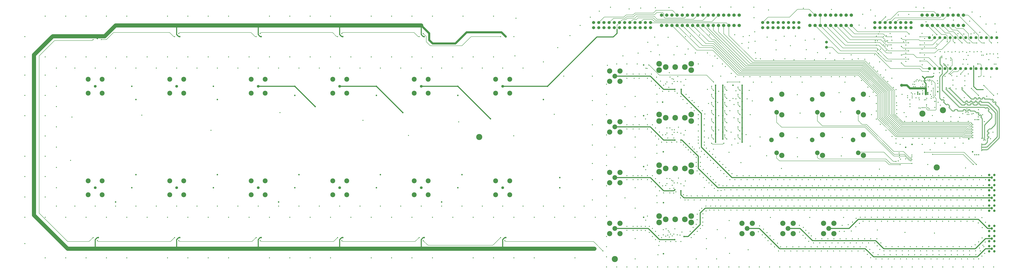
<source format=gbr>
G04 EAGLE Gerber RS-274X export*
G75*
%MOMM*%
%FSLAX34Y34*%
%LPD*%
%INCopper Layer 2*%
%IPPOS*%
%AMOC8*
5,1,8,0,0,1.08239X$1,22.5*%
G01*
%ADD10C,1.350000*%
%ADD11C,2.400000*%
%ADD12C,2.362200*%
%ADD13C,2.552700*%
%ADD14C,1.200000*%
%ADD15C,2.775000*%
%ADD16C,3.000000*%
%ADD17C,2.571600*%
%ADD18C,2.250000*%
%ADD19C,1.447800*%
%ADD20C,1.650000*%
%ADD21C,1.524000*%
%ADD22C,1.371600*%
%ADD23C,0.503200*%
%ADD24C,0.750000*%
%ADD25C,0.480000*%
%ADD26C,0.553200*%
%ADD27C,0.200000*%
%ADD28C,0.500000*%
%ADD29C,0.190000*%
%ADD30C,0.400000*%
%ADD31C,1.500000*%
%ADD32C,1.000000*%
%ADD33C,2.000000*%


D10*
X400000Y1050000D03*
D11*
X434300Y1084300D03*
X365700Y1084300D03*
X365700Y1015700D03*
X434300Y1015700D03*
D10*
X800000Y1050000D03*
D11*
X834300Y1084300D03*
X765700Y1084300D03*
X765700Y1015700D03*
X834300Y1015700D03*
D10*
X2000000Y550000D03*
D11*
X2034300Y584300D03*
X1965700Y584300D03*
X1965700Y515700D03*
X2034300Y515700D03*
D10*
X2400000Y550000D03*
D11*
X2434300Y584300D03*
X2365700Y584300D03*
X2365700Y515700D03*
X2434300Y515700D03*
D10*
X1200000Y1050000D03*
D11*
X1234300Y1084300D03*
X1165700Y1084300D03*
X1165700Y1015700D03*
X1234300Y1015700D03*
D10*
X1600000Y1050000D03*
D11*
X1634300Y1084300D03*
X1565700Y1084300D03*
X1565700Y1015700D03*
X1634300Y1015700D03*
D10*
X2000000Y1050000D03*
D11*
X2034300Y1084300D03*
X1965700Y1084300D03*
X1965700Y1015700D03*
X2034300Y1015700D03*
D10*
X2400000Y1050000D03*
D11*
X2434300Y1084300D03*
X2365700Y1084300D03*
X2365700Y1015700D03*
X2434300Y1015700D03*
D10*
X400000Y550000D03*
D11*
X434300Y584300D03*
X365700Y584300D03*
X365700Y515700D03*
X434300Y515700D03*
D10*
X800000Y550000D03*
D11*
X834300Y584300D03*
X765700Y584300D03*
X765700Y515700D03*
X834300Y515700D03*
D10*
X1200000Y550000D03*
D11*
X1234300Y584300D03*
X1165700Y584300D03*
X1165700Y515700D03*
X1234300Y515700D03*
D10*
X1600000Y550000D03*
D11*
X1634300Y584300D03*
X1565700Y584300D03*
X1565700Y515700D03*
X1634300Y515700D03*
D12*
X4000000Y350000D03*
D13*
X3974600Y375400D03*
X4025400Y375400D03*
X3974600Y324600D03*
X4025400Y324600D03*
D12*
X2950000Y1100000D03*
D13*
X2924600Y1125400D03*
X2975400Y1125400D03*
X2924600Y1074600D03*
X2975400Y1074600D03*
D12*
X3800000Y350000D03*
D13*
X3774600Y375400D03*
X3825400Y375400D03*
X3774600Y324600D03*
X3825400Y324600D03*
D12*
X3600000Y350000D03*
D13*
X3574600Y375400D03*
X3625400Y375400D03*
X3574600Y324600D03*
X3625400Y324600D03*
D12*
X2950000Y350000D03*
D13*
X2924600Y375400D03*
X2975400Y375400D03*
X2924600Y324600D03*
X2975400Y324600D03*
D12*
X2950000Y600000D03*
D13*
X2924600Y625400D03*
X2975400Y625400D03*
X2924600Y574600D03*
X2975400Y574600D03*
D12*
X2950000Y850000D03*
D13*
X2924600Y875400D03*
X2975400Y875400D03*
X2924600Y824600D03*
X2975400Y824600D03*
D14*
X4800000Y250000D03*
X4787300Y262700D03*
X4787300Y237300D03*
X4812700Y237300D03*
X4812700Y262700D03*
X4800000Y300000D03*
X4787300Y312700D03*
X4787300Y287300D03*
X4812700Y287300D03*
X4812700Y312700D03*
X4800000Y350000D03*
X4787300Y362700D03*
X4787300Y337300D03*
X4812700Y337300D03*
X4812700Y362700D03*
X4800000Y600000D03*
X4787300Y612700D03*
X4787300Y587300D03*
X4812700Y587300D03*
X4812700Y612700D03*
X4800000Y550000D03*
X4787300Y562700D03*
X4787300Y537300D03*
X4812700Y537300D03*
X4812700Y562700D03*
X4800000Y500000D03*
X4787300Y512700D03*
X4787300Y487300D03*
X4812700Y487300D03*
X4812700Y512700D03*
X4800000Y450000D03*
X4787300Y462700D03*
X4787300Y437300D03*
X4812700Y437300D03*
X4812700Y462700D03*
D15*
X3247000Y645000D03*
X3294000Y645000D03*
X3200000Y645000D03*
X3325750Y660900D03*
X3325750Y629100D03*
X3168250Y660900D03*
X3168250Y629100D03*
X3247000Y895000D03*
X3294000Y895000D03*
X3200000Y895000D03*
X3325750Y910900D03*
X3325750Y879100D03*
X3168250Y910900D03*
X3168250Y879100D03*
X3247000Y1145000D03*
X3294000Y1145000D03*
X3200000Y1145000D03*
X3325750Y1160900D03*
X3325750Y1129100D03*
X3168250Y1160900D03*
X3168250Y1129100D03*
X3247000Y395000D03*
X3294000Y395000D03*
X3200000Y395000D03*
X3325750Y410900D03*
X3325750Y379100D03*
X3168250Y410900D03*
X3168250Y379100D03*
D16*
X2950000Y199000D03*
X2285000Y800000D03*
X4561000Y932000D03*
D17*
X3770000Y709200D03*
X3770000Y810800D03*
D18*
X3744600Y721900D03*
X3719200Y785400D03*
D17*
X3770000Y909200D03*
X3770000Y1010800D03*
D18*
X3744600Y921900D03*
X3719200Y985400D03*
D17*
X3970000Y909200D03*
X3970000Y1010800D03*
D18*
X3944600Y921900D03*
X3919200Y985400D03*
D17*
X3970000Y709200D03*
X3970000Y810800D03*
D18*
X3944600Y721900D03*
X3919200Y785400D03*
D19*
X4825100Y1289200D03*
X4799700Y1289200D03*
X4774300Y1289200D03*
X4748900Y1289200D03*
X4723500Y1289200D03*
X4698100Y1289200D03*
X4672700Y1289200D03*
X4647300Y1289200D03*
X4621900Y1289200D03*
X4596500Y1289200D03*
X4571100Y1289200D03*
X4545700Y1289200D03*
X4520300Y1289200D03*
X4494900Y1289200D03*
X4774300Y1136800D03*
X4799700Y1136800D03*
X4825100Y1136800D03*
X4494900Y1136800D03*
X4520300Y1136800D03*
X4545700Y1136800D03*
X4571100Y1136800D03*
X4596500Y1136800D03*
X4621900Y1136800D03*
X4647300Y1136800D03*
X4672700Y1136800D03*
X4698100Y1136800D03*
X4723500Y1136800D03*
X4748900Y1136800D03*
D20*
X3932900Y1350000D03*
X3907500Y1350000D03*
X3958300Y1350000D03*
X3983700Y1350000D03*
X4009100Y1350000D03*
X4034500Y1350000D03*
X4059900Y1350000D03*
X4085300Y1350000D03*
X4110700Y1350000D03*
X3907500Y1400800D03*
X3932900Y1400800D03*
X3958300Y1400800D03*
X3983700Y1400800D03*
X4009100Y1400800D03*
X4034500Y1400800D03*
X4059900Y1400800D03*
X4085300Y1400800D03*
X4110700Y1400800D03*
X4483400Y1350000D03*
X4458000Y1350000D03*
X4508800Y1350000D03*
X4534200Y1350000D03*
X4559600Y1350000D03*
X4585000Y1350000D03*
X4610400Y1350000D03*
X4635800Y1350000D03*
X4661200Y1350000D03*
X4458000Y1400800D03*
X4483400Y1400800D03*
X4508800Y1400800D03*
X4534200Y1400800D03*
X4559600Y1400800D03*
X4585000Y1400800D03*
X4610400Y1400800D03*
X4635800Y1400800D03*
X4661200Y1400800D03*
D21*
X3675600Y1338300D03*
X3675600Y1363700D03*
X3701000Y1338300D03*
X3701000Y1363700D03*
X3726400Y1338300D03*
X3726400Y1363700D03*
X3751800Y1338300D03*
X3751800Y1363700D03*
X3777200Y1338300D03*
X3777200Y1363700D03*
X3802600Y1338300D03*
X3802600Y1363700D03*
X3828000Y1338300D03*
X3828000Y1363700D03*
X3853400Y1338300D03*
X3853400Y1363700D03*
X4226100Y1338300D03*
X4226100Y1363700D03*
X4251500Y1338300D03*
X4251500Y1363700D03*
X4276900Y1338300D03*
X4276900Y1363700D03*
X4302300Y1338300D03*
X4302300Y1363700D03*
X4327700Y1338300D03*
X4327700Y1363700D03*
X4353100Y1338300D03*
X4353100Y1363700D03*
X4378500Y1338300D03*
X4378500Y1363700D03*
X4403900Y1338300D03*
X4403900Y1363700D03*
D17*
X4170000Y909200D03*
X4170000Y1010800D03*
D18*
X4144600Y921900D03*
X4119200Y985400D03*
D17*
X4170000Y709200D03*
X4170000Y810800D03*
D18*
X4144600Y721900D03*
X4119200Y785400D03*
D21*
X2846300Y1338300D03*
X2846300Y1363700D03*
X2871700Y1338300D03*
X2871700Y1363700D03*
X2897100Y1338300D03*
X2897100Y1363700D03*
X2922500Y1338300D03*
X2922500Y1363700D03*
X2947900Y1338300D03*
X2947900Y1363700D03*
X2973300Y1338300D03*
X2973300Y1363700D03*
X2998700Y1338300D03*
X2998700Y1363700D03*
X3024100Y1338300D03*
X3024100Y1363700D03*
X3049500Y1338300D03*
X3049500Y1363700D03*
X3074900Y1338300D03*
X3074900Y1363700D03*
X3100300Y1338300D03*
X3100300Y1363700D03*
X3125700Y1338300D03*
X3125700Y1363700D03*
D16*
X4460000Y915000D03*
X4530000Y650000D03*
D22*
X3989000Y1242000D03*
X3989000Y1267400D03*
D20*
X3205400Y1350000D03*
X3180000Y1350000D03*
X3230800Y1350000D03*
X3256200Y1350000D03*
X3281600Y1350000D03*
X3307000Y1350000D03*
X3332400Y1350000D03*
X3357800Y1350000D03*
X3383200Y1350000D03*
X3180000Y1400800D03*
X3408600Y1350000D03*
X3434000Y1350000D03*
X3459400Y1350000D03*
X3484800Y1350000D03*
X3510200Y1350000D03*
X3535600Y1350000D03*
X3561000Y1350000D03*
X3205400Y1400800D03*
X3230800Y1400800D03*
X3256200Y1400800D03*
X3281600Y1400800D03*
X3307000Y1400800D03*
X3332400Y1400800D03*
X3357800Y1400800D03*
X3383200Y1400800D03*
X3408600Y1400800D03*
X3434000Y1400800D03*
X3459400Y1400800D03*
X3484800Y1400800D03*
X3510200Y1400800D03*
X3535600Y1400800D03*
X3561000Y1400800D03*
D23*
X4620000Y750000D03*
X3415000Y730000D03*
X3390000Y715000D03*
X3366000Y746000D03*
X3405000Y620000D03*
X3420000Y605000D03*
X3400000Y587000D03*
X3385000Y640000D03*
X3385000Y600000D03*
X3367000Y618000D03*
X3355000Y510000D03*
X3370000Y655000D03*
X3350000Y655000D03*
X3437000Y440000D03*
X3416000Y440000D03*
X3398000Y436000D03*
X3370000Y350000D03*
X3350000Y370000D03*
X3390000Y760000D03*
X3390000Y800000D03*
X3390000Y830000D03*
X3389100Y859300D03*
X3390000Y890000D03*
X3392000Y914000D03*
X3360000Y830000D03*
X3360000Y770000D03*
X3010000Y1110000D03*
X3010000Y1090000D03*
X3155000Y1095000D03*
X3175000Y1075000D03*
X3130000Y1075000D03*
X3150000Y1055000D03*
X3010000Y610000D03*
X3010000Y590000D03*
X3130000Y580000D03*
X3150000Y555000D03*
X3150000Y595000D03*
X3170000Y575000D03*
X3010000Y340000D03*
X3010000Y860000D03*
X3010000Y840000D03*
X3130000Y825000D03*
X3150000Y805000D03*
X3150000Y845000D03*
X3170000Y825000D03*
X4676000Y1182000D03*
X3360000Y785000D03*
X3390000Y775000D03*
X3400000Y745000D03*
X3360000Y800000D03*
X3360000Y860000D03*
X3360000Y890000D03*
X3350000Y700000D03*
X3340100Y740700D03*
X3331000Y751000D03*
X3338000Y714000D03*
X3323000Y726000D03*
X3311000Y737000D03*
X3890000Y1230000D03*
X3215000Y1045000D03*
X4585000Y1155000D03*
X4662000Y1182000D03*
X4659000Y1159000D03*
X3040000Y1110000D03*
X3070000Y1110000D03*
X3100500Y1110000D03*
X3130000Y1110000D03*
X3070000Y1090000D03*
X3110000Y1090000D03*
X3040000Y860000D03*
X3070000Y860000D03*
X3110000Y860000D03*
X3040000Y840000D03*
X3070000Y840000D03*
X3110000Y840000D03*
X3010000Y360000D03*
X3040000Y360000D03*
X3080000Y360000D03*
X3120000Y360000D03*
X3100500Y339900D03*
X3060000Y340000D03*
X3040000Y610000D03*
X3064000Y610000D03*
X3110000Y610000D03*
X3064000Y590000D03*
X3040000Y590000D03*
X4473000Y945000D03*
X4465000Y945000D03*
X4458000Y945000D03*
X4487000Y944000D03*
X4462000Y1017000D03*
X4461000Y1028000D03*
X4462000Y1048700D03*
X4462000Y1060000D03*
X4455000Y1076000D03*
X4420000Y1072000D03*
X4429000Y1076000D03*
X4464500Y1076000D03*
X4493000Y1076000D03*
X4451900Y1048600D03*
X4470600Y1048700D03*
X4489000Y1047000D03*
X4387000Y1003000D03*
X4387000Y994000D03*
X4398000Y983000D03*
X4399000Y963000D03*
X4399000Y950000D03*
X4513000Y994000D03*
X4537000Y971000D03*
X4406000Y1018000D03*
X4565000Y994000D03*
X3812000Y1250000D03*
X4416000Y1048500D03*
X3320000Y335000D03*
X3170000Y535000D03*
X3190000Y525000D03*
X3220000Y525000D03*
X3250000Y530000D03*
X3220000Y545000D03*
X3185000Y560000D03*
X3295000Y490000D03*
X3165000Y790000D03*
X3180000Y775000D03*
X3205000Y775000D03*
X3230000Y775000D03*
X3240000Y795000D03*
X3210000Y795000D03*
X3185000Y810000D03*
X3275000Y775000D03*
X3045000Y1090000D03*
X3170000Y1040000D03*
X3185000Y1025000D03*
X3215000Y1025000D03*
X3245000Y1025000D03*
X3190000Y1055000D03*
X3360000Y910000D03*
X3340000Y930000D03*
X3325000Y945000D03*
X3305000Y965000D03*
X3285000Y985000D03*
X3300000Y1010000D03*
X3315000Y995000D03*
X3330000Y980000D03*
X3340000Y970000D03*
X3360000Y950000D03*
X3380000Y930000D03*
X3275000Y1000000D03*
X3290000Y1055000D03*
X3290000Y810000D03*
X3290000Y560000D03*
X3120000Y330000D03*
X3135000Y310000D03*
X3150000Y295000D03*
X3170000Y285000D03*
X3200000Y285000D03*
X3225000Y285000D03*
X3180000Y305000D03*
X3165000Y315000D03*
X3150000Y335000D03*
X3135000Y350000D03*
X3250000Y285000D03*
X3275000Y285000D03*
X3355000Y335000D03*
X3340000Y320000D03*
X3325000Y305000D03*
X3335000Y355000D03*
X3110000Y590000D03*
X3040000Y340000D03*
X3080000Y340000D03*
X3060000Y360000D03*
X3100500Y359900D03*
X3445000Y460000D03*
X3081000Y591000D03*
X3082000Y610000D03*
X3135000Y610000D03*
X3135000Y860000D03*
X3375000Y730000D03*
X2910000Y160000D03*
X3010000Y160000D03*
X3110000Y160000D03*
X3210000Y160000D03*
X3310000Y160000D03*
X3410000Y160000D03*
X3510000Y160000D03*
X3610000Y160000D03*
X3710000Y160000D03*
X3810000Y160000D03*
X3910000Y160000D03*
X4010000Y160000D03*
X4110000Y160000D03*
X4210000Y160000D03*
X4310000Y160000D03*
X4410000Y160000D03*
X4510000Y160000D03*
X4610000Y160000D03*
X4710000Y160000D03*
X4810000Y160000D03*
X2960000Y160000D03*
X3060000Y160000D03*
X3160000Y160000D03*
X3260000Y160000D03*
X3360000Y160000D03*
X3460000Y160000D03*
X3560000Y160000D03*
X3660000Y160000D03*
X3760000Y160000D03*
X3860000Y160000D03*
X3960000Y160000D03*
X4060000Y160000D03*
X4160000Y160000D03*
X4260000Y160000D03*
X4360000Y160000D03*
X4460000Y160000D03*
X4560000Y160000D03*
X4660000Y160000D03*
X4760000Y160000D03*
X2910000Y1010000D03*
X2910000Y910000D03*
X2910000Y810000D03*
X2910000Y710000D03*
X2910000Y510000D03*
X2910000Y410000D03*
X2910000Y310000D03*
X2910000Y210000D03*
X2914000Y1153000D03*
X2910000Y1060000D03*
X2910000Y960000D03*
X2910000Y660000D03*
X2910000Y560000D03*
X2910000Y460000D03*
X2910000Y260000D03*
X2960000Y1160000D03*
X3010000Y1160000D03*
X3060000Y1160000D03*
X3109000Y1138000D03*
X3360000Y1160000D03*
X3450000Y200000D03*
X3350000Y200000D03*
X3050000Y300000D03*
X3050000Y450000D03*
X3050000Y550000D03*
X3050000Y700000D03*
X3050000Y800000D03*
X3050000Y750000D03*
X3000000Y950000D03*
X3050000Y1000000D03*
X3000000Y500000D03*
X3400000Y250000D03*
X3400000Y300000D03*
X3350000Y675000D03*
X3370000Y675000D03*
X3304000Y511000D03*
X3273000Y500000D03*
X3287000Y516000D03*
X3239000Y524000D03*
X3254000Y776000D03*
X3257000Y1016000D03*
X3050000Y900000D03*
X3050000Y200000D03*
X4510000Y1302000D03*
X4521000Y946000D03*
X4493000Y939000D03*
X4610000Y1056000D03*
X3405000Y700000D03*
X3420000Y685000D03*
X3435000Y670000D03*
X3455000Y650000D03*
X3470000Y635000D03*
X3485000Y620000D03*
X3500000Y605000D03*
X3515000Y590000D03*
X3540000Y590000D03*
X3570000Y590000D03*
X3600000Y590000D03*
X3630000Y590000D03*
X3660000Y590000D03*
X3690000Y590000D03*
X3720000Y590000D03*
X3750000Y590000D03*
X3780000Y590000D03*
X3810000Y590000D03*
X3840000Y590000D03*
X3870000Y590000D03*
X3900000Y590000D03*
X3930000Y590000D03*
X3960000Y590000D03*
X3990000Y590000D03*
X4020000Y590000D03*
X4050000Y590000D03*
X4080000Y590000D03*
X4110000Y590000D03*
X4140000Y590000D03*
X4170000Y590000D03*
X4200000Y590000D03*
X4230000Y590000D03*
X4260000Y590000D03*
X4290000Y590000D03*
X4320000Y590000D03*
X4350000Y590000D03*
X4380000Y590000D03*
X4410000Y590000D03*
X4440000Y590000D03*
X4470000Y590000D03*
X4500000Y590000D03*
X4530000Y590000D03*
X4560000Y590000D03*
X4590000Y590000D03*
X4620000Y590000D03*
X4650000Y590000D03*
X4680000Y590000D03*
X4710000Y590000D03*
X4740000Y590000D03*
X4770000Y590000D03*
X3550000Y610000D03*
X3580000Y610000D03*
X3610000Y610000D03*
X3640000Y610000D03*
X3670000Y610000D03*
X3700000Y610000D03*
X3730000Y610000D03*
X3760000Y610000D03*
X3790000Y610000D03*
X3820000Y610000D03*
X3850000Y610000D03*
X3880000Y610000D03*
X3910000Y610000D03*
X3940000Y610000D03*
X3970000Y610000D03*
X4000000Y610000D03*
X4030000Y610000D03*
X4060000Y610000D03*
X4090000Y610000D03*
X4120000Y610000D03*
X4150000Y610000D03*
X4180000Y610000D03*
X4210000Y610000D03*
X4240000Y610000D03*
X4270000Y610000D03*
X4300000Y610000D03*
X4330000Y610000D03*
X4360000Y610000D03*
X4390000Y610000D03*
X4420000Y610000D03*
X4450000Y610000D03*
X4480000Y610000D03*
X4510000Y610000D03*
X4540000Y610000D03*
X4570000Y610000D03*
X4600000Y610000D03*
X4630000Y610000D03*
X4660000Y610000D03*
X4690000Y610000D03*
X4720000Y610000D03*
X4750000Y610000D03*
X3430000Y715000D03*
X3445000Y700000D03*
X3465000Y680000D03*
X3480000Y665000D03*
X3495000Y650000D03*
X3510000Y635000D03*
X3525000Y620000D03*
X3490000Y440000D03*
X3520000Y440000D03*
X3550000Y440000D03*
X3580000Y440000D03*
X3610000Y440000D03*
X3640000Y440000D03*
X3670000Y440000D03*
X3700000Y440000D03*
X3730000Y440000D03*
X3760000Y440000D03*
X3790000Y440000D03*
X3820000Y440000D03*
X3850000Y440000D03*
X3880000Y440000D03*
X3910000Y440000D03*
X3940000Y440000D03*
X3970000Y440000D03*
X4000000Y440000D03*
X4030000Y440000D03*
X4060000Y440000D03*
X4090000Y440000D03*
X4120000Y440000D03*
X4150000Y440000D03*
X4180000Y440000D03*
X4210000Y440000D03*
X4240000Y440000D03*
X4270000Y440000D03*
X4300000Y440000D03*
X4330000Y440000D03*
X4360000Y440000D03*
X4390000Y440000D03*
X4420000Y440000D03*
X4450000Y440000D03*
X4480000Y440000D03*
X4510000Y440000D03*
X4540000Y440000D03*
X4570000Y440000D03*
X4600000Y440000D03*
X4630000Y440000D03*
X4660000Y440000D03*
X4690000Y440000D03*
X4720000Y440000D03*
X3500000Y460000D03*
X3530000Y460000D03*
X3560000Y460000D03*
X3590000Y460000D03*
X3620000Y460000D03*
X3650000Y460000D03*
X3680000Y460000D03*
X3710000Y460000D03*
X3740000Y460000D03*
X3770000Y460000D03*
X3800000Y460000D03*
X3830000Y460000D03*
X3860000Y460000D03*
X3890000Y460000D03*
X3920000Y460000D03*
X3950000Y460000D03*
X3980000Y460000D03*
X4010000Y460000D03*
X4040000Y460000D03*
X4070000Y460000D03*
X4100000Y460000D03*
X4130000Y460000D03*
X4160000Y460000D03*
X4190000Y460000D03*
X4220000Y460000D03*
X4250000Y460000D03*
X4280000Y460000D03*
X4310000Y460000D03*
X4340000Y460000D03*
X4370000Y460000D03*
X4400000Y460000D03*
X4430000Y460000D03*
X4460000Y460000D03*
X4490000Y460000D03*
X4520000Y460000D03*
X4550000Y460000D03*
X4580000Y460000D03*
X4610000Y460000D03*
X4640000Y460000D03*
X4670000Y460000D03*
X4700000Y460000D03*
X3490000Y490000D03*
X3520000Y490000D03*
X3550000Y490000D03*
X3580000Y490000D03*
X3610000Y490000D03*
X3640000Y490000D03*
X3670000Y490000D03*
X3700000Y490000D03*
X3730000Y490000D03*
X3760000Y490000D03*
X3790000Y490000D03*
X3820000Y490000D03*
X3850000Y490000D03*
X3880000Y490000D03*
X3910000Y490000D03*
X3940000Y490000D03*
X3970000Y490000D03*
X4000000Y490000D03*
X4030000Y490000D03*
X4060000Y490000D03*
X4090000Y490000D03*
X4120000Y490000D03*
X4150000Y490000D03*
X4180000Y490000D03*
X4210000Y490000D03*
X4240000Y490000D03*
X4270000Y490000D03*
X4300000Y490000D03*
X4330000Y490000D03*
X4360000Y490000D03*
X4390000Y490000D03*
X4420000Y490000D03*
X4450000Y490000D03*
X4480000Y490000D03*
X4510000Y490000D03*
X4540000Y490000D03*
X4570000Y490000D03*
X4600000Y490000D03*
X4630000Y490000D03*
X4660000Y490000D03*
X4690000Y490000D03*
X4720000Y490000D03*
X3500000Y510000D03*
X3530000Y510000D03*
X3560000Y510000D03*
X3590000Y510000D03*
X3620000Y510000D03*
X3650000Y510000D03*
X3680000Y510000D03*
X3710000Y510000D03*
X3740000Y510000D03*
X3770000Y510000D03*
X3800000Y510000D03*
X3830000Y510000D03*
X3860000Y510000D03*
X3890000Y510000D03*
X3920000Y510000D03*
X3950000Y510000D03*
X3980000Y510000D03*
X4010000Y510000D03*
X4040000Y510000D03*
X4070000Y510000D03*
X4100000Y510000D03*
X4130000Y510000D03*
X4160000Y510000D03*
X4190000Y510000D03*
X4220000Y510000D03*
X4250000Y510000D03*
X4280000Y510000D03*
X4310000Y510000D03*
X4340000Y510000D03*
X4370000Y510000D03*
X4400000Y510000D03*
X4430000Y510000D03*
X4460000Y510000D03*
X4490000Y510000D03*
X4520000Y510000D03*
X4550000Y510000D03*
X4580000Y510000D03*
X4610000Y510000D03*
X4640000Y510000D03*
X4670000Y510000D03*
X4700000Y510000D03*
X3490000Y540000D03*
X3520000Y540000D03*
X3550000Y540000D03*
X3580000Y540000D03*
X3610000Y540000D03*
X3640000Y540000D03*
X3670000Y540000D03*
X3700000Y540000D03*
X3730000Y540000D03*
X3760000Y540000D03*
X3790000Y540000D03*
X3820000Y540000D03*
X3850000Y540000D03*
X3880000Y540000D03*
X3910000Y540000D03*
X3940000Y540000D03*
X3970000Y540000D03*
X4000000Y540000D03*
X4030000Y540000D03*
X4060000Y540000D03*
X4090000Y540000D03*
X4120000Y540000D03*
X4150000Y540000D03*
X4180000Y540000D03*
X4210000Y540000D03*
X4240000Y540000D03*
X4270000Y540000D03*
X4300000Y540000D03*
X4330000Y540000D03*
X4360000Y540000D03*
X4390000Y540000D03*
X4420000Y540000D03*
X4450000Y540000D03*
X4480000Y540000D03*
X4510000Y540000D03*
X4540000Y540000D03*
X4570000Y540000D03*
X4600000Y540000D03*
X4630000Y540000D03*
X4660000Y540000D03*
X4690000Y540000D03*
X4720000Y540000D03*
X3500000Y560000D03*
X3530000Y560000D03*
X3560000Y560000D03*
X3590000Y560000D03*
X3620000Y560000D03*
X3650000Y560000D03*
X3680000Y560000D03*
X3710000Y560000D03*
X3740000Y560000D03*
X3770000Y560000D03*
X3800000Y560000D03*
X3830000Y560000D03*
X3860000Y560000D03*
X3890000Y560000D03*
X3920000Y560000D03*
X3950000Y560000D03*
X3980000Y560000D03*
X4010000Y560000D03*
X4040000Y560000D03*
X4070000Y560000D03*
X4100000Y560000D03*
X4130000Y560000D03*
X4160000Y560000D03*
X4190000Y560000D03*
X4220000Y560000D03*
X4250000Y560000D03*
X4280000Y560000D03*
X4310000Y560000D03*
X4340000Y560000D03*
X4370000Y560000D03*
X4400000Y560000D03*
X4430000Y560000D03*
X4460000Y560000D03*
X4490000Y560000D03*
X4520000Y560000D03*
X4550000Y560000D03*
X4580000Y560000D03*
X4610000Y560000D03*
X4640000Y560000D03*
X4670000Y560000D03*
X4700000Y560000D03*
X3460000Y490000D03*
X3430000Y490000D03*
X3400000Y490000D03*
X3370000Y490000D03*
X3470000Y510000D03*
X3440000Y510000D03*
X3410000Y510000D03*
X3380000Y510000D03*
X3470000Y460000D03*
X3460000Y440000D03*
X3340000Y490000D03*
X3310000Y490000D03*
X3325000Y510000D03*
X3240000Y548000D03*
X3413000Y574000D03*
X3426000Y563000D03*
X3439000Y547000D03*
X3456000Y536000D03*
X3472000Y537000D03*
X3434000Y590000D03*
X3446000Y577000D03*
X3462000Y564000D03*
X3481000Y560000D03*
X3354000Y633000D03*
X3370000Y702000D03*
X3353000Y727000D03*
X3316000Y767000D03*
X3299000Y749000D03*
X3287000Y761000D03*
X3754000Y239000D03*
X3784000Y239000D03*
X3814000Y239000D03*
X3844000Y239000D03*
X3874000Y239000D03*
X3904000Y239000D03*
X3934000Y239000D03*
X3964000Y239000D03*
X3994000Y239000D03*
X4024000Y239000D03*
X4054000Y239000D03*
X4084000Y239000D03*
X4114000Y239000D03*
X4144000Y239000D03*
X4174000Y239000D03*
X4190000Y222000D03*
X4232000Y200000D03*
X4262000Y200000D03*
X4292000Y200000D03*
X4322000Y200000D03*
X4352000Y200000D03*
X4382000Y200000D03*
X4412000Y200000D03*
X4442000Y200000D03*
X4472000Y200000D03*
X4502000Y200000D03*
X4532000Y200000D03*
X4562000Y200000D03*
X4592000Y200000D03*
X4622000Y200000D03*
X4652000Y200000D03*
X4682000Y200000D03*
X4712000Y200000D03*
X4744000Y239000D03*
X3734000Y259000D03*
X3764000Y259000D03*
X3794000Y259000D03*
X3824000Y259000D03*
X3854000Y259000D03*
X3884000Y259000D03*
X3914000Y259000D03*
X3944000Y259000D03*
X3974000Y259000D03*
X4004000Y259000D03*
X4034000Y259000D03*
X4064000Y259000D03*
X4094000Y259000D03*
X4124000Y259000D03*
X4154000Y259000D03*
X4184000Y259000D03*
X4202000Y246000D03*
X4242000Y220000D03*
X4272000Y220000D03*
X4302000Y220000D03*
X4332000Y220000D03*
X4362000Y220000D03*
X4392000Y220000D03*
X4422000Y220000D03*
X4452000Y220000D03*
X4482000Y220000D03*
X4512000Y220000D03*
X4542000Y220000D03*
X4572000Y220000D03*
X4602000Y220000D03*
X4632000Y220000D03*
X4662000Y220000D03*
X4692000Y220000D03*
X4722000Y220000D03*
X3749000Y277000D03*
X3730000Y295000D03*
X3712000Y313000D03*
X3697000Y329000D03*
X3680000Y346000D03*
X3661000Y362000D03*
X3655000Y334000D03*
X3674000Y318000D03*
X3689000Y304000D03*
X3702000Y290000D03*
X3717000Y273000D03*
X4169000Y385000D03*
X4199000Y385000D03*
X4229000Y385000D03*
X4259000Y385000D03*
X4289000Y385000D03*
X4319000Y385000D03*
X4349000Y385000D03*
X4379000Y385000D03*
X4409000Y385000D03*
X4439000Y385000D03*
X4469000Y385000D03*
X4499000Y385000D03*
X4529000Y385000D03*
X4559000Y385000D03*
X4589000Y385000D03*
X4619000Y385000D03*
X4649000Y385000D03*
X4679000Y385000D03*
X4709000Y385000D03*
X4179000Y405000D03*
X4209000Y405000D03*
X4239000Y405000D03*
X4269000Y405000D03*
X4299000Y405000D03*
X4329000Y405000D03*
X4359000Y405000D03*
X4389000Y405000D03*
X4419000Y405000D03*
X4449000Y405000D03*
X4479000Y405000D03*
X4509000Y405000D03*
X4539000Y405000D03*
X4569000Y405000D03*
X4599000Y405000D03*
X4629000Y405000D03*
X4659000Y405000D03*
X4689000Y405000D03*
X4719000Y405000D03*
X3926000Y279000D03*
X3956000Y279000D03*
X3986000Y279000D03*
X4016000Y279000D03*
X4046000Y279000D03*
X4076000Y279000D03*
X4106000Y279000D03*
X4136000Y279000D03*
X4166000Y279000D03*
X4196000Y279000D03*
X4226000Y279000D03*
X4256000Y279000D03*
X4301000Y240000D03*
X4331000Y240000D03*
X4361000Y240000D03*
X4391000Y240000D03*
X4421000Y240000D03*
X4451000Y240000D03*
X4481000Y240000D03*
X4511000Y240000D03*
X4541000Y240000D03*
X4571000Y240000D03*
X4601000Y240000D03*
X4631000Y240000D03*
X4661000Y240000D03*
X4691000Y240000D03*
X4721000Y240000D03*
X3936000Y299000D03*
X3966000Y299000D03*
X3996000Y299000D03*
X4026000Y299000D03*
X4056000Y299000D03*
X4086000Y299000D03*
X4116000Y299000D03*
X4146000Y299000D03*
X4176000Y299000D03*
X4206000Y299000D03*
X4236000Y299000D03*
X4281000Y260000D03*
X4311000Y260000D03*
X4341000Y260000D03*
X4401000Y260000D03*
X4431000Y260000D03*
X4461000Y260000D03*
X4491000Y260000D03*
X4521000Y260000D03*
X4551000Y260000D03*
X4581000Y260000D03*
X4611000Y260000D03*
X4641000Y260000D03*
X4701000Y260000D03*
X4761000Y260000D03*
X3902000Y286000D03*
X3886000Y302000D03*
X3874000Y316000D03*
X3857000Y332000D03*
X3915000Y313000D03*
X3903000Y327000D03*
X3888000Y340000D03*
X3876000Y355000D03*
X3856000Y365000D03*
X4066000Y365000D03*
X4096000Y368000D03*
X4117000Y381000D03*
X4135000Y400000D03*
X4151000Y375000D03*
X4133000Y358000D03*
X4111000Y337000D03*
X4076000Y335000D03*
X4053000Y335000D03*
X4752000Y403000D03*
X4770000Y380000D03*
X4754000Y354000D03*
X4734000Y377000D03*
X4749000Y441000D03*
X4729000Y461000D03*
X4759000Y461000D03*
X4749000Y491000D03*
X4729000Y511000D03*
X4759000Y511000D03*
X4749000Y541000D03*
X4729000Y561000D03*
X4759000Y561000D03*
X3421000Y460000D03*
X3397000Y460000D03*
X3383000Y422000D03*
X3377000Y449000D03*
X3355000Y420000D03*
X3354000Y393000D03*
X3382000Y381000D03*
X3381000Y364000D03*
X3382000Y402000D03*
X3366000Y439000D03*
D24*
X4378000Y749000D03*
D23*
X4413000Y1060000D03*
X4422000Y1059000D03*
X4424000Y1048600D03*
X4423000Y1013000D03*
X4461000Y1011000D03*
X4411000Y1012000D03*
X4505000Y1071000D03*
X4500000Y1009000D03*
X4206000Y206000D03*
X4218000Y230000D03*
X4736000Y200000D03*
X4752000Y213000D03*
X4766000Y227000D03*
X4371000Y260000D03*
X4271000Y240000D03*
X4671000Y260000D03*
X4251000Y246000D03*
X4238000Y264000D03*
X4719000Y269000D03*
X4736000Y284000D03*
X4753000Y303000D03*
X4768000Y283000D03*
X4757000Y267000D03*
X4740000Y253000D03*
X4155000Y405000D03*
X4604000Y1102000D03*
X4668000Y1053000D03*
X4668000Y1101000D03*
X4571000Y1099000D03*
X4629000Y1099000D03*
X3605000Y245000D03*
X3513000Y227000D03*
X3493000Y303000D03*
X3512000Y389000D03*
X3714000Y404000D03*
X3907000Y404000D03*
X4073000Y404000D03*
X4239000Y342000D03*
X4519000Y327000D03*
X4672000Y648000D03*
X4486000Y665000D03*
X4249000Y642000D03*
X3860000Y918000D03*
X3663000Y800000D03*
X3929000Y1283000D03*
X3742000Y1229000D03*
X4704000Y1416000D03*
X4459000Y1156000D03*
X4470000Y1205000D03*
X4470000Y1245000D03*
X4471000Y1285000D03*
X4379000Y1173000D03*
X4379000Y1213000D03*
X4379000Y1253000D03*
X4379000Y1273700D03*
X4547000Y1221000D03*
X4586000Y1221000D03*
X4622000Y1221000D03*
X4658000Y1221000D03*
X4693100Y1221000D03*
X4729400Y1221000D03*
X4772000Y1356000D03*
X4816000Y1357000D03*
X4744000Y1393000D03*
X4595000Y1436000D03*
X4467000Y1436000D03*
X4206000Y1426000D03*
X4014000Y1428000D03*
X3705000Y1426000D03*
X3698000Y1292000D03*
X4523000Y1196000D03*
X4509000Y906000D03*
X3521000Y824000D03*
X3625000Y978000D03*
X3876000Y1434000D03*
X4441000Y1076000D03*
X4447000Y1080000D03*
X4434000Y1083000D03*
X4478000Y1078000D03*
X4487000Y1080000D03*
X4506000Y1061000D03*
X4528000Y1235000D03*
X4634000Y1309000D03*
X4699000Y1308000D03*
X4714000Y1312000D03*
X4663000Y1307000D03*
X4692000Y1371000D03*
X4829000Y1265000D03*
X4823000Y1317000D03*
X4302000Y1310000D03*
X4310000Y1277000D03*
X4309000Y1237000D03*
X4254000Y1233000D03*
X4006000Y1213000D03*
X3945000Y1216000D03*
X3885000Y1277000D03*
X4684000Y920000D03*
X4678000Y938000D03*
X4666000Y994000D03*
X4776000Y1001000D03*
X4828000Y1013000D03*
X4806000Y824000D03*
X4794000Y792000D03*
X4764000Y876000D03*
X4755000Y910000D03*
X4548000Y957000D03*
X4625000Y1037000D03*
X4544000Y1117000D03*
X4761000Y1099000D03*
X4685000Y1111000D03*
X4683000Y1158000D03*
X4809000Y1209000D03*
X4536000Y1046000D03*
X4535000Y1064000D03*
X4643000Y897000D03*
X4673000Y921000D03*
X4735000Y935000D03*
X4734000Y899000D03*
X3600000Y988000D03*
X3545000Y988000D03*
X3545000Y1028000D03*
X3455000Y970000D03*
X3460000Y1025000D03*
X3460000Y905000D03*
X3460000Y835000D03*
X3524000Y761000D03*
X3540000Y791000D03*
X3535000Y895000D03*
X3515000Y930000D03*
X3535000Y960000D03*
X3515000Y980000D03*
X3530000Y990000D03*
X3615000Y755000D03*
X3595000Y812000D03*
X3615000Y910000D03*
X3610000Y1030000D03*
X3405000Y1035000D03*
X3410000Y965000D03*
X3410000Y795000D03*
X3435000Y740000D03*
X3511000Y725000D03*
X155000Y405000D03*
X155000Y505000D03*
X155000Y605000D03*
X155000Y705000D03*
X155000Y805000D03*
X155000Y905000D03*
X155000Y1005000D03*
X155000Y1105000D03*
X155000Y1195000D03*
X255000Y1195000D03*
X355000Y1195000D03*
X455000Y1195000D03*
X555000Y1195000D03*
X655000Y1195000D03*
X755000Y1195000D03*
X855000Y1195000D03*
X955000Y1195000D03*
X1055000Y1195000D03*
X1155000Y1195000D03*
X1255000Y1195000D03*
X1355000Y1195000D03*
X1455000Y1195000D03*
X1555000Y1195000D03*
X1655000Y1195000D03*
X1755000Y1195000D03*
X1855000Y1195000D03*
X1955000Y1195000D03*
X2055000Y1195000D03*
X2155000Y1195000D03*
X2255000Y1195000D03*
X2355000Y1195000D03*
X255000Y405000D03*
X355000Y405000D03*
X455000Y405000D03*
X555000Y405000D03*
X655000Y405000D03*
X755000Y405000D03*
X855000Y405000D03*
X955000Y405000D03*
X1055000Y405000D03*
X1155000Y405000D03*
X1255000Y405000D03*
X1355000Y405000D03*
X1455000Y405000D03*
X1555000Y405000D03*
X1655000Y405000D03*
X1755000Y405000D03*
X1855000Y405000D03*
X1955000Y405000D03*
X2055000Y405000D03*
X2155000Y405000D03*
X2255000Y405000D03*
X2355000Y405000D03*
X2455000Y405000D03*
X155000Y1395000D03*
X255000Y1395000D03*
X355000Y1395000D03*
X455000Y1395000D03*
X555000Y1395000D03*
X755000Y1395000D03*
X855000Y1395000D03*
X955000Y1395000D03*
X1055000Y1395000D03*
X1255000Y1395000D03*
X1355000Y1395000D03*
X1455000Y1395000D03*
X1555000Y1395000D03*
X1755000Y1395000D03*
X1855000Y1395000D03*
X1955000Y1395000D03*
X2055000Y1395000D03*
X2205000Y1395000D03*
X2355000Y1395000D03*
X55000Y705000D03*
X55000Y905000D03*
X55000Y1005000D03*
X55000Y1105000D03*
X55000Y1195000D03*
X55000Y1295000D03*
X55000Y605000D03*
X55000Y505000D03*
X55000Y405000D03*
X55000Y275000D03*
X255000Y205000D03*
X155000Y205000D03*
X355000Y205000D03*
X2455000Y1295000D03*
X455000Y205000D03*
X555000Y205000D03*
X755000Y205000D03*
X855000Y205000D03*
X955000Y205000D03*
X1055000Y205000D03*
X1255000Y205000D03*
X1355000Y205000D03*
X1455000Y205000D03*
X1555000Y205000D03*
X1755000Y205000D03*
X1855000Y205000D03*
X1955000Y205000D03*
X2055000Y205000D03*
X2255000Y205000D03*
X2355000Y205000D03*
X2455000Y205000D03*
X2555000Y405000D03*
X2655000Y405000D03*
X2755000Y405000D03*
X2855000Y405000D03*
X2755000Y205000D03*
X2555000Y205000D03*
X4225000Y1206000D03*
X4110000Y1205000D03*
X2950000Y750000D03*
X3270000Y317000D03*
X3210000Y317000D03*
X3218000Y307000D03*
X3569000Y674000D03*
X3768000Y645000D03*
X3453000Y344000D03*
X3390000Y551000D03*
X3846000Y1008000D03*
X4051000Y1019000D03*
X4059000Y924000D03*
X4067000Y798000D03*
X4062000Y707000D03*
X3847000Y703000D03*
X3845000Y797000D03*
X3695000Y708000D03*
X4374000Y330000D03*
X3782000Y1296000D03*
X3741000Y1277000D03*
X4167000Y1405000D03*
X4229000Y1396000D03*
X4429000Y1439000D03*
X4742000Y1316000D03*
X4612000Y1376000D03*
X4478000Y1367000D03*
X4341000Y1401000D03*
X4393000Y1404000D03*
X4149000Y1351000D03*
X4180000Y1337000D03*
X3837000Y1297000D03*
X4250000Y1170000D03*
X4280000Y1130000D03*
X4310000Y1090000D03*
X4360000Y1010000D03*
X4370000Y920000D03*
X4380000Y900000D03*
X4600000Y900000D03*
X4520000Y770000D03*
X4570000Y770000D03*
X4660000Y770000D03*
X3630000Y1070000D03*
X3720000Y1070000D03*
X3870000Y1070000D03*
X4080000Y1070000D03*
X4200000Y1000000D03*
X4210000Y910000D03*
X3470000Y1100000D03*
X3430000Y1150000D03*
X4330000Y770000D03*
X2465000Y1385000D03*
X2460000Y1200000D03*
X4443000Y943000D03*
X4450000Y942000D03*
X4505000Y1000000D03*
X4504000Y1027000D03*
X4795000Y1096000D03*
X4751000Y1203000D03*
X4759000Y1203000D03*
X4821000Y1159000D03*
X4813000Y1159000D03*
X4786000Y1181000D03*
D25*
X4735000Y395000D02*
X4780000Y350000D01*
X4100000Y350000D02*
X4000000Y350000D01*
X4780000Y350000D02*
X4800000Y350000D01*
X4145000Y395000D02*
X4100000Y350000D01*
X4145000Y395000D02*
X4735000Y395000D01*
X3860000Y350000D02*
X3800000Y350000D01*
X4770000Y300000D02*
X4800000Y300000D01*
X3920529Y289471D02*
X3860000Y350000D01*
X4230529Y289471D02*
X4270000Y250000D01*
X4720000Y250000D01*
X4230529Y289471D02*
X3920529Y289471D01*
X4720000Y250000D02*
X4770000Y300000D01*
X3760000Y250000D02*
X3660000Y350000D01*
X3600000Y350000D01*
X3760000Y250000D02*
X4180000Y250000D01*
X4770000Y250000D02*
X4800000Y250000D01*
X4220000Y210000D02*
X4180000Y250000D01*
X4220000Y210000D02*
X4730000Y210000D01*
X4770000Y250000D01*
D26*
X4717000Y713000D03*
X4736000Y713000D03*
X4718000Y886000D03*
D23*
X4445000Y984000D03*
X4443000Y992000D03*
X4429000Y993000D03*
X4477000Y984000D03*
X4481000Y991000D03*
X4410000Y1002000D03*
X4410000Y993000D03*
X4470000Y983000D03*
D26*
X4727000Y713000D03*
X4728000Y886000D03*
X4736000Y886000D03*
D23*
X4503000Y991000D03*
X4707000Y797000D03*
D27*
X4240000Y1010000D02*
X4144850Y1105150D01*
X4240000Y1010000D02*
X4240000Y890000D01*
X4660000Y797000D02*
X4707000Y797000D01*
X4328500Y801500D02*
X4240000Y890000D01*
X4328500Y801500D02*
X4655500Y801500D01*
X4660000Y797000D01*
D24*
X580000Y1050000D03*
D27*
X3431000Y1228000D02*
X3553850Y1105150D01*
X4144850Y1105150D01*
X3352800Y1228000D02*
X3230800Y1350000D01*
X3352800Y1228000D02*
X3431000Y1228000D01*
D23*
X4702000Y803000D03*
D27*
X4148500Y1111500D02*
X3559696Y1111500D01*
X4148500Y1111500D02*
X4247000Y1013000D01*
X3559696Y1111500D02*
X3431196Y1240000D01*
X4247000Y1013000D02*
X4247000Y893000D01*
X4664000Y803000D02*
X4702000Y803000D01*
X4333000Y807000D02*
X4247000Y893000D01*
X4333000Y807000D02*
X4660000Y807000D01*
X4664000Y803000D01*
D24*
X980000Y1050000D03*
D27*
X2871700Y1363700D02*
X2899000Y1391000D01*
X3256200Y1350000D02*
X3366200Y1240000D01*
X3431196Y1240000D01*
X3256200Y1400800D02*
X3233000Y1424000D01*
X3039000Y1401000D02*
X3005000Y1401000D01*
X3039000Y1401000D02*
X3049000Y1411000D01*
X3140000Y1411000D01*
X3153000Y1424000D01*
X3233000Y1424000D01*
X2995000Y1391000D02*
X2899000Y1391000D01*
X2995000Y1391000D02*
X3005000Y1401000D01*
D23*
X4707000Y809000D03*
D27*
X4152150Y1117850D02*
X3564327Y1117850D01*
X4152150Y1117850D02*
X4255000Y1015000D01*
X3564327Y1117850D02*
X3432177Y1250000D01*
X4255000Y1015000D02*
X4255000Y895000D01*
X4668000Y809000D02*
X4707000Y809000D01*
X4336000Y814000D02*
X4255000Y895000D01*
X4336000Y814000D02*
X4663000Y814000D01*
X4668000Y809000D01*
D24*
X1380000Y1050000D03*
D28*
X1200000Y1050000D01*
X1380000Y1050000D02*
X1480000Y950000D01*
D24*
X1480000Y950000D03*
D27*
X3281600Y1350000D02*
X3381600Y1250000D01*
X3432177Y1250000D01*
D23*
X4702000Y816000D03*
D27*
X4155800Y1124200D02*
X3570957Y1124200D01*
X4155800Y1124200D02*
X4263000Y1017000D01*
X3570957Y1124200D02*
X3435157Y1260000D01*
X4669000Y816000D02*
X4702000Y816000D01*
X4339500Y820500D02*
X4263000Y897000D01*
X4263000Y1017000D01*
X4339500Y820500D02*
X4664500Y820500D01*
X4669000Y816000D01*
D24*
X1780000Y1050000D03*
D28*
X1600000Y1050000D01*
X1780000Y1050000D02*
X1910000Y920000D01*
D24*
X1910000Y920000D03*
D27*
X2922500Y1363700D02*
X2943400Y1384600D01*
X3191000Y1392000D02*
X3191000Y1407000D01*
X3191000Y1392000D02*
X3197000Y1386000D01*
X3000000Y1384600D02*
X2943400Y1384600D01*
X3042000Y1393000D02*
X3052000Y1403000D01*
X3307000Y1350000D02*
X3397000Y1260000D01*
X3435157Y1260000D01*
X3156000Y1413000D02*
X3146000Y1403000D01*
X3156000Y1413000D02*
X3185000Y1413000D01*
X3191000Y1407000D01*
X3146000Y1403000D02*
X3052000Y1403000D01*
X3292200Y1386000D02*
X3307000Y1400800D01*
X3292200Y1386000D02*
X3197000Y1386000D01*
X3042000Y1393000D02*
X3008400Y1393000D01*
X3000000Y1384600D01*
D23*
X4707000Y822000D03*
D27*
X4159450Y1130550D02*
X3576587Y1130550D01*
X4159450Y1130550D02*
X4271000Y1019000D01*
X3576587Y1130550D02*
X3436569Y1270569D01*
X4673000Y822000D02*
X4707000Y822000D01*
X4343000Y826000D02*
X4271000Y898000D01*
X4271000Y1019000D01*
X4343000Y826000D02*
X4669000Y826000D01*
X4673000Y822000D01*
D24*
X2180000Y1050000D03*
D28*
X2000000Y1050000D01*
X2180000Y1050000D02*
X2340000Y890000D01*
D24*
X2340000Y890000D03*
D27*
X3332400Y1350000D02*
X3411831Y1270569D01*
X3436569Y1270569D01*
D23*
X4702000Y828000D03*
D27*
X4278000Y1021000D02*
X4162930Y1136070D01*
X4676000Y828000D02*
X4702000Y828000D01*
X4346000Y833000D02*
X4278000Y901000D01*
X4278000Y1021000D01*
X4346000Y833000D02*
X4671000Y833000D01*
X4676000Y828000D01*
D24*
X2620000Y1050000D03*
D28*
X2862500Y1292500D01*
X2942500Y1292500D01*
X2620000Y1050000D02*
X2400000Y1050000D01*
D27*
X2973300Y1363700D02*
X2986800Y1377200D01*
X3143000Y1395000D02*
X3158000Y1380000D01*
X3143000Y1395000D02*
X3059000Y1395000D01*
X2973300Y1363700D02*
X2961000Y1351400D01*
X2961000Y1330000D01*
D28*
X2961000Y1311000D01*
X2942500Y1292500D01*
D27*
X2986800Y1377200D02*
X3003500Y1377200D01*
X3011650Y1385350D01*
X3049350Y1385350D01*
X3059000Y1395000D01*
X3582930Y1136070D02*
X4162930Y1136070D01*
X3582930Y1136070D02*
X3440000Y1279000D01*
X3428800Y1279000D02*
X3357800Y1350000D01*
X3428800Y1279000D02*
X3440000Y1279000D01*
X3337000Y1380000D02*
X3357800Y1400800D01*
X3337000Y1380000D02*
X3158000Y1380000D01*
D23*
X4707000Y835000D03*
D27*
X4164750Y1143250D02*
X3590000Y1143250D01*
X4164750Y1143250D02*
X4285000Y1023000D01*
X4679000Y835000D02*
X4707000Y835000D01*
X4349000Y840000D02*
X4285000Y904000D01*
X4285000Y1023000D01*
X4349000Y840000D02*
X4674000Y840000D01*
X4679000Y835000D01*
D24*
X580000Y550000D03*
D27*
X3383200Y1350000D02*
X3383250Y1350000D01*
X3590000Y1143250D01*
D23*
X4702000Y841000D03*
D27*
X4292000Y1025000D02*
X4166494Y1150506D01*
X4683000Y841000D02*
X4702000Y841000D01*
X4353000Y847000D02*
X4292000Y908000D01*
X4292000Y1025000D01*
X4353000Y847000D02*
X4677000Y847000D01*
X4683000Y841000D01*
X4166494Y1150506D02*
X3595000Y1150506D01*
D24*
X980000Y550000D03*
D27*
X3024100Y1363700D02*
X3039200Y1378800D01*
X3139000Y1387000D02*
X3152000Y1374000D01*
X3139000Y1387000D02*
X3064000Y1387000D01*
X3055800Y1378800D02*
X3039200Y1378800D01*
X3055800Y1378800D02*
X3064000Y1387000D01*
X3408600Y1350000D02*
X3408600Y1336906D01*
X3595000Y1150506D01*
X3381800Y1374000D02*
X3408600Y1400800D01*
X3381800Y1374000D02*
X3152000Y1374000D01*
D23*
X4707000Y848000D03*
D27*
X4170050Y1155950D02*
X3605000Y1155950D01*
X4170050Y1155950D02*
X4299000Y1027000D01*
X4688000Y848000D02*
X4707000Y848000D01*
X4358000Y853000D02*
X4299000Y912000D01*
X4299000Y1027000D01*
X4358000Y853000D02*
X4683000Y853000D01*
X4688000Y848000D01*
D24*
X1380000Y550000D03*
D27*
X3434000Y1326950D02*
X3434000Y1350000D01*
X3434000Y1326950D02*
X3605000Y1155950D01*
D23*
X4702000Y854000D03*
D27*
X4172700Y1162300D02*
X3615000Y1162300D01*
X4172700Y1162300D02*
X4308000Y1027000D01*
X4308000Y912000D02*
X4360000Y860000D01*
X4308000Y912000D02*
X4308000Y1027000D01*
X4693000Y854000D02*
X4702000Y854000D01*
X4687000Y860000D02*
X4360000Y860000D01*
X4687000Y860000D02*
X4693000Y854000D01*
D24*
X1780000Y550000D03*
D27*
X3074900Y1363700D02*
X3090100Y1378900D01*
X3135100Y1378900D02*
X3146000Y1368000D01*
X3135100Y1378900D02*
X3090100Y1378900D01*
X3459400Y1350000D02*
X3459400Y1317900D01*
X3615000Y1162300D01*
X3426600Y1368000D02*
X3459400Y1400800D01*
X3426600Y1368000D02*
X3146000Y1368000D01*
D23*
X4707000Y861000D03*
D27*
X4175350Y1168650D02*
X3625000Y1168650D01*
X4175350Y1168650D02*
X4316000Y1028000D01*
X4316000Y913000D02*
X4363000Y866000D01*
X4316000Y913000D02*
X4316000Y1028000D01*
X4696000Y861000D02*
X4707000Y861000D01*
X4691000Y866000D02*
X4363000Y866000D01*
X4691000Y866000D02*
X4696000Y861000D01*
D24*
X2180000Y550000D03*
D27*
X3484800Y1308850D02*
X3484800Y1350000D01*
X3484800Y1308850D02*
X3625000Y1168650D01*
D23*
X4702000Y867000D03*
D27*
X4179000Y1175000D02*
X3635000Y1175000D01*
X4179000Y1175000D02*
X4324000Y1030000D01*
X4324000Y913000D01*
X4365000Y872000D01*
X4697000Y872000D01*
X4702000Y867000D01*
D24*
X2680000Y550000D03*
D27*
X3127400Y1362000D02*
X3125700Y1363700D01*
X3510200Y1299800D02*
X3635000Y1175000D01*
X3510200Y1350000D02*
X3498200Y1362000D01*
X3127400Y1362000D01*
X3510200Y1350000D02*
X3510200Y1299800D01*
D23*
X4684000Y1202000D03*
X4576000Y1185000D03*
D24*
X4437000Y1012000D03*
X4446000Y1012000D03*
D23*
X4610000Y1080000D03*
X4668000Y1077000D03*
X4469000Y1183000D03*
X4458000Y1232000D03*
X4470000Y1263400D03*
X4458000Y1311000D03*
X4378000Y1232000D03*
X4368000Y1269000D03*
X4378000Y1296000D03*
X4378000Y1192500D03*
X4569000Y1218000D03*
X4605000Y1218000D03*
X4641000Y1218000D03*
X4677000Y1217000D03*
X4713000Y1219000D03*
X4749000Y1220000D03*
X4792000Y1210000D03*
X4829000Y1210000D03*
D24*
X4437000Y1020000D03*
D23*
X4351000Y764000D03*
D24*
X4409000Y764000D03*
D23*
X4459000Y764000D03*
X4498000Y737214D03*
X4516000Y1113000D03*
X4534000Y1077000D03*
X4239000Y1274000D03*
X4279000Y1269000D03*
X4598903Y1189750D03*
D29*
X4606327Y1182327D02*
X4606327Y1153327D01*
X4606327Y1182327D02*
X4598903Y1189750D01*
X4606327Y1153327D02*
X4596500Y1143500D01*
X4596500Y1136800D01*
D23*
X4599250Y1178750D03*
D27*
X4600000Y1178000D01*
D23*
X4648000Y1109000D03*
D27*
X4648000Y1112100D02*
X4672700Y1136800D01*
X4648000Y1112100D02*
X4648000Y1109000D01*
D23*
X4598000Y1108000D03*
D27*
X4612000Y1122000D01*
X4632500Y1122000D02*
X4647300Y1136800D01*
X4632500Y1122000D02*
X4612000Y1122000D01*
D23*
X4591000Y1112000D03*
D27*
X4615800Y1136800D02*
X4621900Y1136800D01*
X4615800Y1136800D02*
X4591000Y1112000D01*
D24*
X3290000Y310000D03*
D25*
X3310000Y310000D01*
X3369500Y369500D01*
X3369500Y425500D01*
X3394000Y450000D01*
X4800000Y450000D01*
X3244000Y295000D02*
X3170000Y295000D01*
D24*
X3244000Y295000D03*
D25*
X3170000Y295000D02*
X3115000Y350000D01*
X2950000Y350000D01*
X3240000Y535000D02*
X3245000Y540000D01*
D24*
X3245000Y540000D03*
D25*
X3240000Y535000D02*
X3190000Y535000D01*
X3125000Y600000D01*
X2950000Y600000D01*
D23*
X4408000Y703000D03*
X3298000Y1084000D03*
X3238000Y1085000D03*
X3206000Y1071000D03*
X4341000Y682300D03*
X3217000Y332000D03*
X3280000Y332000D03*
X3188000Y318000D03*
X3236000Y582984D03*
X3297000Y583000D03*
X3206000Y571000D03*
X4347000Y699000D03*
X3206000Y820000D03*
X3242284Y835984D03*
X3297000Y832000D03*
X4347000Y710416D03*
X210000Y1050000D03*
D24*
X600000Y615000D03*
X1000000Y615000D03*
X1400000Y615000D03*
X1800000Y615000D03*
X2680000Y600000D03*
X2100000Y480000D03*
X1300000Y480000D03*
X500000Y480000D03*
X600000Y985000D03*
D23*
X210000Y1140000D03*
X4030000Y1180000D03*
X3930000Y1180000D03*
X3830000Y1180000D03*
X3730000Y1180000D03*
X4083000Y1097000D03*
X4013000Y1097000D03*
X3913000Y1097000D03*
X3813000Y1097000D03*
X3713000Y1097000D03*
X3613000Y1097000D03*
X3543000Y1097000D03*
X3493000Y1147000D03*
X3453000Y1187000D03*
X3640000Y1215000D03*
X3637000Y1318000D03*
X3441000Y1199000D03*
X3479000Y1160000D03*
X3522000Y1113000D03*
X3212000Y1291000D03*
X3405000Y1214000D03*
X3296000Y1207000D03*
X3112000Y1267000D03*
X3065000Y1213000D03*
X2990000Y1200000D03*
X2840000Y1100000D03*
X2840000Y980000D03*
X2840000Y860000D03*
X2840000Y760000D03*
X2840000Y670000D03*
X2840000Y590000D03*
X2840000Y490000D03*
X2830000Y1390000D03*
X3284000Y1439400D03*
X3370000Y1440200D03*
X3520000Y1440300D03*
X3256000Y1246000D03*
X3146000Y1292000D03*
X3170000Y1205000D03*
X3310000Y1234000D03*
X3633000Y1439000D03*
D24*
X4706000Y727000D03*
X4688000Y790980D03*
D23*
X3639000Y1272000D03*
X3634000Y1388000D03*
X3241000Y1205000D03*
X3346000Y1214000D03*
X3127000Y1221000D03*
X3162000Y1253000D03*
X4128000Y1098000D03*
X4161000Y1079000D03*
X4192000Y1046000D03*
X4219000Y1021000D03*
X4233000Y1004000D03*
X4234000Y965000D03*
X4234000Y928000D03*
X4234000Y888000D03*
X4253000Y863000D03*
X4281000Y833000D03*
X4311000Y803000D03*
X4330000Y792000D03*
X4366000Y793000D03*
X4413000Y793000D03*
X4469000Y794000D03*
X4525000Y794000D03*
X4584000Y794000D03*
X4644000Y795000D03*
X4685000Y877000D03*
X4635000Y877000D03*
X4563000Y878000D03*
X4490000Y877000D03*
X4431000Y877000D03*
X4373000Y877000D03*
X4334000Y915000D03*
X4333000Y969000D03*
X4332000Y1002000D03*
X4318000Y1044000D03*
X4290000Y1074000D03*
X4255000Y1107000D03*
X4220000Y1144000D03*
X4177000Y1183000D03*
X4115000Y1182000D03*
X3665000Y1185000D03*
X210000Y950000D03*
X210000Y850000D03*
X210000Y750000D03*
X210000Y650000D03*
X210000Y550000D03*
X210000Y460000D03*
X300000Y460000D03*
X400000Y460000D03*
X500000Y460000D03*
X600000Y460000D03*
X300000Y1140000D03*
X400000Y1140000D03*
X500000Y1140000D03*
X600000Y1140000D03*
X700000Y1140000D03*
X800000Y1140000D03*
X900000Y1140000D03*
X1000000Y1140000D03*
X1100000Y1140000D03*
X1200000Y1140000D03*
X1300000Y1140000D03*
X1400000Y1140000D03*
X1500000Y1140000D03*
X1600000Y1140000D03*
X1700000Y1140000D03*
X1800000Y1140000D03*
X1900000Y1140000D03*
X2000000Y1140000D03*
X2100000Y1140000D03*
X2200000Y1140000D03*
X2300000Y1140000D03*
X2400000Y1140000D03*
X2500000Y1140000D03*
X2600000Y1170000D03*
X2670000Y1240000D03*
X700000Y460000D03*
X800000Y460000D03*
X900000Y460000D03*
X1000000Y460000D03*
X1100000Y460000D03*
X1200000Y460000D03*
X1300000Y460000D03*
X1400000Y460000D03*
X1500000Y460000D03*
X1600000Y460000D03*
X1700000Y460000D03*
X1800000Y460000D03*
X1900000Y460000D03*
X2000000Y460000D03*
X2100000Y460000D03*
X2200000Y460000D03*
X2300000Y460000D03*
X2400000Y460000D03*
X2500000Y460000D03*
X2600000Y460000D03*
X2700000Y460000D03*
X2800000Y460000D03*
X2730000Y1300000D03*
X2874000Y1420000D03*
X3763000Y1097000D03*
X3863000Y1097000D03*
X3963000Y1097000D03*
X3663000Y1097000D03*
X3583000Y1097000D03*
X3643000Y1187000D03*
X3785000Y1185000D03*
X3885000Y1185000D03*
X3985000Y1185000D03*
X4075000Y1185000D03*
X4145000Y1185000D03*
X4200000Y1164000D03*
X4240000Y1124000D03*
X4270000Y1094000D03*
X4330000Y1034000D03*
X4334000Y935000D03*
X4334000Y955000D03*
X4530000Y877000D03*
X4600000Y877000D03*
X4460000Y877000D03*
X4411000Y877000D03*
X4443000Y793000D03*
X4493000Y793000D03*
X4555000Y794000D03*
X4614000Y794000D03*
X4053000Y1097000D03*
X2780000Y1350000D03*
D24*
X2200000Y615000D03*
X1000000Y985000D03*
X1380000Y1005000D03*
X1780000Y1005000D03*
X2180000Y1005000D03*
X2600000Y985000D03*
D23*
X2700000Y1100000D03*
X2929000Y1439000D03*
X2653000Y912000D03*
X2454000Y806000D03*
X2184000Y875000D03*
X1938000Y808000D03*
X1714000Y882000D03*
X1307000Y920000D03*
X968000Y833000D03*
X629000Y908000D03*
X286000Y898000D03*
X279000Y685000D03*
X3366000Y1302000D03*
X3415000Y1303000D03*
X3539000Y1304000D03*
X3606000Y1239000D03*
X3580000Y1295000D03*
X3574000Y1261000D03*
X3297000Y1295000D03*
X3321000Y1297000D03*
X3021000Y1431000D03*
X3077000Y1435000D03*
X3149000Y1437000D03*
X3216000Y1438000D03*
X3611000Y1300000D03*
X3607000Y1267000D03*
X4736000Y1097000D03*
D26*
X4732000Y1160000D03*
D27*
X4736000Y1097000D02*
X4743000Y1097000D01*
X4748900Y1102900D02*
X4748900Y1136800D01*
X4748900Y1102900D02*
X4743000Y1097000D01*
X4748900Y1136800D02*
X4748900Y1155100D01*
X4744000Y1160000D01*
X4732000Y1160000D01*
D30*
X4711000Y1150000D02*
X4711000Y1049000D01*
D23*
X4758000Y1033400D03*
D30*
X4726600Y1033400D01*
X4711000Y1049000D01*
D26*
X4711000Y1150000D03*
D24*
X4486000Y1019000D03*
X4486000Y1011000D03*
X4477000Y1011000D03*
D23*
X4830830Y1191000D03*
D31*
X4358000Y1055000D03*
D32*
X4384000Y1055000D02*
X4399286Y1039714D01*
X4384000Y1055000D02*
X4358000Y1055000D01*
X4477000Y1031282D02*
X4477000Y1011000D01*
D23*
X4515000Y1101000D03*
X4710000Y916000D03*
D24*
X3445000Y1055000D03*
X3480000Y1055000D03*
X3575000Y1055000D03*
X3530000Y1055000D03*
X3445000Y975000D03*
X3445000Y1015000D03*
X3445000Y935000D03*
X3445000Y895000D03*
X3445000Y848000D03*
X3445000Y815000D03*
X3445000Y775000D03*
X3480000Y790000D03*
X3480000Y870000D03*
X3480000Y905000D03*
X3480000Y945000D03*
X3480000Y985000D03*
X3480000Y1025000D03*
X3480000Y825000D03*
X3575000Y775000D03*
X3575000Y815000D03*
X3575000Y845000D03*
X3575000Y895000D03*
X3575000Y935000D03*
X3575000Y975000D03*
X3575000Y1015000D03*
X3091714Y1155000D03*
X3092000Y904750D03*
X3092000Y654750D03*
X3092000Y404750D03*
D33*
X446500Y1296500D02*
X410000Y1296500D01*
X191500Y1296500D01*
X100000Y1205000D01*
X100000Y770000D01*
X100000Y415000D01*
X265000Y250000D01*
X400000Y250000D01*
X800000Y250000D01*
X1200000Y250000D01*
X1600000Y250000D01*
X2000000Y250000D01*
X2400000Y250000D01*
X2850000Y250000D01*
X800000Y1350000D02*
X500000Y1350000D01*
D31*
X2850000Y250000D03*
D33*
X1600000Y1350000D02*
X1200000Y1350000D01*
X800000Y1350000D01*
X1600000Y1350000D02*
X2000000Y1350000D01*
X500000Y1350000D02*
X446500Y1296500D01*
D28*
X810000Y305000D02*
X800000Y295000D01*
X2400000Y295000D02*
X2400000Y250000D01*
X2400000Y295000D02*
X2409750Y304750D01*
X2415000Y304750D01*
D24*
X2415000Y304750D03*
D28*
X2010000Y305000D02*
X2000000Y295000D01*
X2010000Y305000D02*
X2015000Y305000D01*
X2015000Y304750D01*
D24*
X2015000Y304750D03*
D28*
X2000000Y295000D02*
X2000000Y250000D01*
X1600000Y250000D02*
X1600000Y295000D01*
X1610000Y305000D01*
X1615000Y305000D01*
X1615000Y304750D01*
D24*
X1615000Y304750D03*
D28*
X1200000Y295000D02*
X1200000Y250000D01*
X1200000Y295000D02*
X1210000Y305000D01*
X1215000Y305000D01*
X1215000Y304750D01*
D24*
X1215000Y304750D03*
D28*
X814750Y305000D02*
X810000Y305000D01*
X814750Y305000D02*
X815000Y304750D01*
D24*
X815000Y304750D03*
D28*
X400000Y295000D02*
X400000Y250000D01*
X400000Y295000D02*
X410000Y305000D01*
X414750Y305000D01*
X415000Y304750D01*
D24*
X415000Y304750D03*
X100000Y770000D03*
X410000Y1285000D03*
D28*
X410000Y1295000D01*
X800000Y1305000D02*
X810000Y1295000D01*
X815000Y1295000D01*
X1200000Y1305000D02*
X1210000Y1295000D01*
X1215000Y1295000D01*
X1600000Y1305000D02*
X1610000Y1295000D01*
X1615000Y1295000D01*
X2000000Y1305000D02*
X2010000Y1295000D01*
X2015000Y1295000D01*
D24*
X2415000Y1295000D03*
X2015000Y1295000D03*
X1615000Y1295000D03*
X1215000Y1295000D03*
X815000Y1295000D03*
D28*
X410000Y1296500D02*
X410000Y1285000D01*
X800000Y1305000D02*
X800000Y1350000D01*
X1600000Y1350000D02*
X1600000Y1305000D01*
X1200000Y1305000D02*
X1200000Y1350000D01*
X2000000Y1350000D02*
X2000000Y1305000D01*
X800000Y295000D02*
X800000Y250000D01*
X3575000Y1015000D02*
X3575000Y1055000D01*
X3575000Y1015000D02*
X3575000Y975000D01*
X3575000Y935000D01*
X3575000Y895000D01*
X3575000Y845000D01*
X3575000Y815000D01*
X3575000Y775000D01*
X3445000Y1015000D02*
X3445000Y1055000D01*
X3445000Y1015000D02*
X3445000Y975000D01*
X3445000Y935000D01*
X3445000Y895000D01*
X3445000Y848000D01*
X3445000Y815000D01*
X3445000Y775000D01*
X3480000Y1025000D02*
X3480000Y1055000D01*
X3480000Y1025000D02*
X3480000Y985000D01*
X3480000Y945000D01*
X3480000Y905000D01*
X3480000Y870000D01*
X3480000Y825000D01*
X3480000Y790000D01*
X4471000Y1070000D02*
X4477786Y1063214D01*
X4477786Y1032068D02*
X4477000Y1031282D01*
D32*
X4477000Y1039714D01*
X4399286Y1039714D01*
D28*
X4477000Y1039714D02*
X4477054Y1039716D01*
X4477107Y1039721D01*
X4477160Y1039730D01*
X4477212Y1039743D01*
X4477263Y1039759D01*
X4477313Y1039779D01*
X4477362Y1039802D01*
X4477408Y1039828D01*
X4477453Y1039858D01*
X4477496Y1039890D01*
X4477536Y1039926D01*
X4477574Y1039964D01*
X4477610Y1040004D01*
X4477642Y1040047D01*
X4477672Y1040092D01*
X4477698Y1040138D01*
X4477721Y1040187D01*
X4477741Y1040237D01*
X4477757Y1040288D01*
X4477770Y1040340D01*
X4477779Y1040393D01*
X4477784Y1040446D01*
X4477786Y1040500D01*
X4477786Y1063214D01*
D32*
X2415000Y1295000D02*
X2394000Y1316000D01*
D24*
X3189000Y225000D03*
D23*
X3161800Y220200D03*
X3159000Y972000D03*
D24*
X3185000Y972000D03*
X3188000Y727000D03*
X3189000Y477000D03*
D23*
X3158000Y477000D03*
X3157000Y720000D03*
D28*
X4471000Y1070000D02*
X4471000Y1087000D01*
X4473000Y1089000D01*
X4480000Y1096000D01*
X4510000Y1096000D02*
X4515000Y1101000D01*
X4510000Y1096000D02*
X4480000Y1096000D01*
D32*
X2039000Y1278000D02*
X2039000Y1311000D01*
X2039000Y1278000D02*
X2056000Y1261000D01*
X2168000Y1261000D01*
X2223000Y1316000D01*
X2039000Y1311000D02*
X2000000Y1350000D01*
X2223000Y1316000D02*
X2394000Y1316000D01*
D28*
X4470000Y1089000D02*
X4473000Y1089000D01*
X4470000Y1089000D02*
X4460000Y1099000D01*
D23*
X4460000Y1099000D03*
D26*
X4776000Y1208000D03*
D23*
X3232000Y313000D03*
X3257000Y318000D03*
X3188000Y344000D03*
D24*
X3275000Y535000D03*
D25*
X3290000Y500000D02*
X4800000Y500000D01*
X3290000Y500000D02*
X3275000Y515000D01*
X3275000Y535000D01*
D23*
X3232000Y562000D03*
X3275000Y570000D03*
X3206000Y596000D03*
X3232000Y812000D03*
X3275000Y819000D03*
D24*
X3275000Y785000D03*
D25*
X3455488Y550000D02*
X4800000Y550000D01*
X3360000Y645488D02*
X3360000Y705000D01*
X3360000Y645488D02*
X3455488Y550000D01*
X3280000Y785000D02*
X3275000Y785000D01*
X3280000Y785000D02*
X3360000Y705000D01*
X3125000Y850000D02*
X2950000Y850000D01*
D24*
X3245000Y785000D03*
D25*
X3190000Y785000D02*
X3125000Y850000D01*
X3190000Y785000D02*
X3245000Y785000D01*
D23*
X3206000Y845000D03*
X3218000Y1117000D03*
X3232000Y1063000D03*
X3275000Y1072000D03*
D25*
X4791000Y600000D02*
X4800000Y600000D01*
D24*
X3276020Y1035000D03*
D25*
X3276020Y1013980D01*
X3375000Y915000D01*
D28*
X4780000Y600000D02*
X4791000Y600000D01*
D25*
X4780000Y600000D02*
X3525000Y600000D01*
X3375000Y750000D02*
X3375000Y915000D01*
X3375000Y750000D02*
X3525000Y600000D01*
X3125000Y1100000D02*
X2950000Y1100000D01*
D24*
X3245000Y1035000D03*
D25*
X3190000Y1035000D02*
X3125000Y1100000D01*
X3190000Y1035000D02*
X3245000Y1035000D01*
D23*
X4757866Y793000D03*
D29*
X4712519Y929400D02*
X4697000Y929400D01*
X4712519Y929400D02*
X4712810Y929397D01*
X4713100Y929386D01*
X4713391Y929369D01*
X4713680Y929345D01*
X4713969Y929314D01*
X4714258Y929276D01*
X4714545Y929231D01*
X4714831Y929179D01*
X4715116Y929121D01*
X4715399Y929056D01*
X4715681Y928984D01*
X4715961Y928905D01*
X4716239Y928820D01*
X4716515Y928728D01*
X4716788Y928630D01*
X4717060Y928525D01*
X4717328Y928414D01*
X4717594Y928296D01*
X4717857Y928172D01*
X4718117Y928042D01*
X4718374Y927906D01*
X4718627Y927763D01*
X4718878Y927615D01*
X4719124Y927461D01*
X4719367Y927301D01*
X4719606Y927135D01*
X4719840Y926963D01*
X4720071Y926786D01*
X4720297Y926604D01*
X4720519Y926416D01*
X4720737Y926223D01*
X4720950Y926025D01*
X4721158Y925822D01*
X4749406Y897574D02*
X4751497Y895483D01*
X4749406Y897575D02*
X4749345Y897638D01*
X4749287Y897704D01*
X4749231Y897773D01*
X4749179Y897844D01*
X4749130Y897917D01*
X4749083Y897992D01*
X4749040Y898069D01*
X4749001Y898147D01*
X4748964Y898228D01*
X4748932Y898309D01*
X4748902Y898392D01*
X4748877Y898477D01*
X4748854Y898562D01*
X4748836Y898648D01*
X4748821Y898735D01*
X4748810Y898822D01*
X4748802Y898910D01*
X4748798Y898998D01*
X4748798Y899086D01*
X4748802Y899174D01*
X4748810Y899262D01*
X4748821Y899349D01*
X4748836Y899436D01*
X4748854Y899522D01*
X4748877Y899607D01*
X4748902Y899692D01*
X4748932Y899775D01*
X4748964Y899856D01*
X4749001Y899937D01*
X4749040Y900015D01*
X4749083Y900092D01*
X4749130Y900167D01*
X4749179Y900240D01*
X4749231Y900311D01*
X4749287Y900380D01*
X4749345Y900446D01*
X4749406Y900509D01*
X4749405Y900509D02*
X4749500Y900607D01*
X4749593Y900708D01*
X4749683Y900811D01*
X4749769Y900916D01*
X4749853Y901025D01*
X4749934Y901135D01*
X4750011Y901248D01*
X4750086Y901362D01*
X4750157Y901479D01*
X4750225Y901598D01*
X4750289Y901718D01*
X4750350Y901841D01*
X4750408Y901965D01*
X4750462Y902090D01*
X4750512Y902217D01*
X4750559Y902346D01*
X4750603Y902476D01*
X4750642Y902606D01*
X4750678Y902738D01*
X4750711Y902871D01*
X4750739Y903005D01*
X4750764Y903139D01*
X4750785Y903275D01*
X4750802Y903410D01*
X4750816Y903546D01*
X4750825Y903683D01*
X4750831Y903819D01*
X4750833Y903956D01*
X4750831Y904093D01*
X4750825Y904229D01*
X4750816Y904366D01*
X4750802Y904502D01*
X4750785Y904637D01*
X4750764Y904773D01*
X4750739Y904907D01*
X4750711Y905041D01*
X4750678Y905174D01*
X4750642Y905306D01*
X4750603Y905436D01*
X4750559Y905566D01*
X4750512Y905695D01*
X4750462Y905822D01*
X4750408Y905947D01*
X4750350Y906071D01*
X4750289Y906194D01*
X4750225Y906314D01*
X4750157Y906433D01*
X4750086Y906550D01*
X4750011Y906664D01*
X4749934Y906777D01*
X4749853Y906887D01*
X4749769Y906996D01*
X4749683Y907101D01*
X4749593Y907204D01*
X4749500Y907305D01*
X4749405Y907403D01*
X4749406Y907403D02*
X4748319Y908490D01*
X4748221Y908585D01*
X4748120Y908678D01*
X4748017Y908768D01*
X4747912Y908854D01*
X4747803Y908938D01*
X4747693Y909019D01*
X4747580Y909096D01*
X4747466Y909171D01*
X4747349Y909242D01*
X4747230Y909310D01*
X4747110Y909374D01*
X4746987Y909435D01*
X4746863Y909493D01*
X4746738Y909547D01*
X4746611Y909597D01*
X4746482Y909644D01*
X4746352Y909688D01*
X4746222Y909727D01*
X4746090Y909763D01*
X4745957Y909796D01*
X4745823Y909824D01*
X4745689Y909849D01*
X4745553Y909870D01*
X4745418Y909887D01*
X4745282Y909901D01*
X4745145Y909910D01*
X4745009Y909916D01*
X4744872Y909918D01*
X4744735Y909916D01*
X4744599Y909910D01*
X4744462Y909901D01*
X4744326Y909887D01*
X4744191Y909870D01*
X4744055Y909849D01*
X4743921Y909824D01*
X4743787Y909796D01*
X4743654Y909763D01*
X4743522Y909727D01*
X4743392Y909688D01*
X4743262Y909644D01*
X4743133Y909597D01*
X4743006Y909547D01*
X4742881Y909493D01*
X4742757Y909435D01*
X4742634Y909374D01*
X4742514Y909310D01*
X4742395Y909242D01*
X4742278Y909171D01*
X4742164Y909096D01*
X4742051Y909019D01*
X4741941Y908938D01*
X4741832Y908854D01*
X4741727Y908768D01*
X4741624Y908678D01*
X4741523Y908585D01*
X4741425Y908490D01*
X4741424Y908490D02*
X4741361Y908429D01*
X4741295Y908371D01*
X4741226Y908315D01*
X4741155Y908263D01*
X4741082Y908214D01*
X4741007Y908167D01*
X4740930Y908124D01*
X4740852Y908085D01*
X4740771Y908048D01*
X4740690Y908016D01*
X4740607Y907986D01*
X4740522Y907961D01*
X4740437Y907938D01*
X4740351Y907920D01*
X4740264Y907905D01*
X4740177Y907894D01*
X4740089Y907886D01*
X4740001Y907882D01*
X4739913Y907882D01*
X4739825Y907886D01*
X4739737Y907894D01*
X4739650Y907905D01*
X4739563Y907920D01*
X4739477Y907938D01*
X4739392Y907961D01*
X4739307Y907986D01*
X4739224Y908016D01*
X4739143Y908048D01*
X4739062Y908085D01*
X4738984Y908124D01*
X4738907Y908167D01*
X4738832Y908214D01*
X4738759Y908263D01*
X4738688Y908315D01*
X4738619Y908371D01*
X4738553Y908429D01*
X4738490Y908490D01*
X4736947Y910033D01*
X4736886Y910096D01*
X4736828Y910162D01*
X4736772Y910231D01*
X4736720Y910302D01*
X4736671Y910375D01*
X4736624Y910450D01*
X4736581Y910527D01*
X4736542Y910605D01*
X4736505Y910686D01*
X4736473Y910767D01*
X4736443Y910850D01*
X4736418Y910935D01*
X4736395Y911020D01*
X4736377Y911106D01*
X4736362Y911193D01*
X4736351Y911280D01*
X4736343Y911368D01*
X4736339Y911456D01*
X4736339Y911544D01*
X4736343Y911632D01*
X4736351Y911720D01*
X4736362Y911807D01*
X4736377Y911894D01*
X4736395Y911980D01*
X4736418Y912065D01*
X4736443Y912150D01*
X4736473Y912233D01*
X4736505Y912314D01*
X4736542Y912395D01*
X4736581Y912473D01*
X4736624Y912550D01*
X4736671Y912625D01*
X4736720Y912698D01*
X4736772Y912769D01*
X4736828Y912838D01*
X4736886Y912904D01*
X4736947Y912967D01*
X4736947Y912968D02*
X4737042Y913066D01*
X4737135Y913167D01*
X4737225Y913270D01*
X4737311Y913375D01*
X4737395Y913484D01*
X4737476Y913594D01*
X4737553Y913707D01*
X4737628Y913821D01*
X4737699Y913938D01*
X4737767Y914057D01*
X4737831Y914177D01*
X4737892Y914300D01*
X4737950Y914424D01*
X4738004Y914549D01*
X4738054Y914676D01*
X4738101Y914805D01*
X4738145Y914935D01*
X4738184Y915065D01*
X4738220Y915197D01*
X4738253Y915330D01*
X4738281Y915464D01*
X4738306Y915598D01*
X4738327Y915734D01*
X4738344Y915869D01*
X4738358Y916005D01*
X4738367Y916142D01*
X4738373Y916278D01*
X4738375Y916415D01*
X4738373Y916552D01*
X4738367Y916688D01*
X4738358Y916825D01*
X4738344Y916961D01*
X4738327Y917096D01*
X4738306Y917232D01*
X4738281Y917366D01*
X4738253Y917500D01*
X4738220Y917633D01*
X4738184Y917765D01*
X4738145Y917895D01*
X4738101Y918025D01*
X4738054Y918154D01*
X4738004Y918281D01*
X4737950Y918406D01*
X4737892Y918530D01*
X4737831Y918653D01*
X4737767Y918773D01*
X4737699Y918892D01*
X4737628Y919009D01*
X4737553Y919123D01*
X4737476Y919236D01*
X4737395Y919346D01*
X4737311Y919455D01*
X4737225Y919560D01*
X4737135Y919663D01*
X4737042Y919764D01*
X4736947Y919862D01*
X4735819Y920990D01*
X4735721Y921085D01*
X4735620Y921178D01*
X4735517Y921268D01*
X4735412Y921354D01*
X4735303Y921438D01*
X4735193Y921519D01*
X4735080Y921596D01*
X4734966Y921671D01*
X4734849Y921742D01*
X4734730Y921810D01*
X4734610Y921874D01*
X4734487Y921935D01*
X4734363Y921993D01*
X4734238Y922047D01*
X4734111Y922097D01*
X4733982Y922144D01*
X4733852Y922188D01*
X4733722Y922227D01*
X4733590Y922263D01*
X4733457Y922296D01*
X4733323Y922324D01*
X4733189Y922349D01*
X4733053Y922370D01*
X4732918Y922387D01*
X4732782Y922401D01*
X4732645Y922410D01*
X4732509Y922416D01*
X4732372Y922418D01*
X4732235Y922416D01*
X4732099Y922410D01*
X4731962Y922401D01*
X4731826Y922387D01*
X4731691Y922370D01*
X4731555Y922349D01*
X4731421Y922324D01*
X4731287Y922296D01*
X4731154Y922263D01*
X4731022Y922227D01*
X4730892Y922188D01*
X4730762Y922144D01*
X4730633Y922097D01*
X4730506Y922047D01*
X4730381Y921993D01*
X4730257Y921935D01*
X4730134Y921874D01*
X4730014Y921810D01*
X4729895Y921742D01*
X4729778Y921671D01*
X4729664Y921596D01*
X4729551Y921519D01*
X4729441Y921438D01*
X4729332Y921354D01*
X4729227Y921268D01*
X4729124Y921178D01*
X4729023Y921085D01*
X4728925Y920990D01*
X4728924Y920990D02*
X4728861Y920929D01*
X4728795Y920871D01*
X4728726Y920815D01*
X4728655Y920763D01*
X4728582Y920714D01*
X4728507Y920667D01*
X4728430Y920624D01*
X4728352Y920585D01*
X4728271Y920548D01*
X4728190Y920516D01*
X4728107Y920486D01*
X4728022Y920461D01*
X4727937Y920438D01*
X4727851Y920420D01*
X4727764Y920405D01*
X4727677Y920394D01*
X4727589Y920386D01*
X4727501Y920382D01*
X4727413Y920382D01*
X4727325Y920386D01*
X4727237Y920394D01*
X4727150Y920405D01*
X4727063Y920420D01*
X4726977Y920438D01*
X4726892Y920461D01*
X4726807Y920486D01*
X4726724Y920516D01*
X4726643Y920548D01*
X4726562Y920585D01*
X4726484Y920624D01*
X4726407Y920667D01*
X4726332Y920714D01*
X4726259Y920763D01*
X4726188Y920815D01*
X4726119Y920871D01*
X4726053Y920929D01*
X4725990Y920990D01*
X4721158Y925822D01*
X4751497Y895482D02*
X4751719Y895255D01*
X4751935Y895023D01*
X4752145Y894786D01*
X4752350Y894544D01*
X4752549Y894297D01*
X4752742Y894045D01*
X4752929Y893789D01*
X4753110Y893529D01*
X4753285Y893264D01*
X4753453Y892995D01*
X4753615Y892722D01*
X4753770Y892446D01*
X4753919Y892166D01*
X4754061Y891882D01*
X4754196Y891595D01*
X4754324Y891305D01*
X4754446Y891012D01*
X4754560Y890717D01*
X4754667Y890418D01*
X4754767Y890117D01*
X4754860Y889814D01*
X4754946Y889509D01*
X4755024Y889201D01*
X4755095Y888892D01*
X4755159Y888582D01*
X4755216Y888270D01*
X4755264Y887956D01*
X4755306Y887642D01*
X4755340Y887327D01*
X4755366Y887011D01*
X4755385Y886694D01*
X4755396Y886377D01*
X4755400Y886060D01*
X4755400Y795892D01*
X4556490Y1150490D02*
X4550818Y1156162D01*
X4550818Y1156161D02*
X4550681Y1156302D01*
X4550547Y1156446D01*
X4550417Y1156593D01*
X4550290Y1156743D01*
X4550167Y1156896D01*
X4550047Y1157052D01*
X4549931Y1157210D01*
X4549819Y1157372D01*
X4549711Y1157536D01*
X4549607Y1157703D01*
X4549506Y1157872D01*
X4549410Y1158043D01*
X4549318Y1158216D01*
X4549230Y1158392D01*
X4549146Y1158570D01*
X4549067Y1158750D01*
X4548991Y1158931D01*
X4548921Y1159114D01*
X4548854Y1159299D01*
X4548792Y1159486D01*
X4548734Y1159674D01*
X4548681Y1159863D01*
X4548633Y1160053D01*
X4548589Y1160245D01*
X4548549Y1160437D01*
X4548514Y1160631D01*
X4548484Y1160825D01*
X4548458Y1161020D01*
X4548437Y1161215D01*
X4548421Y1161411D01*
X4548409Y1161607D01*
X4548402Y1161804D01*
X4548400Y1162000D01*
X4548400Y1188000D01*
X4548402Y1188058D01*
X4548407Y1188116D01*
X4548416Y1188174D01*
X4548428Y1188231D01*
X4548444Y1188287D01*
X4548463Y1188343D01*
X4548485Y1188396D01*
X4548511Y1188449D01*
X4548539Y1188500D01*
X4548571Y1188549D01*
X4548606Y1188596D01*
X4548643Y1188641D01*
X4548683Y1188683D01*
X4550610Y1190610D01*
X4550693Y1190690D01*
X4550779Y1190768D01*
X4550867Y1190842D01*
X4550958Y1190913D01*
X4551051Y1190981D01*
X4551146Y1191046D01*
X4551244Y1191108D01*
X4551343Y1191166D01*
X4551445Y1191221D01*
X4551548Y1191272D01*
X4551653Y1191320D01*
X4551760Y1191364D01*
X4551868Y1191405D01*
X4551978Y1191442D01*
X4552088Y1191475D01*
X4552200Y1191504D01*
X4552312Y1191529D01*
X4552426Y1191551D01*
X4552540Y1191569D01*
X4552654Y1191582D01*
X4552769Y1191592D01*
X4552885Y1191598D01*
X4553000Y1191600D01*
X4556000Y1191600D01*
X4556490Y1150490D02*
X4556660Y1150316D01*
X4556826Y1150137D01*
X4556988Y1149954D01*
X4557145Y1149768D01*
X4557297Y1149577D01*
X4557445Y1149383D01*
X4557588Y1149186D01*
X4557726Y1148985D01*
X4557859Y1148780D01*
X4557987Y1148573D01*
X4558109Y1148362D01*
X4558227Y1148148D01*
X4558339Y1147932D01*
X4558446Y1147713D01*
X4558548Y1147491D01*
X4558644Y1147267D01*
X4558734Y1147041D01*
X4558819Y1146812D01*
X4558899Y1146581D01*
X4558972Y1146349D01*
X4559040Y1146115D01*
X4559102Y1145879D01*
X4559159Y1145642D01*
X4559209Y1145403D01*
X4559254Y1145164D01*
X4559292Y1144923D01*
X4559325Y1144681D01*
X4559352Y1144439D01*
X4559373Y1144196D01*
X4559388Y1143952D01*
X4559397Y1143709D01*
X4559400Y1143465D01*
X4559400Y1115000D01*
X4559397Y1114729D01*
X4559387Y1114457D01*
X4559370Y1114187D01*
X4559347Y1113916D01*
X4559317Y1113647D01*
X4559280Y1113378D01*
X4559237Y1113110D01*
X4559188Y1112843D01*
X4559131Y1112577D01*
X4559069Y1112313D01*
X4558999Y1112051D01*
X4558924Y1111790D01*
X4558842Y1111532D01*
X4558754Y1111275D01*
X4558659Y1111021D01*
X4558558Y1110769D01*
X4558451Y1110519D01*
X4558338Y1110273D01*
X4558219Y1110029D01*
X4558094Y1109788D01*
X4557964Y1109550D01*
X4557827Y1109316D01*
X4557685Y1109085D01*
X4557537Y1108857D01*
X4557383Y1108633D01*
X4557224Y1108413D01*
X4557060Y1108197D01*
X4556890Y1107986D01*
X4556715Y1107778D01*
X4556536Y1107575D01*
X4556351Y1107376D01*
X4556161Y1107182D01*
X4556162Y1107182D02*
X4550138Y1101158D01*
X4550138Y1101157D02*
X4549919Y1100933D01*
X4549706Y1100704D01*
X4549498Y1100469D01*
X4549297Y1100229D01*
X4549101Y1099985D01*
X4548911Y1099736D01*
X4548728Y1099482D01*
X4548551Y1099224D01*
X4548380Y1098961D01*
X4548216Y1098694D01*
X4548058Y1098424D01*
X4547907Y1098149D01*
X4547763Y1097871D01*
X4547625Y1097590D01*
X4547495Y1097305D01*
X4547371Y1097017D01*
X4547255Y1096727D01*
X4547146Y1096433D01*
X4547044Y1096137D01*
X4546949Y1095838D01*
X4546862Y1095538D01*
X4546782Y1095235D01*
X4546710Y1094930D01*
X4546645Y1094624D01*
X4546588Y1094316D01*
X4546538Y1094006D01*
X4546496Y1093696D01*
X4546461Y1093385D01*
X4546435Y1093073D01*
X4546415Y1092760D01*
X4546404Y1092447D01*
X4546400Y1092134D01*
X4546400Y996190D01*
X4546400Y996189D02*
X4546403Y995917D01*
X4546413Y995645D01*
X4546430Y995374D01*
X4546453Y995103D01*
X4546483Y994833D01*
X4546520Y994563D01*
X4546563Y994295D01*
X4546613Y994027D01*
X4546669Y993761D01*
X4546732Y993497D01*
X4546801Y993234D01*
X4546877Y992973D01*
X4546959Y992713D01*
X4547048Y992456D01*
X4547142Y992201D01*
X4547243Y991949D01*
X4547351Y991699D01*
X4547464Y991452D01*
X4547583Y991207D01*
X4547708Y990966D01*
X4547839Y990728D01*
X4547976Y990493D01*
X4548119Y990261D01*
X4548267Y990033D01*
X4548421Y989809D01*
X4548580Y989589D01*
X4548745Y989372D01*
X4548915Y989160D01*
X4549090Y988952D01*
X4549270Y988748D01*
X4549455Y988549D01*
X4549645Y988354D01*
X4549645Y988355D02*
X4554000Y984000D01*
X4593286Y944714D02*
X4607500Y930500D01*
X4607585Y930418D01*
X4607672Y930339D01*
X4607762Y930262D01*
X4607854Y930188D01*
X4607948Y930117D01*
X4608045Y930049D01*
X4608143Y929985D01*
X4608244Y929923D01*
X4608347Y929865D01*
X4608451Y929809D01*
X4608557Y929757D01*
X4608664Y929709D01*
X4608773Y929664D01*
X4608884Y929622D01*
X4608995Y929584D01*
X4609108Y929549D01*
X4609222Y929518D01*
X4609337Y929490D01*
X4609452Y929467D01*
X4609568Y929446D01*
X4609685Y929430D01*
X4609803Y929417D01*
X4609920Y929407D01*
X4610038Y929402D01*
X4610156Y929400D01*
X4614084Y929400D01*
X4593285Y944714D02*
X4593223Y944779D01*
X4593164Y944846D01*
X4593108Y944916D01*
X4593055Y944988D01*
X4593004Y945062D01*
X4592957Y945139D01*
X4592914Y945217D01*
X4592873Y945297D01*
X4592836Y945379D01*
X4592803Y945462D01*
X4592773Y945546D01*
X4592747Y945632D01*
X4592724Y945719D01*
X4592705Y945806D01*
X4592690Y945894D01*
X4592679Y945983D01*
X4592671Y946073D01*
X4592667Y946162D01*
X4592667Y946252D01*
X4592671Y946341D01*
X4592679Y946431D01*
X4592690Y946520D01*
X4592705Y946608D01*
X4592724Y946695D01*
X4592747Y946782D01*
X4592773Y946868D01*
X4592803Y946952D01*
X4592836Y947035D01*
X4592873Y947117D01*
X4592914Y947197D01*
X4592957Y947275D01*
X4593004Y947352D01*
X4593055Y947426D01*
X4593108Y947498D01*
X4593164Y947568D01*
X4593223Y947635D01*
X4593285Y947700D01*
X4593285Y947699D02*
X4593382Y947798D01*
X4593476Y947900D01*
X4593567Y948004D01*
X4593654Y948112D01*
X4593739Y948221D01*
X4593821Y948333D01*
X4593900Y948447D01*
X4593975Y948563D01*
X4594047Y948682D01*
X4594116Y948802D01*
X4594181Y948924D01*
X4594243Y949048D01*
X4594301Y949174D01*
X4594356Y949301D01*
X4594407Y949430D01*
X4594455Y949560D01*
X4594499Y949691D01*
X4594539Y949824D01*
X4594575Y949957D01*
X4594608Y950092D01*
X4594637Y950227D01*
X4594662Y950364D01*
X4594684Y950501D01*
X4594701Y950638D01*
X4594715Y950776D01*
X4594724Y950914D01*
X4594730Y951052D01*
X4594732Y951191D01*
X4594730Y951330D01*
X4594724Y951468D01*
X4594715Y951606D01*
X4594701Y951744D01*
X4594684Y951881D01*
X4594662Y952018D01*
X4594637Y952155D01*
X4594608Y952290D01*
X4594575Y952425D01*
X4594539Y952558D01*
X4594499Y952691D01*
X4594455Y952822D01*
X4594407Y952952D01*
X4594356Y953081D01*
X4594301Y953208D01*
X4594243Y953334D01*
X4594181Y953458D01*
X4594116Y953580D01*
X4594047Y953700D01*
X4593975Y953819D01*
X4593900Y953935D01*
X4593821Y954049D01*
X4593739Y954161D01*
X4593654Y954270D01*
X4593567Y954378D01*
X4593476Y954482D01*
X4593382Y954584D01*
X4593285Y954683D01*
X4593286Y954684D02*
X4586969Y961000D01*
X4586870Y961097D01*
X4586768Y961191D01*
X4586664Y961282D01*
X4586556Y961369D01*
X4586447Y961454D01*
X4586335Y961536D01*
X4586221Y961615D01*
X4586105Y961690D01*
X4585986Y961762D01*
X4585866Y961831D01*
X4585744Y961896D01*
X4585620Y961958D01*
X4585494Y962016D01*
X4585367Y962071D01*
X4585238Y962122D01*
X4585108Y962170D01*
X4584977Y962214D01*
X4584844Y962254D01*
X4584711Y962290D01*
X4584576Y962323D01*
X4584441Y962352D01*
X4584304Y962377D01*
X4584167Y962399D01*
X4584030Y962416D01*
X4583892Y962430D01*
X4583754Y962439D01*
X4583616Y962445D01*
X4583477Y962447D01*
X4583338Y962445D01*
X4583200Y962439D01*
X4583062Y962430D01*
X4582924Y962416D01*
X4582787Y962399D01*
X4582650Y962377D01*
X4582513Y962352D01*
X4582378Y962323D01*
X4582243Y962290D01*
X4582110Y962254D01*
X4581977Y962214D01*
X4581846Y962170D01*
X4581716Y962122D01*
X4581587Y962071D01*
X4581460Y962016D01*
X4581334Y961958D01*
X4581210Y961896D01*
X4581088Y961831D01*
X4580968Y961762D01*
X4580849Y961690D01*
X4580733Y961615D01*
X4580619Y961536D01*
X4580507Y961454D01*
X4580398Y961369D01*
X4580290Y961282D01*
X4580186Y961191D01*
X4580084Y961097D01*
X4579985Y961000D01*
X4579985Y960999D02*
X4579920Y960937D01*
X4579853Y960878D01*
X4579783Y960822D01*
X4579711Y960769D01*
X4579637Y960718D01*
X4579560Y960671D01*
X4579482Y960628D01*
X4579402Y960587D01*
X4579320Y960550D01*
X4579237Y960517D01*
X4579153Y960487D01*
X4579067Y960461D01*
X4578980Y960438D01*
X4578893Y960419D01*
X4578805Y960404D01*
X4578716Y960393D01*
X4578626Y960385D01*
X4578537Y960381D01*
X4578447Y960381D01*
X4578358Y960385D01*
X4578268Y960393D01*
X4578179Y960404D01*
X4578091Y960419D01*
X4578004Y960438D01*
X4577917Y960461D01*
X4577831Y960487D01*
X4577747Y960517D01*
X4577664Y960550D01*
X4577582Y960587D01*
X4577502Y960628D01*
X4577424Y960671D01*
X4577347Y960718D01*
X4577273Y960769D01*
X4577201Y960822D01*
X4577131Y960878D01*
X4577064Y960937D01*
X4576999Y960999D01*
X4577000Y961000D02*
X4566616Y971384D01*
X4566616Y971385D02*
X4566554Y971450D01*
X4566495Y971517D01*
X4566439Y971587D01*
X4566385Y971659D01*
X4566335Y971733D01*
X4566288Y971809D01*
X4566245Y971887D01*
X4566204Y971967D01*
X4566167Y972049D01*
X4566134Y972132D01*
X4566104Y972216D01*
X4566078Y972302D01*
X4566055Y972389D01*
X4566036Y972476D01*
X4566021Y972565D01*
X4566010Y972653D01*
X4566002Y972743D01*
X4565998Y972832D01*
X4565998Y972922D01*
X4566002Y973011D01*
X4566010Y973101D01*
X4566021Y973189D01*
X4566036Y973278D01*
X4566055Y973365D01*
X4566078Y973452D01*
X4566104Y973538D01*
X4566134Y973622D01*
X4566167Y973705D01*
X4566204Y973787D01*
X4566245Y973867D01*
X4566288Y973945D01*
X4566335Y974021D01*
X4566385Y974095D01*
X4566439Y974167D01*
X4566495Y974237D01*
X4566554Y974304D01*
X4566616Y974369D01*
X4566615Y974369D02*
X4566712Y974468D01*
X4566806Y974570D01*
X4566897Y974675D01*
X4566984Y974782D01*
X4567069Y974891D01*
X4567151Y975003D01*
X4567230Y975117D01*
X4567305Y975233D01*
X4567377Y975352D01*
X4567446Y975472D01*
X4567511Y975594D01*
X4567573Y975718D01*
X4567631Y975844D01*
X4567686Y975971D01*
X4567737Y976100D01*
X4567785Y976230D01*
X4567829Y976361D01*
X4567869Y976494D01*
X4567905Y976627D01*
X4567938Y976762D01*
X4567967Y976897D01*
X4567992Y977034D01*
X4568014Y977171D01*
X4568031Y977308D01*
X4568045Y977446D01*
X4568054Y977584D01*
X4568060Y977723D01*
X4568062Y977861D01*
X4568060Y978000D01*
X4568054Y978138D01*
X4568045Y978276D01*
X4568031Y978414D01*
X4568014Y978551D01*
X4567992Y978688D01*
X4567967Y978825D01*
X4567938Y978960D01*
X4567905Y979095D01*
X4567869Y979228D01*
X4567829Y979361D01*
X4567785Y979492D01*
X4567737Y979622D01*
X4567686Y979751D01*
X4567631Y979878D01*
X4567573Y980004D01*
X4567511Y980128D01*
X4567446Y980250D01*
X4567377Y980370D01*
X4567305Y980489D01*
X4567230Y980605D01*
X4567151Y980719D01*
X4567069Y980831D01*
X4566984Y980940D01*
X4566897Y981048D01*
X4566806Y981152D01*
X4566712Y981254D01*
X4566615Y981353D01*
X4566616Y981353D02*
X4563969Y984000D01*
X4563870Y984097D01*
X4563768Y984191D01*
X4563664Y984282D01*
X4563556Y984369D01*
X4563447Y984454D01*
X4563335Y984536D01*
X4563221Y984615D01*
X4563105Y984690D01*
X4562986Y984762D01*
X4562866Y984831D01*
X4562744Y984896D01*
X4562620Y984958D01*
X4562494Y985016D01*
X4562367Y985071D01*
X4562238Y985122D01*
X4562108Y985170D01*
X4561977Y985214D01*
X4561844Y985254D01*
X4561711Y985290D01*
X4561576Y985323D01*
X4561441Y985352D01*
X4561304Y985377D01*
X4561167Y985399D01*
X4561030Y985416D01*
X4560892Y985430D01*
X4560754Y985439D01*
X4560616Y985445D01*
X4560477Y985447D01*
X4560338Y985445D01*
X4560200Y985439D01*
X4560062Y985430D01*
X4559924Y985416D01*
X4559787Y985399D01*
X4559650Y985377D01*
X4559513Y985352D01*
X4559378Y985323D01*
X4559243Y985290D01*
X4559110Y985254D01*
X4558977Y985214D01*
X4558846Y985170D01*
X4558716Y985122D01*
X4558587Y985071D01*
X4558460Y985016D01*
X4558334Y984958D01*
X4558210Y984896D01*
X4558088Y984831D01*
X4557968Y984762D01*
X4557849Y984690D01*
X4557733Y984615D01*
X4557619Y984536D01*
X4557507Y984454D01*
X4557398Y984369D01*
X4557290Y984282D01*
X4557186Y984191D01*
X4557084Y984097D01*
X4556985Y984000D01*
X4556984Y984000D02*
X4556919Y983938D01*
X4556852Y983879D01*
X4556782Y983823D01*
X4556710Y983769D01*
X4556636Y983719D01*
X4556560Y983672D01*
X4556482Y983629D01*
X4556402Y983588D01*
X4556320Y983551D01*
X4556237Y983518D01*
X4556153Y983488D01*
X4556067Y983462D01*
X4555980Y983439D01*
X4555893Y983420D01*
X4555804Y983405D01*
X4555716Y983394D01*
X4555626Y983386D01*
X4555537Y983382D01*
X4555447Y983382D01*
X4555358Y983386D01*
X4555268Y983394D01*
X4555180Y983405D01*
X4555091Y983420D01*
X4555004Y983439D01*
X4554917Y983462D01*
X4554831Y983488D01*
X4554747Y983518D01*
X4554664Y983551D01*
X4554582Y983588D01*
X4554502Y983629D01*
X4554424Y983672D01*
X4554348Y983719D01*
X4554274Y983769D01*
X4554202Y983823D01*
X4554132Y983879D01*
X4554065Y983938D01*
X4554000Y984000D01*
X4614084Y929400D02*
X4614172Y929402D01*
X4614260Y929407D01*
X4614348Y929417D01*
X4614435Y929430D01*
X4614521Y929447D01*
X4614607Y929467D01*
X4614692Y929491D01*
X4614775Y929519D01*
X4614858Y929550D01*
X4614939Y929584D01*
X4615018Y929622D01*
X4615096Y929663D01*
X4615172Y929708D01*
X4615246Y929756D01*
X4615318Y929807D01*
X4615388Y929861D01*
X4615455Y929917D01*
X4615520Y929977D01*
X4615582Y930039D01*
X4615642Y930104D01*
X4615698Y930171D01*
X4615752Y930241D01*
X4615803Y930313D01*
X4615851Y930387D01*
X4615896Y930463D01*
X4615937Y930541D01*
X4615975Y930620D01*
X4616009Y930701D01*
X4616040Y930784D01*
X4616068Y930867D01*
X4616092Y930952D01*
X4616112Y931038D01*
X4616129Y931124D01*
X4616142Y931211D01*
X4616152Y931299D01*
X4616157Y931387D01*
X4616159Y931475D01*
X4616161Y931612D01*
X4616167Y931748D01*
X4616176Y931885D01*
X4616190Y932021D01*
X4616207Y932156D01*
X4616228Y932292D01*
X4616253Y932426D01*
X4616281Y932560D01*
X4616314Y932693D01*
X4616350Y932825D01*
X4616389Y932955D01*
X4616433Y933085D01*
X4616480Y933214D01*
X4616530Y933341D01*
X4616584Y933466D01*
X4616642Y933590D01*
X4616703Y933713D01*
X4616767Y933833D01*
X4616835Y933952D01*
X4616906Y934069D01*
X4616981Y934183D01*
X4617058Y934296D01*
X4617139Y934406D01*
X4617223Y934515D01*
X4617309Y934620D01*
X4617399Y934723D01*
X4617492Y934824D01*
X4617587Y934922D01*
X4617685Y935017D01*
X4617786Y935110D01*
X4617889Y935200D01*
X4617994Y935286D01*
X4618103Y935370D01*
X4618213Y935451D01*
X4618326Y935528D01*
X4618440Y935603D01*
X4618557Y935674D01*
X4618676Y935742D01*
X4618796Y935806D01*
X4618919Y935867D01*
X4619043Y935925D01*
X4619168Y935979D01*
X4619295Y936029D01*
X4619424Y936076D01*
X4619554Y936120D01*
X4619684Y936159D01*
X4619816Y936195D01*
X4619949Y936228D01*
X4620083Y936256D01*
X4620217Y936281D01*
X4620353Y936302D01*
X4620488Y936319D01*
X4620624Y936333D01*
X4620761Y936342D01*
X4620897Y936348D01*
X4621034Y936350D01*
X4629050Y936350D01*
X4629187Y936348D01*
X4629323Y936342D01*
X4629460Y936333D01*
X4629596Y936319D01*
X4629731Y936302D01*
X4629867Y936281D01*
X4630001Y936256D01*
X4630135Y936228D01*
X4630268Y936195D01*
X4630400Y936159D01*
X4630530Y936120D01*
X4630660Y936076D01*
X4630789Y936029D01*
X4630916Y935979D01*
X4631041Y935925D01*
X4631165Y935867D01*
X4631288Y935806D01*
X4631408Y935742D01*
X4631527Y935674D01*
X4631644Y935603D01*
X4631758Y935528D01*
X4631871Y935451D01*
X4631981Y935370D01*
X4632090Y935286D01*
X4632195Y935200D01*
X4632298Y935110D01*
X4632399Y935017D01*
X4632497Y934922D01*
X4632592Y934824D01*
X4632685Y934723D01*
X4632775Y934620D01*
X4632861Y934515D01*
X4632945Y934406D01*
X4633026Y934296D01*
X4633103Y934183D01*
X4633178Y934069D01*
X4633249Y933952D01*
X4633317Y933833D01*
X4633381Y933713D01*
X4633442Y933590D01*
X4633500Y933466D01*
X4633554Y933341D01*
X4633604Y933214D01*
X4633651Y933085D01*
X4633695Y932955D01*
X4633734Y932825D01*
X4633770Y932693D01*
X4633803Y932560D01*
X4633831Y932426D01*
X4633856Y932292D01*
X4633877Y932156D01*
X4633894Y932021D01*
X4633908Y931885D01*
X4633917Y931748D01*
X4633923Y931612D01*
X4633925Y931475D01*
X4633927Y931387D01*
X4633932Y931299D01*
X4633942Y931211D01*
X4633955Y931124D01*
X4633972Y931038D01*
X4633992Y930952D01*
X4634016Y930867D01*
X4634044Y930784D01*
X4634075Y930701D01*
X4634109Y930620D01*
X4634147Y930541D01*
X4634188Y930463D01*
X4634233Y930387D01*
X4634281Y930313D01*
X4634332Y930241D01*
X4634386Y930171D01*
X4634442Y930104D01*
X4634502Y930039D01*
X4634564Y929977D01*
X4634629Y929917D01*
X4634696Y929861D01*
X4634766Y929807D01*
X4634838Y929756D01*
X4634912Y929708D01*
X4634988Y929663D01*
X4635066Y929622D01*
X4635145Y929584D01*
X4635226Y929550D01*
X4635309Y929519D01*
X4635392Y929491D01*
X4635477Y929467D01*
X4635563Y929447D01*
X4635649Y929430D01*
X4635736Y929417D01*
X4635824Y929407D01*
X4635912Y929402D01*
X4636000Y929400D01*
X4657125Y929400D01*
X4657213Y929402D01*
X4657301Y929407D01*
X4657389Y929417D01*
X4657476Y929430D01*
X4657562Y929447D01*
X4657648Y929467D01*
X4657733Y929491D01*
X4657816Y929519D01*
X4657899Y929550D01*
X4657980Y929584D01*
X4658059Y929622D01*
X4658137Y929663D01*
X4658213Y929708D01*
X4658287Y929756D01*
X4658359Y929807D01*
X4658429Y929861D01*
X4658496Y929917D01*
X4658561Y929977D01*
X4658623Y930039D01*
X4658683Y930104D01*
X4658739Y930171D01*
X4658793Y930241D01*
X4658844Y930313D01*
X4658892Y930387D01*
X4658937Y930463D01*
X4658978Y930541D01*
X4659016Y930620D01*
X4659050Y930701D01*
X4659081Y930784D01*
X4659109Y930867D01*
X4659133Y930952D01*
X4659153Y931038D01*
X4659170Y931124D01*
X4659183Y931211D01*
X4659193Y931299D01*
X4659198Y931387D01*
X4659200Y931475D01*
X4659202Y931612D01*
X4659208Y931748D01*
X4659217Y931885D01*
X4659231Y932021D01*
X4659248Y932156D01*
X4659269Y932292D01*
X4659294Y932426D01*
X4659322Y932560D01*
X4659355Y932693D01*
X4659391Y932825D01*
X4659430Y932955D01*
X4659474Y933085D01*
X4659521Y933214D01*
X4659571Y933341D01*
X4659625Y933466D01*
X4659683Y933590D01*
X4659744Y933713D01*
X4659808Y933833D01*
X4659876Y933952D01*
X4659947Y934069D01*
X4660022Y934183D01*
X4660099Y934296D01*
X4660180Y934406D01*
X4660264Y934515D01*
X4660350Y934620D01*
X4660440Y934723D01*
X4660533Y934824D01*
X4660628Y934922D01*
X4660726Y935017D01*
X4660827Y935110D01*
X4660930Y935200D01*
X4661035Y935286D01*
X4661144Y935370D01*
X4661254Y935451D01*
X4661367Y935528D01*
X4661481Y935603D01*
X4661598Y935674D01*
X4661717Y935742D01*
X4661837Y935806D01*
X4661960Y935867D01*
X4662084Y935925D01*
X4662209Y935979D01*
X4662336Y936029D01*
X4662465Y936076D01*
X4662595Y936120D01*
X4662725Y936159D01*
X4662857Y936195D01*
X4662990Y936228D01*
X4663124Y936256D01*
X4663258Y936281D01*
X4663394Y936302D01*
X4663529Y936319D01*
X4663665Y936333D01*
X4663802Y936342D01*
X4663938Y936348D01*
X4664075Y936350D01*
X4668050Y936350D01*
X4668187Y936348D01*
X4668323Y936342D01*
X4668460Y936333D01*
X4668596Y936319D01*
X4668731Y936302D01*
X4668867Y936281D01*
X4669001Y936256D01*
X4669135Y936228D01*
X4669268Y936195D01*
X4669400Y936159D01*
X4669530Y936120D01*
X4669660Y936076D01*
X4669789Y936029D01*
X4669916Y935979D01*
X4670041Y935925D01*
X4670165Y935867D01*
X4670288Y935806D01*
X4670408Y935742D01*
X4670527Y935674D01*
X4670644Y935603D01*
X4670758Y935528D01*
X4670871Y935451D01*
X4670981Y935370D01*
X4671090Y935286D01*
X4671195Y935200D01*
X4671298Y935110D01*
X4671399Y935017D01*
X4671497Y934922D01*
X4671592Y934824D01*
X4671685Y934723D01*
X4671775Y934620D01*
X4671861Y934515D01*
X4671945Y934406D01*
X4672026Y934296D01*
X4672103Y934183D01*
X4672178Y934069D01*
X4672249Y933952D01*
X4672317Y933833D01*
X4672381Y933713D01*
X4672442Y933590D01*
X4672500Y933466D01*
X4672554Y933341D01*
X4672604Y933214D01*
X4672651Y933085D01*
X4672695Y932955D01*
X4672734Y932825D01*
X4672770Y932693D01*
X4672803Y932560D01*
X4672831Y932426D01*
X4672856Y932292D01*
X4672877Y932156D01*
X4672894Y932021D01*
X4672908Y931885D01*
X4672917Y931748D01*
X4672923Y931612D01*
X4672925Y931475D01*
X4672927Y931387D01*
X4672932Y931299D01*
X4672942Y931211D01*
X4672955Y931124D01*
X4672972Y931038D01*
X4672992Y930952D01*
X4673016Y930867D01*
X4673044Y930784D01*
X4673075Y930701D01*
X4673109Y930620D01*
X4673147Y930541D01*
X4673188Y930463D01*
X4673233Y930387D01*
X4673281Y930313D01*
X4673332Y930241D01*
X4673386Y930171D01*
X4673442Y930104D01*
X4673502Y930039D01*
X4673564Y929977D01*
X4673629Y929917D01*
X4673696Y929861D01*
X4673766Y929807D01*
X4673838Y929756D01*
X4673912Y929708D01*
X4673988Y929663D01*
X4674066Y929622D01*
X4674145Y929584D01*
X4674226Y929550D01*
X4674309Y929519D01*
X4674392Y929491D01*
X4674477Y929467D01*
X4674563Y929447D01*
X4674649Y929430D01*
X4674736Y929417D01*
X4674824Y929407D01*
X4674912Y929402D01*
X4675000Y929400D01*
X4681619Y929400D01*
X4681707Y929402D01*
X4681795Y929407D01*
X4681883Y929417D01*
X4681970Y929430D01*
X4682056Y929447D01*
X4682142Y929467D01*
X4682227Y929491D01*
X4682310Y929519D01*
X4682393Y929550D01*
X4682474Y929584D01*
X4682553Y929622D01*
X4682631Y929663D01*
X4682707Y929708D01*
X4682781Y929756D01*
X4682853Y929807D01*
X4682923Y929861D01*
X4682990Y929917D01*
X4683055Y929977D01*
X4683117Y930039D01*
X4683177Y930104D01*
X4683233Y930171D01*
X4683287Y930241D01*
X4683338Y930313D01*
X4683386Y930387D01*
X4683431Y930463D01*
X4683472Y930541D01*
X4683510Y930620D01*
X4683544Y930701D01*
X4683575Y930784D01*
X4683603Y930867D01*
X4683627Y930952D01*
X4683647Y931038D01*
X4683664Y931124D01*
X4683677Y931211D01*
X4683687Y931299D01*
X4683692Y931387D01*
X4683694Y931475D01*
X4683696Y931612D01*
X4683702Y931748D01*
X4683711Y931885D01*
X4683725Y932021D01*
X4683742Y932156D01*
X4683763Y932292D01*
X4683788Y932426D01*
X4683816Y932560D01*
X4683849Y932693D01*
X4683885Y932825D01*
X4683924Y932955D01*
X4683968Y933085D01*
X4684015Y933214D01*
X4684065Y933341D01*
X4684119Y933466D01*
X4684177Y933590D01*
X4684238Y933713D01*
X4684302Y933833D01*
X4684370Y933952D01*
X4684441Y934069D01*
X4684516Y934183D01*
X4684593Y934296D01*
X4684674Y934406D01*
X4684758Y934515D01*
X4684844Y934620D01*
X4684934Y934723D01*
X4685027Y934824D01*
X4685122Y934922D01*
X4685220Y935017D01*
X4685321Y935110D01*
X4685424Y935200D01*
X4685529Y935286D01*
X4685638Y935370D01*
X4685748Y935451D01*
X4685861Y935528D01*
X4685975Y935603D01*
X4686092Y935674D01*
X4686211Y935742D01*
X4686331Y935806D01*
X4686454Y935867D01*
X4686578Y935925D01*
X4686703Y935979D01*
X4686830Y936029D01*
X4686959Y936076D01*
X4687089Y936120D01*
X4687219Y936159D01*
X4687351Y936195D01*
X4687484Y936228D01*
X4687618Y936256D01*
X4687752Y936281D01*
X4687888Y936302D01*
X4688023Y936319D01*
X4688159Y936333D01*
X4688296Y936342D01*
X4688432Y936348D01*
X4688569Y936350D01*
X4690050Y936350D01*
X4690187Y936348D01*
X4690323Y936342D01*
X4690460Y936333D01*
X4690596Y936319D01*
X4690731Y936302D01*
X4690867Y936281D01*
X4691001Y936256D01*
X4691135Y936228D01*
X4691268Y936195D01*
X4691400Y936159D01*
X4691530Y936120D01*
X4691660Y936076D01*
X4691789Y936029D01*
X4691916Y935979D01*
X4692041Y935925D01*
X4692165Y935867D01*
X4692288Y935806D01*
X4692408Y935742D01*
X4692527Y935674D01*
X4692644Y935603D01*
X4692758Y935528D01*
X4692871Y935451D01*
X4692981Y935370D01*
X4693090Y935286D01*
X4693195Y935200D01*
X4693298Y935110D01*
X4693399Y935017D01*
X4693497Y934922D01*
X4693592Y934824D01*
X4693685Y934723D01*
X4693775Y934620D01*
X4693861Y934515D01*
X4693945Y934406D01*
X4694026Y934296D01*
X4694103Y934183D01*
X4694178Y934069D01*
X4694249Y933952D01*
X4694317Y933833D01*
X4694381Y933713D01*
X4694442Y933590D01*
X4694500Y933466D01*
X4694554Y933341D01*
X4694604Y933214D01*
X4694651Y933085D01*
X4694695Y932955D01*
X4694734Y932825D01*
X4694770Y932693D01*
X4694803Y932560D01*
X4694831Y932426D01*
X4694856Y932292D01*
X4694877Y932156D01*
X4694894Y932021D01*
X4694908Y931885D01*
X4694917Y931748D01*
X4694923Y931612D01*
X4694925Y931475D01*
X4694927Y931387D01*
X4694932Y931299D01*
X4694942Y931211D01*
X4694955Y931124D01*
X4694972Y931038D01*
X4694992Y930952D01*
X4695016Y930867D01*
X4695044Y930784D01*
X4695075Y930701D01*
X4695109Y930620D01*
X4695147Y930541D01*
X4695188Y930463D01*
X4695233Y930387D01*
X4695281Y930313D01*
X4695332Y930241D01*
X4695386Y930171D01*
X4695442Y930104D01*
X4695502Y930039D01*
X4695564Y929977D01*
X4695629Y929917D01*
X4695696Y929861D01*
X4695766Y929807D01*
X4695838Y929756D01*
X4695912Y929708D01*
X4695988Y929663D01*
X4696066Y929622D01*
X4696145Y929584D01*
X4696226Y929550D01*
X4696309Y929519D01*
X4696392Y929491D01*
X4696477Y929467D01*
X4696563Y929447D01*
X4696649Y929430D01*
X4696736Y929417D01*
X4696824Y929407D01*
X4696912Y929402D01*
X4697000Y929400D01*
D23*
X4556000Y1191534D03*
D29*
X4556000Y1191600D01*
X4756000Y794866D02*
X4757866Y793000D01*
X4756000Y794866D02*
X4756000Y795292D01*
X4755400Y795892D01*
D23*
X4751534Y793442D03*
D29*
X4711997Y926600D02*
X4697000Y926600D01*
X4711997Y926600D02*
X4712259Y926597D01*
X4712521Y926587D01*
X4712782Y926571D01*
X4713044Y926549D01*
X4713304Y926520D01*
X4713564Y926484D01*
X4713822Y926443D01*
X4714080Y926395D01*
X4714336Y926341D01*
X4714591Y926280D01*
X4714845Y926213D01*
X4715096Y926140D01*
X4715346Y926061D01*
X4715594Y925976D01*
X4715840Y925885D01*
X4716083Y925787D01*
X4716324Y925684D01*
X4716562Y925575D01*
X4716797Y925460D01*
X4717030Y925339D01*
X4717260Y925213D01*
X4717486Y925081D01*
X4717709Y924944D01*
X4717929Y924801D01*
X4718145Y924652D01*
X4718357Y924499D01*
X4718566Y924340D01*
X4718770Y924176D01*
X4718971Y924008D01*
X4719167Y923834D01*
X4719359Y923656D01*
X4719547Y923473D01*
X4747426Y895594D02*
X4749163Y893857D01*
X4747426Y895595D02*
X4747331Y895693D01*
X4747238Y895794D01*
X4747148Y895897D01*
X4747062Y896002D01*
X4746978Y896111D01*
X4746897Y896221D01*
X4746820Y896334D01*
X4746745Y896448D01*
X4746674Y896565D01*
X4746606Y896684D01*
X4746542Y896804D01*
X4746481Y896927D01*
X4746423Y897051D01*
X4746369Y897176D01*
X4746319Y897303D01*
X4746272Y897432D01*
X4746228Y897562D01*
X4746189Y897692D01*
X4746153Y897824D01*
X4746120Y897957D01*
X4746092Y898091D01*
X4746067Y898225D01*
X4746046Y898361D01*
X4746029Y898496D01*
X4746015Y898632D01*
X4746006Y898769D01*
X4746000Y898905D01*
X4745998Y899042D01*
X4746000Y899179D01*
X4746006Y899315D01*
X4746015Y899452D01*
X4746029Y899588D01*
X4746046Y899723D01*
X4746067Y899859D01*
X4746092Y899993D01*
X4746120Y900127D01*
X4746153Y900260D01*
X4746189Y900392D01*
X4746228Y900522D01*
X4746272Y900652D01*
X4746319Y900781D01*
X4746369Y900908D01*
X4746423Y901033D01*
X4746481Y901157D01*
X4746542Y901280D01*
X4746606Y901400D01*
X4746674Y901519D01*
X4746745Y901636D01*
X4746820Y901750D01*
X4746897Y901863D01*
X4746978Y901973D01*
X4747062Y902082D01*
X4747148Y902187D01*
X4747238Y902290D01*
X4747331Y902391D01*
X4747426Y902489D01*
X4747425Y902489D02*
X4747486Y902552D01*
X4747544Y902618D01*
X4747600Y902687D01*
X4747652Y902758D01*
X4747701Y902831D01*
X4747748Y902906D01*
X4747791Y902983D01*
X4747830Y903061D01*
X4747867Y903142D01*
X4747899Y903223D01*
X4747929Y903306D01*
X4747954Y903391D01*
X4747977Y903476D01*
X4747995Y903562D01*
X4748010Y903649D01*
X4748021Y903736D01*
X4748029Y903824D01*
X4748033Y903912D01*
X4748033Y904000D01*
X4748029Y904088D01*
X4748021Y904176D01*
X4748010Y904263D01*
X4747995Y904350D01*
X4747977Y904436D01*
X4747954Y904521D01*
X4747929Y904606D01*
X4747899Y904689D01*
X4747867Y904770D01*
X4747830Y904851D01*
X4747791Y904929D01*
X4747748Y905006D01*
X4747701Y905081D01*
X4747652Y905154D01*
X4747600Y905225D01*
X4747544Y905294D01*
X4747486Y905360D01*
X4747425Y905423D01*
X4747426Y905423D02*
X4746339Y906510D01*
X4746276Y906571D01*
X4746210Y906629D01*
X4746141Y906685D01*
X4746070Y906737D01*
X4745997Y906786D01*
X4745922Y906833D01*
X4745845Y906876D01*
X4745767Y906915D01*
X4745686Y906952D01*
X4745605Y906984D01*
X4745522Y907014D01*
X4745437Y907039D01*
X4745352Y907062D01*
X4745266Y907080D01*
X4745179Y907095D01*
X4745092Y907106D01*
X4745004Y907114D01*
X4744916Y907118D01*
X4744828Y907118D01*
X4744740Y907114D01*
X4744652Y907106D01*
X4744565Y907095D01*
X4744478Y907080D01*
X4744392Y907062D01*
X4744307Y907039D01*
X4744222Y907014D01*
X4744139Y906984D01*
X4744058Y906952D01*
X4743977Y906915D01*
X4743899Y906876D01*
X4743822Y906833D01*
X4743747Y906786D01*
X4743674Y906737D01*
X4743603Y906685D01*
X4743534Y906629D01*
X4743468Y906571D01*
X4743405Y906510D01*
X4743404Y906510D02*
X4743306Y906415D01*
X4743205Y906322D01*
X4743102Y906232D01*
X4742997Y906146D01*
X4742888Y906062D01*
X4742778Y905981D01*
X4742665Y905904D01*
X4742551Y905829D01*
X4742434Y905758D01*
X4742315Y905690D01*
X4742195Y905626D01*
X4742072Y905565D01*
X4741948Y905507D01*
X4741823Y905453D01*
X4741696Y905403D01*
X4741567Y905356D01*
X4741437Y905312D01*
X4741307Y905273D01*
X4741175Y905237D01*
X4741042Y905204D01*
X4740908Y905176D01*
X4740774Y905151D01*
X4740638Y905130D01*
X4740503Y905113D01*
X4740367Y905099D01*
X4740230Y905090D01*
X4740094Y905084D01*
X4739957Y905082D01*
X4739820Y905084D01*
X4739684Y905090D01*
X4739547Y905099D01*
X4739411Y905113D01*
X4739276Y905130D01*
X4739140Y905151D01*
X4739006Y905176D01*
X4738872Y905204D01*
X4738739Y905237D01*
X4738607Y905273D01*
X4738477Y905312D01*
X4738347Y905356D01*
X4738218Y905403D01*
X4738091Y905453D01*
X4737966Y905507D01*
X4737842Y905565D01*
X4737719Y905626D01*
X4737599Y905690D01*
X4737480Y905758D01*
X4737363Y905829D01*
X4737249Y905904D01*
X4737136Y905981D01*
X4737026Y906062D01*
X4736917Y906146D01*
X4736812Y906232D01*
X4736709Y906322D01*
X4736608Y906415D01*
X4736510Y906510D01*
X4734967Y908053D01*
X4734872Y908151D01*
X4734779Y908252D01*
X4734689Y908355D01*
X4734603Y908460D01*
X4734519Y908569D01*
X4734438Y908679D01*
X4734361Y908792D01*
X4734286Y908906D01*
X4734215Y909023D01*
X4734147Y909142D01*
X4734083Y909262D01*
X4734022Y909385D01*
X4733964Y909509D01*
X4733910Y909634D01*
X4733860Y909761D01*
X4733813Y909890D01*
X4733769Y910020D01*
X4733730Y910150D01*
X4733694Y910282D01*
X4733661Y910415D01*
X4733633Y910549D01*
X4733608Y910683D01*
X4733587Y910819D01*
X4733570Y910954D01*
X4733556Y911090D01*
X4733547Y911227D01*
X4733541Y911363D01*
X4733539Y911500D01*
X4733541Y911637D01*
X4733547Y911773D01*
X4733556Y911910D01*
X4733570Y912046D01*
X4733587Y912181D01*
X4733608Y912317D01*
X4733633Y912451D01*
X4733661Y912585D01*
X4733694Y912718D01*
X4733730Y912850D01*
X4733769Y912980D01*
X4733813Y913110D01*
X4733860Y913239D01*
X4733910Y913366D01*
X4733964Y913491D01*
X4734022Y913615D01*
X4734083Y913738D01*
X4734147Y913858D01*
X4734215Y913977D01*
X4734286Y914094D01*
X4734361Y914208D01*
X4734438Y914321D01*
X4734519Y914431D01*
X4734603Y914540D01*
X4734689Y914645D01*
X4734779Y914748D01*
X4734872Y914849D01*
X4734967Y914947D01*
X4734967Y914948D02*
X4735028Y915011D01*
X4735086Y915077D01*
X4735142Y915146D01*
X4735194Y915217D01*
X4735243Y915290D01*
X4735290Y915365D01*
X4735333Y915442D01*
X4735372Y915520D01*
X4735409Y915601D01*
X4735441Y915682D01*
X4735471Y915765D01*
X4735496Y915850D01*
X4735519Y915935D01*
X4735537Y916021D01*
X4735552Y916108D01*
X4735563Y916195D01*
X4735571Y916283D01*
X4735575Y916371D01*
X4735575Y916459D01*
X4735571Y916547D01*
X4735563Y916635D01*
X4735552Y916722D01*
X4735537Y916809D01*
X4735519Y916895D01*
X4735496Y916980D01*
X4735471Y917065D01*
X4735441Y917148D01*
X4735409Y917229D01*
X4735372Y917310D01*
X4735333Y917388D01*
X4735290Y917465D01*
X4735243Y917540D01*
X4735194Y917613D01*
X4735142Y917684D01*
X4735086Y917753D01*
X4735028Y917819D01*
X4734967Y917882D01*
X4733839Y919010D01*
X4733776Y919071D01*
X4733710Y919129D01*
X4733641Y919185D01*
X4733570Y919237D01*
X4733497Y919286D01*
X4733422Y919333D01*
X4733345Y919376D01*
X4733267Y919415D01*
X4733186Y919452D01*
X4733105Y919484D01*
X4733022Y919514D01*
X4732937Y919539D01*
X4732852Y919562D01*
X4732766Y919580D01*
X4732679Y919595D01*
X4732592Y919606D01*
X4732504Y919614D01*
X4732416Y919618D01*
X4732328Y919618D01*
X4732240Y919614D01*
X4732152Y919606D01*
X4732065Y919595D01*
X4731978Y919580D01*
X4731892Y919562D01*
X4731807Y919539D01*
X4731722Y919514D01*
X4731639Y919484D01*
X4731558Y919452D01*
X4731477Y919415D01*
X4731399Y919376D01*
X4731322Y919333D01*
X4731247Y919286D01*
X4731174Y919237D01*
X4731103Y919185D01*
X4731034Y919129D01*
X4730968Y919071D01*
X4730905Y919010D01*
X4730904Y919010D02*
X4730806Y918915D01*
X4730705Y918822D01*
X4730602Y918732D01*
X4730497Y918646D01*
X4730388Y918562D01*
X4730278Y918481D01*
X4730165Y918404D01*
X4730051Y918329D01*
X4729934Y918258D01*
X4729815Y918190D01*
X4729695Y918126D01*
X4729572Y918065D01*
X4729448Y918007D01*
X4729323Y917953D01*
X4729196Y917903D01*
X4729067Y917856D01*
X4728937Y917812D01*
X4728807Y917773D01*
X4728675Y917737D01*
X4728542Y917704D01*
X4728408Y917676D01*
X4728274Y917651D01*
X4728138Y917630D01*
X4728003Y917613D01*
X4727867Y917599D01*
X4727730Y917590D01*
X4727594Y917584D01*
X4727457Y917582D01*
X4727320Y917584D01*
X4727184Y917590D01*
X4727047Y917599D01*
X4726911Y917613D01*
X4726776Y917630D01*
X4726640Y917651D01*
X4726506Y917676D01*
X4726372Y917704D01*
X4726239Y917737D01*
X4726107Y917773D01*
X4725977Y917812D01*
X4725847Y917856D01*
X4725718Y917903D01*
X4725591Y917953D01*
X4725466Y918007D01*
X4725342Y918065D01*
X4725219Y918126D01*
X4725099Y918190D01*
X4724980Y918258D01*
X4724863Y918329D01*
X4724749Y918404D01*
X4724636Y918481D01*
X4724526Y918562D01*
X4724417Y918646D01*
X4724312Y918732D01*
X4724209Y918822D01*
X4724108Y918915D01*
X4724010Y919010D01*
X4719547Y923473D01*
X4749163Y893856D02*
X4749359Y893657D01*
X4749549Y893452D01*
X4749734Y893243D01*
X4749915Y893030D01*
X4750090Y892813D01*
X4750260Y892591D01*
X4750424Y892366D01*
X4750584Y892136D01*
X4750737Y891903D01*
X4750886Y891667D01*
X4751028Y891426D01*
X4751165Y891183D01*
X4751296Y890936D01*
X4751421Y890687D01*
X4751540Y890434D01*
X4751653Y890179D01*
X4751760Y889921D01*
X4751860Y889660D01*
X4751955Y889397D01*
X4752043Y889133D01*
X4752125Y888866D01*
X4752200Y888597D01*
X4752269Y888326D01*
X4752332Y888054D01*
X4752388Y887780D01*
X4752438Y887506D01*
X4752481Y887230D01*
X4752517Y886953D01*
X4752547Y886675D01*
X4752570Y886397D01*
X4752587Y886118D01*
X4752597Y885839D01*
X4752600Y885560D01*
X4752600Y798000D01*
X4554510Y1148510D02*
X4548839Y1154182D01*
X4548649Y1154376D01*
X4548464Y1154575D01*
X4548285Y1154778D01*
X4548110Y1154986D01*
X4547940Y1155197D01*
X4547776Y1155413D01*
X4547617Y1155633D01*
X4547463Y1155857D01*
X4547315Y1156085D01*
X4547173Y1156316D01*
X4547036Y1156550D01*
X4546906Y1156788D01*
X4546781Y1157029D01*
X4546662Y1157273D01*
X4546549Y1157519D01*
X4546442Y1157769D01*
X4546341Y1158021D01*
X4546246Y1158275D01*
X4546158Y1158532D01*
X4546076Y1158790D01*
X4546001Y1159051D01*
X4545931Y1159313D01*
X4545869Y1159577D01*
X4545812Y1159843D01*
X4545763Y1160110D01*
X4545720Y1160378D01*
X4545683Y1160646D01*
X4545653Y1160916D01*
X4545630Y1161187D01*
X4545613Y1161457D01*
X4545603Y1161729D01*
X4545600Y1162000D01*
X4545600Y1190000D01*
X4545602Y1190076D01*
X4545608Y1190151D01*
X4545618Y1190227D01*
X4545632Y1190301D01*
X4545649Y1190375D01*
X4545671Y1190448D01*
X4545696Y1190519D01*
X4545725Y1190589D01*
X4545758Y1190658D01*
X4545794Y1190724D01*
X4545834Y1190789D01*
X4545877Y1190852D01*
X4545923Y1190912D01*
X4545972Y1190970D01*
X4546024Y1191025D01*
X4546024Y1191024D02*
X4552500Y1197500D01*
X4552581Y1197578D01*
X4552665Y1197654D01*
X4552751Y1197726D01*
X4552839Y1197796D01*
X4552930Y1197862D01*
X4553023Y1197926D01*
X4553118Y1197986D01*
X4553216Y1198043D01*
X4553315Y1198096D01*
X4553416Y1198146D01*
X4553518Y1198193D01*
X4553622Y1198236D01*
X4553728Y1198276D01*
X4553834Y1198311D01*
X4553942Y1198344D01*
X4554051Y1198372D01*
X4554161Y1198397D01*
X4554272Y1198418D01*
X4554383Y1198435D01*
X4554495Y1198449D01*
X4554607Y1198458D01*
X4554719Y1198464D01*
X4554832Y1198466D01*
X4556000Y1198466D01*
X4554510Y1148510D02*
X4554632Y1148385D01*
X4554751Y1148256D01*
X4554867Y1148125D01*
X4554980Y1147991D01*
X4555090Y1147854D01*
X4555196Y1147715D01*
X4555298Y1147573D01*
X4555397Y1147429D01*
X4555493Y1147282D01*
X4555585Y1147133D01*
X4555673Y1146981D01*
X4555757Y1146828D01*
X4555838Y1146672D01*
X4555915Y1146515D01*
X4555988Y1146356D01*
X4556057Y1146195D01*
X4556122Y1146032D01*
X4556183Y1145868D01*
X4556240Y1145702D01*
X4556293Y1145535D01*
X4556342Y1145367D01*
X4556386Y1145198D01*
X4556427Y1145028D01*
X4556463Y1144856D01*
X4556495Y1144684D01*
X4556523Y1144511D01*
X4556546Y1144338D01*
X4556566Y1144163D01*
X4556581Y1143989D01*
X4556591Y1143814D01*
X4556598Y1143639D01*
X4556600Y1143464D01*
X4556600Y1115000D01*
X4556598Y1114804D01*
X4556591Y1114607D01*
X4556579Y1114411D01*
X4556563Y1114215D01*
X4556542Y1114020D01*
X4556516Y1113825D01*
X4556486Y1113631D01*
X4556451Y1113437D01*
X4556411Y1113245D01*
X4556367Y1113053D01*
X4556319Y1112863D01*
X4556266Y1112674D01*
X4556208Y1112486D01*
X4556146Y1112299D01*
X4556079Y1112114D01*
X4556009Y1111931D01*
X4555933Y1111750D01*
X4555854Y1111570D01*
X4555770Y1111392D01*
X4555682Y1111216D01*
X4555590Y1111043D01*
X4555494Y1110872D01*
X4555393Y1110703D01*
X4555289Y1110536D01*
X4555181Y1110372D01*
X4555069Y1110210D01*
X4554953Y1110052D01*
X4554833Y1109896D01*
X4554710Y1109743D01*
X4554583Y1109593D01*
X4554453Y1109446D01*
X4554319Y1109302D01*
X4554182Y1109161D01*
X4554182Y1109162D02*
X4547805Y1102785D01*
X4547559Y1102533D01*
X4547319Y1102275D01*
X4547086Y1102011D01*
X4546859Y1101741D01*
X4546638Y1101466D01*
X4546425Y1101186D01*
X4546219Y1100900D01*
X4546019Y1100610D01*
X4545827Y1100314D01*
X4545642Y1100014D01*
X4545465Y1099710D01*
X4545295Y1099401D01*
X4545133Y1099089D01*
X4544978Y1098772D01*
X4544832Y1098452D01*
X4544693Y1098128D01*
X4544562Y1097801D01*
X4544439Y1097470D01*
X4544325Y1097137D01*
X4544218Y1096801D01*
X4544120Y1096463D01*
X4544030Y1096122D01*
X4543949Y1095779D01*
X4543876Y1095435D01*
X4543811Y1095088D01*
X4543755Y1094740D01*
X4543708Y1094391D01*
X4543669Y1094041D01*
X4543639Y1093690D01*
X4543617Y1093338D01*
X4543604Y1092986D01*
X4543600Y1092634D01*
X4543600Y995147D01*
X4543603Y994866D01*
X4543614Y994585D01*
X4543631Y994304D01*
X4543655Y994024D01*
X4543686Y993744D01*
X4543724Y993466D01*
X4543769Y993188D01*
X4543820Y992911D01*
X4543878Y992636D01*
X4543943Y992363D01*
X4544015Y992091D01*
X4544093Y991821D01*
X4544178Y991553D01*
X4544270Y991287D01*
X4544368Y991023D01*
X4544472Y990762D01*
X4544583Y990503D01*
X4544700Y990248D01*
X4544824Y989995D01*
X4544953Y989745D01*
X4545089Y989499D01*
X4545230Y989256D01*
X4545378Y989016D01*
X4545531Y988781D01*
X4545690Y988549D01*
X4545855Y988321D01*
X4546025Y988097D01*
X4546201Y987877D01*
X4546382Y987662D01*
X4546568Y987452D01*
X4546760Y987246D01*
X4546956Y987044D01*
X4552000Y982000D01*
X4591286Y942714D02*
X4605700Y928300D01*
X4605805Y928197D01*
X4605913Y928097D01*
X4606023Y928000D01*
X4606136Y927906D01*
X4606251Y927814D01*
X4606369Y927726D01*
X4606488Y927640D01*
X4606610Y927558D01*
X4606734Y927478D01*
X4606860Y927402D01*
X4606987Y927329D01*
X4607117Y927260D01*
X4607248Y927193D01*
X4607381Y927130D01*
X4607515Y927070D01*
X4607651Y927014D01*
X4607788Y926961D01*
X4607927Y926912D01*
X4608066Y926866D01*
X4608207Y926824D01*
X4608349Y926785D01*
X4608492Y926750D01*
X4608636Y926719D01*
X4608780Y926691D01*
X4608925Y926667D01*
X4609071Y926647D01*
X4609217Y926630D01*
X4609363Y926617D01*
X4609510Y926607D01*
X4609657Y926602D01*
X4609804Y926600D01*
X4614084Y926600D01*
X4591286Y942715D02*
X4591189Y942814D01*
X4591095Y942916D01*
X4591004Y943020D01*
X4590917Y943128D01*
X4590832Y943237D01*
X4590750Y943349D01*
X4590671Y943463D01*
X4590596Y943579D01*
X4590524Y943698D01*
X4590455Y943818D01*
X4590390Y943940D01*
X4590328Y944064D01*
X4590270Y944190D01*
X4590215Y944317D01*
X4590164Y944446D01*
X4590116Y944576D01*
X4590072Y944707D01*
X4590032Y944840D01*
X4589996Y944973D01*
X4589963Y945108D01*
X4589934Y945243D01*
X4589909Y945380D01*
X4589887Y945517D01*
X4589870Y945654D01*
X4589856Y945792D01*
X4589847Y945930D01*
X4589841Y946068D01*
X4589839Y946207D01*
X4589841Y946346D01*
X4589847Y946484D01*
X4589856Y946622D01*
X4589870Y946760D01*
X4589887Y946897D01*
X4589909Y947034D01*
X4589934Y947171D01*
X4589963Y947306D01*
X4589996Y947441D01*
X4590032Y947574D01*
X4590072Y947707D01*
X4590116Y947838D01*
X4590164Y947968D01*
X4590215Y948097D01*
X4590270Y948224D01*
X4590328Y948350D01*
X4590390Y948474D01*
X4590455Y948596D01*
X4590524Y948716D01*
X4590596Y948835D01*
X4590671Y948951D01*
X4590750Y949065D01*
X4590832Y949177D01*
X4590917Y949286D01*
X4591004Y949394D01*
X4591095Y949498D01*
X4591189Y949600D01*
X4591286Y949699D01*
X4591286Y949698D02*
X4591348Y949763D01*
X4591407Y949830D01*
X4591463Y949900D01*
X4591516Y949972D01*
X4591567Y950046D01*
X4591614Y950123D01*
X4591657Y950201D01*
X4591698Y950281D01*
X4591735Y950363D01*
X4591768Y950446D01*
X4591798Y950530D01*
X4591824Y950616D01*
X4591847Y950703D01*
X4591866Y950790D01*
X4591881Y950878D01*
X4591892Y950967D01*
X4591900Y951057D01*
X4591904Y951146D01*
X4591904Y951236D01*
X4591900Y951325D01*
X4591892Y951415D01*
X4591881Y951504D01*
X4591866Y951592D01*
X4591847Y951679D01*
X4591824Y951766D01*
X4591798Y951852D01*
X4591768Y951936D01*
X4591735Y952019D01*
X4591698Y952101D01*
X4591657Y952181D01*
X4591614Y952259D01*
X4591567Y952336D01*
X4591516Y952410D01*
X4591463Y952482D01*
X4591407Y952552D01*
X4591348Y952619D01*
X4591286Y952684D01*
X4584969Y959000D01*
X4584970Y959001D02*
X4584905Y959063D01*
X4584838Y959122D01*
X4584768Y959178D01*
X4584696Y959231D01*
X4584622Y959282D01*
X4584545Y959329D01*
X4584467Y959372D01*
X4584387Y959413D01*
X4584305Y959450D01*
X4584222Y959483D01*
X4584138Y959513D01*
X4584052Y959539D01*
X4583965Y959562D01*
X4583878Y959581D01*
X4583790Y959596D01*
X4583701Y959607D01*
X4583611Y959615D01*
X4583522Y959619D01*
X4583432Y959619D01*
X4583343Y959615D01*
X4583253Y959607D01*
X4583164Y959596D01*
X4583076Y959581D01*
X4582989Y959562D01*
X4582902Y959539D01*
X4582816Y959513D01*
X4582732Y959483D01*
X4582649Y959450D01*
X4582567Y959413D01*
X4582487Y959372D01*
X4582409Y959329D01*
X4582332Y959282D01*
X4582258Y959231D01*
X4582186Y959178D01*
X4582116Y959122D01*
X4582049Y959063D01*
X4581984Y959001D01*
X4581984Y959000D02*
X4581885Y958903D01*
X4581783Y958809D01*
X4581679Y958718D01*
X4581571Y958631D01*
X4581462Y958546D01*
X4581350Y958464D01*
X4581236Y958385D01*
X4581120Y958310D01*
X4581001Y958238D01*
X4580881Y958169D01*
X4580759Y958104D01*
X4580635Y958042D01*
X4580509Y957984D01*
X4580382Y957929D01*
X4580253Y957878D01*
X4580123Y957830D01*
X4579992Y957786D01*
X4579859Y957746D01*
X4579726Y957710D01*
X4579591Y957677D01*
X4579456Y957648D01*
X4579319Y957623D01*
X4579182Y957601D01*
X4579045Y957584D01*
X4578907Y957570D01*
X4578769Y957561D01*
X4578631Y957555D01*
X4578492Y957553D01*
X4578353Y957555D01*
X4578215Y957561D01*
X4578077Y957570D01*
X4577939Y957584D01*
X4577802Y957601D01*
X4577665Y957623D01*
X4577528Y957648D01*
X4577393Y957677D01*
X4577258Y957710D01*
X4577125Y957746D01*
X4576992Y957786D01*
X4576861Y957830D01*
X4576731Y957878D01*
X4576602Y957929D01*
X4576475Y957984D01*
X4576349Y958042D01*
X4576225Y958104D01*
X4576103Y958169D01*
X4575983Y958238D01*
X4575864Y958310D01*
X4575748Y958385D01*
X4575634Y958464D01*
X4575522Y958546D01*
X4575413Y958631D01*
X4575305Y958718D01*
X4575201Y958809D01*
X4575099Y958903D01*
X4575000Y959000D01*
X4564616Y969384D01*
X4564616Y969385D02*
X4564519Y969484D01*
X4564425Y969586D01*
X4564334Y969690D01*
X4564247Y969798D01*
X4564162Y969907D01*
X4564080Y970019D01*
X4564001Y970133D01*
X4563926Y970249D01*
X4563854Y970368D01*
X4563785Y970488D01*
X4563720Y970610D01*
X4563658Y970734D01*
X4563600Y970860D01*
X4563545Y970987D01*
X4563494Y971116D01*
X4563446Y971246D01*
X4563402Y971377D01*
X4563362Y971510D01*
X4563326Y971643D01*
X4563293Y971778D01*
X4563264Y971913D01*
X4563239Y972050D01*
X4563217Y972187D01*
X4563200Y972324D01*
X4563186Y972462D01*
X4563177Y972600D01*
X4563171Y972738D01*
X4563169Y972877D01*
X4563171Y973016D01*
X4563177Y973154D01*
X4563186Y973292D01*
X4563200Y973430D01*
X4563217Y973567D01*
X4563239Y973704D01*
X4563264Y973841D01*
X4563293Y973976D01*
X4563326Y974111D01*
X4563362Y974244D01*
X4563402Y974377D01*
X4563446Y974508D01*
X4563494Y974638D01*
X4563545Y974767D01*
X4563600Y974894D01*
X4563658Y975020D01*
X4563720Y975144D01*
X4563785Y975266D01*
X4563854Y975386D01*
X4563926Y975505D01*
X4564001Y975621D01*
X4564080Y975735D01*
X4564162Y975847D01*
X4564247Y975956D01*
X4564334Y976064D01*
X4564425Y976168D01*
X4564519Y976270D01*
X4564616Y976369D01*
X4564615Y976369D02*
X4564677Y976434D01*
X4564736Y976501D01*
X4564792Y976571D01*
X4564846Y976643D01*
X4564896Y976717D01*
X4564943Y976793D01*
X4564986Y976871D01*
X4565027Y976951D01*
X4565064Y977033D01*
X4565097Y977116D01*
X4565127Y977200D01*
X4565153Y977286D01*
X4565176Y977373D01*
X4565195Y977460D01*
X4565210Y977549D01*
X4565221Y977637D01*
X4565229Y977727D01*
X4565233Y977816D01*
X4565233Y977906D01*
X4565229Y977995D01*
X4565221Y978085D01*
X4565210Y978173D01*
X4565195Y978262D01*
X4565176Y978349D01*
X4565153Y978436D01*
X4565127Y978522D01*
X4565097Y978606D01*
X4565064Y978689D01*
X4565027Y978771D01*
X4564986Y978851D01*
X4564943Y978929D01*
X4564896Y979005D01*
X4564846Y979079D01*
X4564792Y979151D01*
X4564736Y979221D01*
X4564677Y979288D01*
X4564615Y979353D01*
X4564616Y979353D02*
X4561969Y982000D01*
X4561904Y982062D01*
X4561837Y982121D01*
X4561767Y982177D01*
X4561695Y982231D01*
X4561621Y982281D01*
X4561545Y982328D01*
X4561467Y982371D01*
X4561387Y982412D01*
X4561305Y982449D01*
X4561222Y982482D01*
X4561138Y982512D01*
X4561052Y982538D01*
X4560965Y982561D01*
X4560878Y982580D01*
X4560789Y982595D01*
X4560701Y982606D01*
X4560611Y982614D01*
X4560522Y982618D01*
X4560432Y982618D01*
X4560343Y982614D01*
X4560253Y982606D01*
X4560165Y982595D01*
X4560076Y982580D01*
X4559989Y982561D01*
X4559902Y982538D01*
X4559816Y982512D01*
X4559732Y982482D01*
X4559649Y982449D01*
X4559567Y982412D01*
X4559487Y982371D01*
X4559409Y982328D01*
X4559333Y982281D01*
X4559259Y982231D01*
X4559187Y982177D01*
X4559117Y982121D01*
X4559050Y982062D01*
X4558985Y982000D01*
X4558984Y982000D02*
X4558885Y981903D01*
X4558783Y981809D01*
X4558679Y981718D01*
X4558571Y981631D01*
X4558462Y981546D01*
X4558350Y981464D01*
X4558236Y981385D01*
X4558120Y981310D01*
X4558001Y981238D01*
X4557881Y981169D01*
X4557759Y981104D01*
X4557635Y981042D01*
X4557509Y980984D01*
X4557382Y980929D01*
X4557253Y980878D01*
X4557123Y980830D01*
X4556992Y980786D01*
X4556859Y980746D01*
X4556726Y980710D01*
X4556591Y980677D01*
X4556456Y980648D01*
X4556319Y980623D01*
X4556182Y980601D01*
X4556045Y980584D01*
X4555907Y980570D01*
X4555769Y980561D01*
X4555631Y980555D01*
X4555492Y980553D01*
X4555353Y980555D01*
X4555215Y980561D01*
X4555077Y980570D01*
X4554939Y980584D01*
X4554802Y980601D01*
X4554665Y980623D01*
X4554528Y980648D01*
X4554393Y980677D01*
X4554258Y980710D01*
X4554125Y980746D01*
X4553992Y980786D01*
X4553861Y980830D01*
X4553731Y980878D01*
X4553602Y980929D01*
X4553475Y980984D01*
X4553349Y981042D01*
X4553225Y981104D01*
X4553103Y981169D01*
X4552983Y981238D01*
X4552864Y981310D01*
X4552748Y981385D01*
X4552634Y981464D01*
X4552522Y981546D01*
X4552413Y981631D01*
X4552305Y981718D01*
X4552201Y981809D01*
X4552099Y981903D01*
X4552000Y982000D01*
X4614084Y926600D02*
X4614221Y926602D01*
X4614357Y926608D01*
X4614494Y926617D01*
X4614630Y926631D01*
X4614765Y926648D01*
X4614901Y926669D01*
X4615035Y926694D01*
X4615169Y926722D01*
X4615302Y926755D01*
X4615434Y926791D01*
X4615564Y926830D01*
X4615694Y926874D01*
X4615823Y926921D01*
X4615950Y926971D01*
X4616075Y927025D01*
X4616199Y927083D01*
X4616322Y927144D01*
X4616442Y927208D01*
X4616561Y927276D01*
X4616678Y927347D01*
X4616792Y927422D01*
X4616905Y927499D01*
X4617015Y927580D01*
X4617124Y927664D01*
X4617229Y927750D01*
X4617332Y927840D01*
X4617433Y927933D01*
X4617531Y928028D01*
X4617626Y928126D01*
X4617719Y928227D01*
X4617809Y928330D01*
X4617895Y928435D01*
X4617979Y928544D01*
X4618060Y928654D01*
X4618137Y928767D01*
X4618212Y928881D01*
X4618283Y928998D01*
X4618351Y929117D01*
X4618415Y929237D01*
X4618476Y929360D01*
X4618534Y929484D01*
X4618588Y929609D01*
X4618638Y929736D01*
X4618685Y929865D01*
X4618729Y929995D01*
X4618768Y930125D01*
X4618804Y930257D01*
X4618837Y930390D01*
X4618865Y930524D01*
X4618890Y930658D01*
X4618911Y930794D01*
X4618928Y930929D01*
X4618942Y931065D01*
X4618951Y931202D01*
X4618957Y931338D01*
X4618959Y931475D01*
X4618961Y931563D01*
X4618966Y931651D01*
X4618976Y931739D01*
X4618989Y931826D01*
X4619006Y931912D01*
X4619026Y931998D01*
X4619050Y932083D01*
X4619078Y932166D01*
X4619109Y932249D01*
X4619143Y932330D01*
X4619181Y932409D01*
X4619222Y932487D01*
X4619267Y932563D01*
X4619315Y932637D01*
X4619366Y932709D01*
X4619420Y932779D01*
X4619476Y932846D01*
X4619536Y932911D01*
X4619598Y932973D01*
X4619663Y933033D01*
X4619730Y933089D01*
X4619800Y933143D01*
X4619872Y933194D01*
X4619946Y933242D01*
X4620022Y933287D01*
X4620100Y933328D01*
X4620179Y933366D01*
X4620260Y933400D01*
X4620343Y933431D01*
X4620426Y933459D01*
X4620511Y933483D01*
X4620597Y933503D01*
X4620683Y933520D01*
X4620770Y933533D01*
X4620858Y933543D01*
X4620946Y933548D01*
X4621034Y933550D01*
X4629050Y933550D01*
X4629138Y933548D01*
X4629226Y933543D01*
X4629314Y933533D01*
X4629401Y933520D01*
X4629487Y933503D01*
X4629573Y933483D01*
X4629658Y933459D01*
X4629741Y933431D01*
X4629824Y933400D01*
X4629905Y933366D01*
X4629984Y933328D01*
X4630062Y933287D01*
X4630138Y933242D01*
X4630212Y933194D01*
X4630284Y933143D01*
X4630354Y933089D01*
X4630421Y933033D01*
X4630486Y932973D01*
X4630548Y932911D01*
X4630608Y932846D01*
X4630664Y932779D01*
X4630718Y932709D01*
X4630769Y932637D01*
X4630817Y932563D01*
X4630862Y932487D01*
X4630903Y932409D01*
X4630941Y932330D01*
X4630975Y932249D01*
X4631006Y932166D01*
X4631034Y932083D01*
X4631058Y931998D01*
X4631078Y931912D01*
X4631095Y931826D01*
X4631108Y931739D01*
X4631118Y931651D01*
X4631123Y931563D01*
X4631125Y931475D01*
X4631127Y931338D01*
X4631133Y931202D01*
X4631142Y931065D01*
X4631156Y930929D01*
X4631173Y930794D01*
X4631194Y930658D01*
X4631219Y930524D01*
X4631247Y930390D01*
X4631280Y930257D01*
X4631316Y930125D01*
X4631355Y929995D01*
X4631399Y929865D01*
X4631446Y929736D01*
X4631496Y929609D01*
X4631550Y929484D01*
X4631608Y929360D01*
X4631669Y929237D01*
X4631733Y929117D01*
X4631801Y928998D01*
X4631872Y928881D01*
X4631947Y928767D01*
X4632024Y928654D01*
X4632105Y928544D01*
X4632189Y928435D01*
X4632275Y928330D01*
X4632365Y928227D01*
X4632458Y928126D01*
X4632553Y928028D01*
X4632651Y927933D01*
X4632752Y927840D01*
X4632855Y927750D01*
X4632960Y927664D01*
X4633069Y927580D01*
X4633179Y927499D01*
X4633292Y927422D01*
X4633406Y927347D01*
X4633523Y927276D01*
X4633642Y927208D01*
X4633762Y927144D01*
X4633885Y927083D01*
X4634009Y927025D01*
X4634134Y926971D01*
X4634261Y926921D01*
X4634390Y926874D01*
X4634520Y926830D01*
X4634650Y926791D01*
X4634782Y926755D01*
X4634915Y926722D01*
X4635049Y926694D01*
X4635183Y926669D01*
X4635319Y926648D01*
X4635454Y926631D01*
X4635590Y926617D01*
X4635727Y926608D01*
X4635863Y926602D01*
X4636000Y926600D01*
X4657125Y926600D01*
X4657262Y926602D01*
X4657398Y926608D01*
X4657535Y926617D01*
X4657671Y926631D01*
X4657806Y926648D01*
X4657942Y926669D01*
X4658076Y926694D01*
X4658210Y926722D01*
X4658343Y926755D01*
X4658475Y926791D01*
X4658605Y926830D01*
X4658735Y926874D01*
X4658864Y926921D01*
X4658991Y926971D01*
X4659116Y927025D01*
X4659240Y927083D01*
X4659363Y927144D01*
X4659483Y927208D01*
X4659602Y927276D01*
X4659719Y927347D01*
X4659833Y927422D01*
X4659946Y927499D01*
X4660056Y927580D01*
X4660165Y927664D01*
X4660270Y927750D01*
X4660373Y927840D01*
X4660474Y927933D01*
X4660572Y928028D01*
X4660667Y928126D01*
X4660760Y928227D01*
X4660850Y928330D01*
X4660936Y928435D01*
X4661020Y928544D01*
X4661101Y928654D01*
X4661178Y928767D01*
X4661253Y928881D01*
X4661324Y928998D01*
X4661392Y929117D01*
X4661456Y929237D01*
X4661517Y929360D01*
X4661575Y929484D01*
X4661629Y929609D01*
X4661679Y929736D01*
X4661726Y929865D01*
X4661770Y929995D01*
X4661809Y930125D01*
X4661845Y930257D01*
X4661878Y930390D01*
X4661906Y930524D01*
X4661931Y930658D01*
X4661952Y930794D01*
X4661969Y930929D01*
X4661983Y931065D01*
X4661992Y931202D01*
X4661998Y931338D01*
X4662000Y931475D01*
X4662002Y931563D01*
X4662007Y931651D01*
X4662017Y931739D01*
X4662030Y931826D01*
X4662047Y931912D01*
X4662067Y931998D01*
X4662091Y932083D01*
X4662119Y932166D01*
X4662150Y932249D01*
X4662184Y932330D01*
X4662222Y932409D01*
X4662263Y932487D01*
X4662308Y932563D01*
X4662356Y932637D01*
X4662407Y932709D01*
X4662461Y932779D01*
X4662517Y932846D01*
X4662577Y932911D01*
X4662639Y932973D01*
X4662704Y933033D01*
X4662771Y933089D01*
X4662841Y933143D01*
X4662913Y933194D01*
X4662987Y933242D01*
X4663063Y933287D01*
X4663141Y933328D01*
X4663220Y933366D01*
X4663301Y933400D01*
X4663384Y933431D01*
X4663467Y933459D01*
X4663552Y933483D01*
X4663638Y933503D01*
X4663724Y933520D01*
X4663811Y933533D01*
X4663899Y933543D01*
X4663987Y933548D01*
X4664075Y933550D01*
X4668050Y933550D01*
X4668138Y933548D01*
X4668226Y933543D01*
X4668314Y933533D01*
X4668401Y933520D01*
X4668487Y933503D01*
X4668573Y933483D01*
X4668658Y933459D01*
X4668741Y933431D01*
X4668824Y933400D01*
X4668905Y933366D01*
X4668984Y933328D01*
X4669062Y933287D01*
X4669138Y933242D01*
X4669212Y933194D01*
X4669284Y933143D01*
X4669354Y933089D01*
X4669421Y933033D01*
X4669486Y932973D01*
X4669548Y932911D01*
X4669608Y932846D01*
X4669664Y932779D01*
X4669718Y932709D01*
X4669769Y932637D01*
X4669817Y932563D01*
X4669862Y932487D01*
X4669903Y932409D01*
X4669941Y932330D01*
X4669975Y932249D01*
X4670006Y932166D01*
X4670034Y932083D01*
X4670058Y931998D01*
X4670078Y931912D01*
X4670095Y931826D01*
X4670108Y931739D01*
X4670118Y931651D01*
X4670123Y931563D01*
X4670125Y931475D01*
X4670127Y931338D01*
X4670133Y931202D01*
X4670142Y931065D01*
X4670156Y930929D01*
X4670173Y930794D01*
X4670194Y930658D01*
X4670219Y930524D01*
X4670247Y930390D01*
X4670280Y930257D01*
X4670316Y930125D01*
X4670355Y929995D01*
X4670399Y929865D01*
X4670446Y929736D01*
X4670496Y929609D01*
X4670550Y929484D01*
X4670608Y929360D01*
X4670669Y929237D01*
X4670733Y929117D01*
X4670801Y928998D01*
X4670872Y928881D01*
X4670947Y928767D01*
X4671024Y928654D01*
X4671105Y928544D01*
X4671189Y928435D01*
X4671275Y928330D01*
X4671365Y928227D01*
X4671458Y928126D01*
X4671553Y928028D01*
X4671651Y927933D01*
X4671752Y927840D01*
X4671855Y927750D01*
X4671960Y927664D01*
X4672069Y927580D01*
X4672179Y927499D01*
X4672292Y927422D01*
X4672406Y927347D01*
X4672523Y927276D01*
X4672642Y927208D01*
X4672762Y927144D01*
X4672885Y927083D01*
X4673009Y927025D01*
X4673134Y926971D01*
X4673261Y926921D01*
X4673390Y926874D01*
X4673520Y926830D01*
X4673650Y926791D01*
X4673782Y926755D01*
X4673915Y926722D01*
X4674049Y926694D01*
X4674183Y926669D01*
X4674319Y926648D01*
X4674454Y926631D01*
X4674590Y926617D01*
X4674727Y926608D01*
X4674863Y926602D01*
X4675000Y926600D01*
X4681619Y926600D01*
X4681756Y926602D01*
X4681892Y926608D01*
X4682029Y926617D01*
X4682165Y926631D01*
X4682300Y926648D01*
X4682436Y926669D01*
X4682570Y926694D01*
X4682704Y926722D01*
X4682837Y926755D01*
X4682969Y926791D01*
X4683099Y926830D01*
X4683229Y926874D01*
X4683358Y926921D01*
X4683485Y926971D01*
X4683610Y927025D01*
X4683734Y927083D01*
X4683857Y927144D01*
X4683977Y927208D01*
X4684096Y927276D01*
X4684213Y927347D01*
X4684327Y927422D01*
X4684440Y927499D01*
X4684550Y927580D01*
X4684659Y927664D01*
X4684764Y927750D01*
X4684867Y927840D01*
X4684968Y927933D01*
X4685066Y928028D01*
X4685161Y928126D01*
X4685254Y928227D01*
X4685344Y928330D01*
X4685430Y928435D01*
X4685514Y928544D01*
X4685595Y928654D01*
X4685672Y928767D01*
X4685747Y928881D01*
X4685818Y928998D01*
X4685886Y929117D01*
X4685950Y929237D01*
X4686011Y929360D01*
X4686069Y929484D01*
X4686123Y929609D01*
X4686173Y929736D01*
X4686220Y929865D01*
X4686264Y929995D01*
X4686303Y930125D01*
X4686339Y930257D01*
X4686372Y930390D01*
X4686400Y930524D01*
X4686425Y930658D01*
X4686446Y930794D01*
X4686463Y930929D01*
X4686477Y931065D01*
X4686486Y931202D01*
X4686492Y931338D01*
X4686494Y931475D01*
X4686496Y931563D01*
X4686501Y931651D01*
X4686511Y931739D01*
X4686524Y931826D01*
X4686541Y931912D01*
X4686561Y931998D01*
X4686585Y932083D01*
X4686613Y932166D01*
X4686644Y932249D01*
X4686678Y932330D01*
X4686716Y932409D01*
X4686757Y932487D01*
X4686802Y932563D01*
X4686850Y932637D01*
X4686901Y932709D01*
X4686955Y932779D01*
X4687011Y932846D01*
X4687071Y932911D01*
X4687133Y932973D01*
X4687198Y933033D01*
X4687265Y933089D01*
X4687335Y933143D01*
X4687407Y933194D01*
X4687481Y933242D01*
X4687557Y933287D01*
X4687635Y933328D01*
X4687714Y933366D01*
X4687795Y933400D01*
X4687878Y933431D01*
X4687961Y933459D01*
X4688046Y933483D01*
X4688132Y933503D01*
X4688218Y933520D01*
X4688305Y933533D01*
X4688393Y933543D01*
X4688481Y933548D01*
X4688569Y933550D01*
X4690050Y933550D01*
X4690138Y933548D01*
X4690226Y933543D01*
X4690314Y933533D01*
X4690401Y933520D01*
X4690487Y933503D01*
X4690573Y933483D01*
X4690658Y933459D01*
X4690741Y933431D01*
X4690824Y933400D01*
X4690905Y933366D01*
X4690984Y933328D01*
X4691062Y933287D01*
X4691138Y933242D01*
X4691212Y933194D01*
X4691284Y933143D01*
X4691354Y933089D01*
X4691421Y933033D01*
X4691486Y932973D01*
X4691548Y932911D01*
X4691608Y932846D01*
X4691664Y932779D01*
X4691718Y932709D01*
X4691769Y932637D01*
X4691817Y932563D01*
X4691862Y932487D01*
X4691903Y932409D01*
X4691941Y932330D01*
X4691975Y932249D01*
X4692006Y932166D01*
X4692034Y932083D01*
X4692058Y931998D01*
X4692078Y931912D01*
X4692095Y931826D01*
X4692108Y931739D01*
X4692118Y931651D01*
X4692123Y931563D01*
X4692125Y931475D01*
X4692127Y931338D01*
X4692133Y931202D01*
X4692142Y931065D01*
X4692156Y930929D01*
X4692173Y930794D01*
X4692194Y930658D01*
X4692219Y930524D01*
X4692247Y930390D01*
X4692280Y930257D01*
X4692316Y930125D01*
X4692355Y929995D01*
X4692399Y929865D01*
X4692446Y929736D01*
X4692496Y929609D01*
X4692550Y929484D01*
X4692608Y929360D01*
X4692669Y929237D01*
X4692733Y929117D01*
X4692801Y928998D01*
X4692872Y928881D01*
X4692947Y928767D01*
X4693024Y928654D01*
X4693105Y928544D01*
X4693189Y928435D01*
X4693275Y928330D01*
X4693365Y928227D01*
X4693458Y928126D01*
X4693553Y928028D01*
X4693651Y927933D01*
X4693752Y927840D01*
X4693855Y927750D01*
X4693960Y927664D01*
X4694069Y927580D01*
X4694179Y927499D01*
X4694292Y927422D01*
X4694406Y927347D01*
X4694523Y927276D01*
X4694642Y927208D01*
X4694762Y927144D01*
X4694885Y927083D01*
X4695009Y927025D01*
X4695134Y926971D01*
X4695261Y926921D01*
X4695390Y926874D01*
X4695520Y926830D01*
X4695650Y926791D01*
X4695782Y926755D01*
X4695915Y926722D01*
X4696049Y926694D01*
X4696183Y926669D01*
X4696319Y926648D01*
X4696454Y926631D01*
X4696590Y926617D01*
X4696727Y926608D01*
X4696863Y926602D01*
X4697000Y926600D01*
D23*
X4556000Y1198466D03*
D29*
X4752600Y798000D02*
X4751534Y796934D01*
X4751534Y793442D01*
D23*
X4768046Y785000D03*
D29*
X4766980Y785000D01*
X4762800Y947400D02*
X4645005Y947400D01*
X4762800Y947400D02*
X4763024Y947397D01*
X4763248Y947389D01*
X4763471Y947375D01*
X4763694Y947356D01*
X4763917Y947331D01*
X4764139Y947301D01*
X4764360Y947266D01*
X4764580Y947225D01*
X4764800Y947178D01*
X4765017Y947127D01*
X4765234Y947069D01*
X4765449Y947007D01*
X4765663Y946939D01*
X4765874Y946867D01*
X4766084Y946788D01*
X4766292Y946705D01*
X4766498Y946617D01*
X4766702Y946524D01*
X4766903Y946426D01*
X4767102Y946322D01*
X4767298Y946214D01*
X4767492Y946102D01*
X4767682Y945984D01*
X4767870Y945862D01*
X4768055Y945735D01*
X4768236Y945604D01*
X4768415Y945468D01*
X4768589Y945328D01*
X4768761Y945184D01*
X4768929Y945036D01*
X4769093Y944883D01*
X4769253Y944727D01*
X4785726Y928254D02*
X4800050Y913930D01*
X4785726Y928254D02*
X4785665Y928317D01*
X4785607Y928383D01*
X4785551Y928452D01*
X4785499Y928523D01*
X4785450Y928596D01*
X4785403Y928671D01*
X4785360Y928748D01*
X4785321Y928826D01*
X4785284Y928907D01*
X4785252Y928988D01*
X4785222Y929071D01*
X4785197Y929156D01*
X4785174Y929241D01*
X4785156Y929327D01*
X4785141Y929414D01*
X4785130Y929501D01*
X4785122Y929589D01*
X4785118Y929677D01*
X4785118Y929765D01*
X4785122Y929853D01*
X4785130Y929941D01*
X4785141Y930028D01*
X4785156Y930115D01*
X4785174Y930201D01*
X4785197Y930286D01*
X4785222Y930371D01*
X4785252Y930454D01*
X4785284Y930535D01*
X4785321Y930616D01*
X4785360Y930694D01*
X4785403Y930771D01*
X4785450Y930846D01*
X4785499Y930919D01*
X4785551Y930990D01*
X4785607Y931059D01*
X4785665Y931125D01*
X4785726Y931188D01*
X4786739Y932201D01*
X4786834Y932299D01*
X4786927Y932400D01*
X4787017Y932503D01*
X4787103Y932608D01*
X4787187Y932717D01*
X4787268Y932827D01*
X4787345Y932940D01*
X4787420Y933054D01*
X4787491Y933171D01*
X4787559Y933290D01*
X4787623Y933410D01*
X4787684Y933533D01*
X4787742Y933657D01*
X4787796Y933782D01*
X4787846Y933909D01*
X4787893Y934038D01*
X4787937Y934168D01*
X4787976Y934298D01*
X4788012Y934430D01*
X4788045Y934563D01*
X4788073Y934697D01*
X4788098Y934831D01*
X4788119Y934967D01*
X4788136Y935102D01*
X4788150Y935238D01*
X4788159Y935375D01*
X4788165Y935511D01*
X4788167Y935648D01*
X4788165Y935785D01*
X4788159Y935921D01*
X4788150Y936058D01*
X4788136Y936194D01*
X4788119Y936329D01*
X4788098Y936465D01*
X4788073Y936599D01*
X4788045Y936733D01*
X4788012Y936866D01*
X4787976Y936998D01*
X4787937Y937128D01*
X4787893Y937258D01*
X4787846Y937387D01*
X4787796Y937514D01*
X4787742Y937639D01*
X4787684Y937763D01*
X4787623Y937886D01*
X4787559Y938006D01*
X4787491Y938125D01*
X4787420Y938242D01*
X4787345Y938356D01*
X4787268Y938469D01*
X4787187Y938579D01*
X4787103Y938688D01*
X4787017Y938793D01*
X4786927Y938896D01*
X4786834Y938997D01*
X4786739Y939095D01*
X4780474Y945360D01*
X4780376Y945455D01*
X4780275Y945548D01*
X4780172Y945638D01*
X4780067Y945724D01*
X4779958Y945808D01*
X4779848Y945889D01*
X4779735Y945966D01*
X4779621Y946041D01*
X4779504Y946112D01*
X4779385Y946180D01*
X4779265Y946244D01*
X4779142Y946305D01*
X4779018Y946363D01*
X4778893Y946417D01*
X4778766Y946467D01*
X4778637Y946514D01*
X4778507Y946558D01*
X4778377Y946597D01*
X4778245Y946633D01*
X4778112Y946666D01*
X4777978Y946694D01*
X4777844Y946719D01*
X4777708Y946740D01*
X4777573Y946757D01*
X4777437Y946771D01*
X4777300Y946780D01*
X4777164Y946786D01*
X4777027Y946788D01*
X4776890Y946786D01*
X4776754Y946780D01*
X4776617Y946771D01*
X4776481Y946757D01*
X4776346Y946740D01*
X4776210Y946719D01*
X4776076Y946694D01*
X4775942Y946666D01*
X4775809Y946633D01*
X4775677Y946597D01*
X4775547Y946558D01*
X4775417Y946514D01*
X4775288Y946467D01*
X4775161Y946417D01*
X4775036Y946363D01*
X4774912Y946305D01*
X4774789Y946244D01*
X4774669Y946180D01*
X4774550Y946112D01*
X4774433Y946041D01*
X4774319Y945966D01*
X4774206Y945889D01*
X4774096Y945808D01*
X4773987Y945724D01*
X4773882Y945638D01*
X4773779Y945548D01*
X4773678Y945455D01*
X4773580Y945360D01*
X4773579Y945360D02*
X4772567Y944348D01*
X4772566Y944348D02*
X4772503Y944287D01*
X4772437Y944229D01*
X4772368Y944173D01*
X4772297Y944121D01*
X4772224Y944072D01*
X4772149Y944025D01*
X4772072Y943982D01*
X4771994Y943943D01*
X4771913Y943906D01*
X4771832Y943874D01*
X4771749Y943844D01*
X4771664Y943819D01*
X4771579Y943796D01*
X4771493Y943778D01*
X4771406Y943763D01*
X4771319Y943752D01*
X4771231Y943744D01*
X4771143Y943740D01*
X4771055Y943740D01*
X4770967Y943744D01*
X4770879Y943752D01*
X4770792Y943763D01*
X4770705Y943778D01*
X4770619Y943796D01*
X4770534Y943819D01*
X4770449Y943844D01*
X4770366Y943874D01*
X4770285Y943906D01*
X4770204Y943943D01*
X4770126Y943982D01*
X4770049Y944025D01*
X4769974Y944072D01*
X4769901Y944121D01*
X4769830Y944173D01*
X4769761Y944229D01*
X4769695Y944287D01*
X4769632Y944348D01*
X4769253Y944727D01*
X4645005Y947400D02*
X4644858Y947402D01*
X4644711Y947407D01*
X4644564Y947417D01*
X4644418Y947430D01*
X4644271Y947447D01*
X4644126Y947467D01*
X4643981Y947491D01*
X4643836Y947519D01*
X4643693Y947550D01*
X4643550Y947585D01*
X4643408Y947624D01*
X4643267Y947666D01*
X4643127Y947712D01*
X4642989Y947761D01*
X4642851Y947814D01*
X4642715Y947871D01*
X4642581Y947930D01*
X4642448Y947993D01*
X4642317Y948060D01*
X4642187Y948130D01*
X4642060Y948203D01*
X4641934Y948279D01*
X4641810Y948358D01*
X4641688Y948441D01*
X4641569Y948526D01*
X4641451Y948615D01*
X4641336Y948706D01*
X4641223Y948801D01*
X4641113Y948898D01*
X4641005Y948998D01*
X4640900Y949101D01*
X4640899Y949101D02*
X4560744Y1029257D01*
X4560743Y1029257D02*
X4560651Y1029352D01*
X4560560Y1029451D01*
X4560473Y1029552D01*
X4560389Y1029655D01*
X4560308Y1029761D01*
X4560230Y1029869D01*
X4560155Y1029979D01*
X4560083Y1030092D01*
X4560015Y1030207D01*
X4559950Y1030323D01*
X4559888Y1030441D01*
X4559830Y1030561D01*
X4559775Y1030683D01*
X4559724Y1030806D01*
X4559677Y1030931D01*
X4559633Y1031057D01*
X4559593Y1031184D01*
X4559556Y1031313D01*
X4559524Y1031442D01*
X4559495Y1031572D01*
X4559470Y1031703D01*
X4559448Y1031835D01*
X4559431Y1031967D01*
X4559417Y1032100D01*
X4559408Y1032233D01*
X4559402Y1032367D01*
X4559400Y1032500D01*
X4559400Y1092134D01*
X4559404Y1092447D01*
X4559415Y1092760D01*
X4559435Y1093073D01*
X4559461Y1093385D01*
X4559496Y1093696D01*
X4559538Y1094006D01*
X4559588Y1094316D01*
X4559645Y1094624D01*
X4559710Y1094930D01*
X4559782Y1095235D01*
X4559862Y1095538D01*
X4559949Y1095838D01*
X4560044Y1096137D01*
X4560146Y1096433D01*
X4560255Y1096727D01*
X4560371Y1097017D01*
X4560495Y1097305D01*
X4560625Y1097590D01*
X4560763Y1097871D01*
X4560907Y1098149D01*
X4561058Y1098424D01*
X4561216Y1098694D01*
X4561380Y1098961D01*
X4561551Y1099224D01*
X4561728Y1099482D01*
X4561911Y1099736D01*
X4562101Y1099985D01*
X4562297Y1100229D01*
X4562498Y1100469D01*
X4562706Y1100704D01*
X4562919Y1100933D01*
X4563138Y1101157D01*
X4563138Y1101158D02*
X4583335Y1121355D01*
X4583456Y1121479D01*
X4583573Y1121606D01*
X4583688Y1121735D01*
X4583799Y1121868D01*
X4583908Y1122003D01*
X4584012Y1122141D01*
X4584114Y1122281D01*
X4584212Y1122424D01*
X4584306Y1122569D01*
X4584397Y1122716D01*
X4584484Y1122866D01*
X4584567Y1123017D01*
X4584647Y1123171D01*
X4584723Y1123326D01*
X4584795Y1123484D01*
X4584863Y1123643D01*
X4584928Y1123803D01*
X4584988Y1123966D01*
X4585044Y1124129D01*
X4585096Y1124294D01*
X4585145Y1124460D01*
X4585189Y1124628D01*
X4585229Y1124796D01*
X4585265Y1124965D01*
X4585296Y1125136D01*
X4585324Y1125306D01*
X4585347Y1125478D01*
X4585366Y1125650D01*
X4585381Y1125822D01*
X4585392Y1125995D01*
X4585398Y1126168D01*
X4585400Y1126341D01*
X4585400Y1137331D01*
D23*
X4569744Y1156744D03*
D29*
X4800050Y913930D02*
X4800183Y913793D01*
X4800313Y913653D01*
X4800440Y913511D01*
X4800563Y913365D01*
X4800683Y913216D01*
X4800800Y913065D01*
X4800912Y912910D01*
X4801021Y912754D01*
X4801126Y912594D01*
X4801228Y912432D01*
X4801325Y912268D01*
X4801419Y912101D01*
X4801508Y911933D01*
X4801594Y911762D01*
X4801675Y911589D01*
X4801752Y911415D01*
X4801825Y911238D01*
X4801894Y911060D01*
X4801959Y910880D01*
X4802019Y910699D01*
X4802075Y910517D01*
X4802127Y910333D01*
X4802174Y910148D01*
X4802217Y909962D01*
X4802255Y909775D01*
X4802289Y909587D01*
X4802318Y909398D01*
X4802343Y909209D01*
X4802364Y909019D01*
X4802380Y908828D01*
X4802391Y908638D01*
X4802398Y908447D01*
X4802400Y908256D01*
X4802400Y900828D01*
X4802396Y900460D01*
X4802382Y900092D01*
X4802361Y899724D01*
X4802330Y899357D01*
X4802291Y898991D01*
X4802243Y898626D01*
X4802186Y898262D01*
X4802120Y897900D01*
X4802046Y897539D01*
X4801964Y897181D01*
X4801873Y896824D01*
X4801773Y896469D01*
X4801665Y896117D01*
X4801549Y895768D01*
X4801425Y895421D01*
X4801292Y895078D01*
X4801151Y894738D01*
X4801002Y894401D01*
X4800845Y894068D01*
X4800680Y893739D01*
X4800508Y893414D01*
X4800327Y893092D01*
X4800139Y892776D01*
X4799944Y892464D01*
X4799741Y892156D01*
X4799531Y891854D01*
X4799314Y891557D01*
X4799090Y891264D01*
X4798859Y890978D01*
X4798621Y890697D01*
X4798377Y890421D01*
X4798126Y890152D01*
X4797869Y889888D01*
X4797869Y889889D02*
X4770575Y862595D01*
X4770331Y862345D01*
X4770092Y862088D01*
X4769861Y861826D01*
X4769635Y861559D01*
X4769417Y861285D01*
X4769205Y861007D01*
X4769000Y860724D01*
X4768802Y860435D01*
X4768611Y860142D01*
X4768428Y859844D01*
X4768252Y859542D01*
X4768083Y859235D01*
X4767922Y858925D01*
X4767769Y858610D01*
X4767623Y858292D01*
X4767485Y857971D01*
X4767355Y857646D01*
X4767233Y857318D01*
X4767119Y856987D01*
X4767014Y856654D01*
X4766916Y856318D01*
X4766827Y855979D01*
X4766746Y855639D01*
X4766674Y855297D01*
X4766610Y854953D01*
X4766554Y854608D01*
X4766507Y854261D01*
X4766469Y853913D01*
X4766439Y853565D01*
X4766417Y853215D01*
X4766404Y852866D01*
X4766400Y852516D01*
X4766400Y786646D01*
X4768046Y785000D01*
X4585400Y1137331D02*
X4585397Y1137554D01*
X4585389Y1137776D01*
X4585375Y1137998D01*
X4585356Y1138220D01*
X4585332Y1138441D01*
X4585302Y1138662D01*
X4585266Y1138881D01*
X4585226Y1139100D01*
X4585180Y1139318D01*
X4585128Y1139535D01*
X4585071Y1139750D01*
X4585009Y1139964D01*
X4584942Y1140176D01*
X4584870Y1140386D01*
X4584792Y1140595D01*
X4584710Y1140802D01*
X4584622Y1141006D01*
X4584529Y1141208D01*
X4584432Y1141409D01*
X4584329Y1141606D01*
X4584222Y1141801D01*
X4584110Y1141993D01*
X4583993Y1142183D01*
X4583872Y1142369D01*
X4583746Y1142553D01*
X4583615Y1142733D01*
X4583481Y1142911D01*
X4583341Y1143084D01*
X4583198Y1143255D01*
X4583051Y1143421D01*
X4582899Y1143584D01*
X4582744Y1143744D01*
X4569744Y1156744D01*
D23*
X4760513Y785000D03*
D29*
X4762263Y944600D02*
X4644468Y944600D01*
X4762263Y944600D02*
X4762444Y944598D01*
X4762626Y944591D01*
X4762807Y944581D01*
X4762987Y944565D01*
X4763168Y944546D01*
X4763348Y944522D01*
X4763527Y944494D01*
X4763705Y944462D01*
X4763883Y944426D01*
X4764060Y944385D01*
X4764235Y944340D01*
X4764410Y944291D01*
X4764583Y944238D01*
X4764756Y944181D01*
X4764926Y944119D01*
X4765095Y944054D01*
X4765263Y943985D01*
X4765429Y943911D01*
X4765593Y943834D01*
X4765755Y943753D01*
X4765915Y943668D01*
X4766074Y943579D01*
X4766229Y943486D01*
X4766383Y943390D01*
X4766535Y943290D01*
X4766684Y943187D01*
X4766830Y943080D01*
X4766974Y942970D01*
X4767115Y942856D01*
X4767254Y942739D01*
X4767389Y942618D01*
X4767522Y942495D01*
X4767652Y942368D01*
X4783746Y926274D02*
X4797615Y912405D01*
X4783747Y926274D02*
X4783652Y926372D01*
X4783559Y926473D01*
X4783469Y926576D01*
X4783383Y926681D01*
X4783299Y926790D01*
X4783218Y926900D01*
X4783141Y927013D01*
X4783066Y927127D01*
X4782995Y927244D01*
X4782927Y927363D01*
X4782863Y927483D01*
X4782802Y927606D01*
X4782744Y927730D01*
X4782690Y927855D01*
X4782640Y927982D01*
X4782593Y928111D01*
X4782549Y928241D01*
X4782510Y928371D01*
X4782474Y928503D01*
X4782441Y928636D01*
X4782413Y928770D01*
X4782388Y928904D01*
X4782367Y929040D01*
X4782350Y929175D01*
X4782336Y929311D01*
X4782327Y929448D01*
X4782321Y929584D01*
X4782319Y929721D01*
X4782321Y929858D01*
X4782327Y929994D01*
X4782336Y930131D01*
X4782350Y930267D01*
X4782367Y930402D01*
X4782388Y930538D01*
X4782413Y930672D01*
X4782441Y930806D01*
X4782474Y930939D01*
X4782510Y931071D01*
X4782549Y931201D01*
X4782593Y931331D01*
X4782640Y931460D01*
X4782690Y931587D01*
X4782744Y931712D01*
X4782802Y931836D01*
X4782863Y931959D01*
X4782927Y932079D01*
X4782995Y932198D01*
X4783066Y932315D01*
X4783141Y932429D01*
X4783218Y932542D01*
X4783299Y932652D01*
X4783383Y932761D01*
X4783469Y932866D01*
X4783559Y932969D01*
X4783652Y933070D01*
X4783747Y933168D01*
X4783746Y933168D02*
X4784759Y934181D01*
X4784820Y934244D01*
X4784878Y934310D01*
X4784934Y934379D01*
X4784986Y934450D01*
X4785035Y934523D01*
X4785082Y934598D01*
X4785125Y934675D01*
X4785164Y934753D01*
X4785201Y934834D01*
X4785233Y934915D01*
X4785263Y934998D01*
X4785288Y935083D01*
X4785311Y935168D01*
X4785329Y935254D01*
X4785344Y935341D01*
X4785355Y935428D01*
X4785363Y935516D01*
X4785367Y935604D01*
X4785367Y935692D01*
X4785363Y935780D01*
X4785355Y935868D01*
X4785344Y935955D01*
X4785329Y936042D01*
X4785311Y936128D01*
X4785288Y936213D01*
X4785263Y936298D01*
X4785233Y936381D01*
X4785201Y936462D01*
X4785164Y936543D01*
X4785125Y936621D01*
X4785082Y936698D01*
X4785035Y936773D01*
X4784986Y936846D01*
X4784934Y936917D01*
X4784878Y936986D01*
X4784820Y937052D01*
X4784759Y937115D01*
X4778494Y943381D01*
X4778494Y943380D02*
X4778431Y943441D01*
X4778365Y943499D01*
X4778296Y943555D01*
X4778225Y943607D01*
X4778152Y943656D01*
X4778077Y943703D01*
X4778000Y943746D01*
X4777922Y943785D01*
X4777841Y943822D01*
X4777760Y943854D01*
X4777677Y943884D01*
X4777592Y943909D01*
X4777507Y943932D01*
X4777421Y943950D01*
X4777334Y943965D01*
X4777247Y943976D01*
X4777159Y943984D01*
X4777071Y943988D01*
X4776983Y943988D01*
X4776895Y943984D01*
X4776807Y943976D01*
X4776720Y943965D01*
X4776633Y943950D01*
X4776547Y943932D01*
X4776462Y943909D01*
X4776377Y943884D01*
X4776294Y943854D01*
X4776213Y943822D01*
X4776132Y943785D01*
X4776054Y943746D01*
X4775977Y943703D01*
X4775902Y943656D01*
X4775829Y943607D01*
X4775758Y943555D01*
X4775689Y943499D01*
X4775623Y943441D01*
X4775560Y943380D01*
X4775559Y943381D02*
X4774547Y942368D01*
X4774546Y942368D02*
X4774448Y942273D01*
X4774347Y942180D01*
X4774244Y942090D01*
X4774139Y942004D01*
X4774030Y941920D01*
X4773920Y941839D01*
X4773807Y941762D01*
X4773693Y941687D01*
X4773576Y941616D01*
X4773457Y941548D01*
X4773337Y941484D01*
X4773214Y941423D01*
X4773090Y941365D01*
X4772965Y941311D01*
X4772838Y941261D01*
X4772709Y941214D01*
X4772579Y941170D01*
X4772449Y941131D01*
X4772317Y941095D01*
X4772184Y941062D01*
X4772050Y941034D01*
X4771916Y941009D01*
X4771780Y940988D01*
X4771645Y940971D01*
X4771509Y940957D01*
X4771372Y940948D01*
X4771236Y940942D01*
X4771099Y940940D01*
X4770962Y940942D01*
X4770826Y940948D01*
X4770689Y940957D01*
X4770553Y940971D01*
X4770418Y940988D01*
X4770282Y941009D01*
X4770148Y941034D01*
X4770014Y941062D01*
X4769881Y941095D01*
X4769749Y941131D01*
X4769619Y941170D01*
X4769489Y941214D01*
X4769360Y941261D01*
X4769233Y941311D01*
X4769108Y941365D01*
X4768984Y941423D01*
X4768861Y941484D01*
X4768741Y941548D01*
X4768622Y941616D01*
X4768505Y941687D01*
X4768391Y941762D01*
X4768278Y941839D01*
X4768168Y941920D01*
X4768059Y942004D01*
X4767954Y942090D01*
X4767851Y942180D01*
X4767750Y942273D01*
X4767652Y942368D01*
X4767652Y942368D01*
X4644468Y944599D02*
X4644263Y944602D01*
X4644057Y944609D01*
X4643852Y944622D01*
X4643647Y944639D01*
X4643443Y944662D01*
X4643239Y944690D01*
X4643037Y944722D01*
X4642835Y944760D01*
X4642633Y944802D01*
X4642434Y944850D01*
X4642235Y944902D01*
X4642037Y944960D01*
X4641842Y945022D01*
X4641647Y945088D01*
X4641455Y945160D01*
X4641264Y945236D01*
X4641075Y945317D01*
X4640888Y945403D01*
X4640703Y945493D01*
X4640521Y945588D01*
X4640341Y945687D01*
X4640163Y945790D01*
X4639988Y945898D01*
X4639816Y946010D01*
X4639647Y946126D01*
X4639480Y946247D01*
X4639317Y946371D01*
X4639156Y946500D01*
X4638999Y946632D01*
X4638845Y946768D01*
X4638694Y946908D01*
X4638547Y947051D01*
X4638548Y947052D02*
X4558792Y1026808D01*
X4558664Y1026939D01*
X4558539Y1027074D01*
X4558417Y1027212D01*
X4558299Y1027352D01*
X4558184Y1027496D01*
X4558073Y1027642D01*
X4557965Y1027791D01*
X4557861Y1027942D01*
X4557761Y1028096D01*
X4557665Y1028252D01*
X4557572Y1028411D01*
X4557484Y1028572D01*
X4557399Y1028735D01*
X4557319Y1028900D01*
X4557242Y1029067D01*
X4557170Y1029236D01*
X4557101Y1029407D01*
X4557037Y1029579D01*
X4556978Y1029752D01*
X4556922Y1029928D01*
X4556871Y1030104D01*
X4556824Y1030282D01*
X4556782Y1030460D01*
X4556744Y1030640D01*
X4556710Y1030821D01*
X4556681Y1031002D01*
X4556656Y1031184D01*
X4556636Y1031366D01*
X4556620Y1031549D01*
X4556609Y1031733D01*
X4556602Y1031916D01*
X4556600Y1032100D01*
X4556600Y1092634D01*
X4556604Y1092986D01*
X4556617Y1093338D01*
X4556639Y1093690D01*
X4556669Y1094041D01*
X4556708Y1094391D01*
X4556755Y1094740D01*
X4556811Y1095088D01*
X4556876Y1095435D01*
X4556949Y1095779D01*
X4557030Y1096122D01*
X4557120Y1096463D01*
X4557218Y1096801D01*
X4557325Y1097137D01*
X4557439Y1097470D01*
X4557562Y1097801D01*
X4557693Y1098128D01*
X4557832Y1098452D01*
X4557978Y1098772D01*
X4558133Y1099089D01*
X4558295Y1099401D01*
X4558465Y1099710D01*
X4558642Y1100014D01*
X4558827Y1100314D01*
X4559019Y1100610D01*
X4559219Y1100900D01*
X4559425Y1101186D01*
X4559638Y1101466D01*
X4559859Y1101741D01*
X4560086Y1102011D01*
X4560319Y1102275D01*
X4560559Y1102533D01*
X4560805Y1102785D01*
X4580889Y1122869D01*
X4580889Y1122868D02*
X4580992Y1122974D01*
X4581093Y1123083D01*
X4581190Y1123194D01*
X4581285Y1123308D01*
X4581377Y1123423D01*
X4581467Y1123542D01*
X4581553Y1123662D01*
X4581636Y1123785D01*
X4581716Y1123909D01*
X4581792Y1124036D01*
X4581866Y1124164D01*
X4581936Y1124295D01*
X4582003Y1124427D01*
X4582066Y1124560D01*
X4582126Y1124696D01*
X4582183Y1124833D01*
X4582236Y1124971D01*
X4582286Y1125110D01*
X4582332Y1125251D01*
X4582375Y1125393D01*
X4582413Y1125535D01*
X4582449Y1125679D01*
X4582480Y1125824D01*
X4582508Y1125969D01*
X4582533Y1126115D01*
X4582553Y1126262D01*
X4582570Y1126409D01*
X4582583Y1126556D01*
X4582593Y1126704D01*
X4582598Y1126852D01*
X4582600Y1127000D01*
X4582600Y1137137D01*
D23*
X4565256Y1161256D03*
D29*
X4568000Y1152000D02*
X4570000Y1152000D01*
X4568000Y1152000D02*
X4565000Y1155000D01*
X4565000Y1161000D01*
X4565256Y1161256D01*
X4797615Y912405D02*
X4797728Y912290D01*
X4797838Y912172D01*
X4797945Y912051D01*
X4798049Y911928D01*
X4798150Y911802D01*
X4798248Y911674D01*
X4798343Y911544D01*
X4798435Y911412D01*
X4798524Y911277D01*
X4798610Y911140D01*
X4798692Y911002D01*
X4798771Y910861D01*
X4798847Y910718D01*
X4798919Y910574D01*
X4798988Y910428D01*
X4799053Y910281D01*
X4799115Y910132D01*
X4799173Y909981D01*
X4799227Y909830D01*
X4799278Y909677D01*
X4799325Y909522D01*
X4799369Y909367D01*
X4799409Y909211D01*
X4799445Y909054D01*
X4799478Y908896D01*
X4799506Y908737D01*
X4799531Y908577D01*
X4799552Y908418D01*
X4799569Y908257D01*
X4799583Y908096D01*
X4799592Y907935D01*
X4799598Y907774D01*
X4799600Y907613D01*
X4799600Y902007D01*
X4799596Y901638D01*
X4799582Y901269D01*
X4799560Y900900D01*
X4799530Y900532D01*
X4799490Y900165D01*
X4799442Y899799D01*
X4799385Y899434D01*
X4799320Y899071D01*
X4799245Y898709D01*
X4799163Y898349D01*
X4799071Y897991D01*
X4798972Y897636D01*
X4798863Y897283D01*
X4798747Y896933D01*
X4798622Y896585D01*
X4798489Y896241D01*
X4798347Y895900D01*
X4798198Y895562D01*
X4798041Y895228D01*
X4797875Y894898D01*
X4797702Y894571D01*
X4797521Y894249D01*
X4797333Y893932D01*
X4797137Y893619D01*
X4796934Y893311D01*
X4796723Y893007D01*
X4796505Y892709D01*
X4796281Y892416D01*
X4796049Y892129D01*
X4795810Y891847D01*
X4795565Y891571D01*
X4795314Y891300D01*
X4795056Y891036D01*
X4768543Y864523D01*
X4768543Y864522D02*
X4768262Y864235D01*
X4767988Y863941D01*
X4767722Y863641D01*
X4767462Y863334D01*
X4767210Y863021D01*
X4766966Y862703D01*
X4766729Y862378D01*
X4766500Y862049D01*
X4766279Y861713D01*
X4766066Y861373D01*
X4765861Y861028D01*
X4765664Y860677D01*
X4765476Y860323D01*
X4765296Y859963D01*
X4765125Y859600D01*
X4764962Y859233D01*
X4764809Y858862D01*
X4764664Y858487D01*
X4764528Y858109D01*
X4764401Y857728D01*
X4764284Y857344D01*
X4764175Y856958D01*
X4764076Y856568D01*
X4763986Y856177D01*
X4763905Y855784D01*
X4763834Y855388D01*
X4763772Y854992D01*
X4763719Y854593D01*
X4763676Y854194D01*
X4763643Y853794D01*
X4763619Y853393D01*
X4763605Y852992D01*
X4763600Y852590D01*
X4763600Y788087D01*
X4760513Y785000D01*
X4582600Y1137137D02*
X4582598Y1137280D01*
X4582593Y1137423D01*
X4582583Y1137566D01*
X4582570Y1137708D01*
X4582553Y1137850D01*
X4582533Y1137992D01*
X4582509Y1138133D01*
X4582481Y1138273D01*
X4582449Y1138412D01*
X4582414Y1138551D01*
X4582375Y1138689D01*
X4582333Y1138825D01*
X4582287Y1138961D01*
X4582237Y1139095D01*
X4582184Y1139228D01*
X4582128Y1139359D01*
X4582068Y1139489D01*
X4582005Y1139617D01*
X4581938Y1139744D01*
X4581868Y1139868D01*
X4581795Y1139991D01*
X4581719Y1140112D01*
X4581639Y1140231D01*
X4581557Y1140348D01*
X4581471Y1140463D01*
X4581383Y1140575D01*
X4581291Y1140685D01*
X4581197Y1140792D01*
X4581100Y1140897D01*
X4581000Y1141000D01*
X4570000Y1152000D01*
D23*
X4751442Y765466D03*
D29*
X4769380Y766359D02*
X4774000Y770980D01*
X4769380Y766359D02*
X4769266Y766248D01*
X4769149Y766140D01*
X4769030Y766034D01*
X4768908Y765931D01*
X4768784Y765831D01*
X4768658Y765734D01*
X4768530Y765640D01*
X4768399Y765550D01*
X4768266Y765462D01*
X4768131Y765378D01*
X4767994Y765296D01*
X4767855Y765218D01*
X4767715Y765144D01*
X4767572Y765072D01*
X4767428Y765005D01*
X4767283Y764940D01*
X4767135Y764879D01*
X4766987Y764822D01*
X4766837Y764768D01*
X4766686Y764718D01*
X4766534Y764671D01*
X4766380Y764628D01*
X4766226Y764589D01*
X4766071Y764553D01*
X4765915Y764521D01*
X4765758Y764493D01*
X4765601Y764468D01*
X4765443Y764447D01*
X4765285Y764430D01*
X4765126Y764417D01*
X4764967Y764408D01*
X4764808Y764402D01*
X4764649Y764400D01*
X4752508Y764400D01*
X4817600Y871745D02*
X4817600Y914723D01*
X4817597Y914934D01*
X4817590Y915145D01*
X4817577Y915356D01*
X4817560Y915567D01*
X4817537Y915777D01*
X4817510Y915986D01*
X4817477Y916195D01*
X4817440Y916403D01*
X4817397Y916610D01*
X4817350Y916816D01*
X4817298Y917021D01*
X4817240Y917224D01*
X4817178Y917426D01*
X4817112Y917626D01*
X4817040Y917825D01*
X4816964Y918022D01*
X4816883Y918217D01*
X4816798Y918411D01*
X4816708Y918602D01*
X4816613Y918791D01*
X4816514Y918977D01*
X4816411Y919161D01*
X4816303Y919343D01*
X4816191Y919522D01*
X4816074Y919699D01*
X4815954Y919872D01*
X4815829Y920043D01*
X4815701Y920210D01*
X4815568Y920375D01*
X4815432Y920536D01*
X4815292Y920694D01*
X4815148Y920849D01*
X4815000Y921000D01*
X4785206Y950794D01*
X4785207Y950794D02*
X4784927Y951066D01*
X4784641Y951333D01*
X4784349Y951592D01*
X4784051Y951844D01*
X4783747Y952089D01*
X4783437Y952327D01*
X4783122Y952557D01*
X4782801Y952780D01*
X4782475Y952995D01*
X4782144Y953202D01*
X4781808Y953401D01*
X4781467Y953593D01*
X4781122Y953776D01*
X4780773Y953951D01*
X4780420Y954117D01*
X4780063Y954275D01*
X4779702Y954425D01*
X4779338Y954565D01*
X4778970Y954697D01*
X4778600Y954821D01*
X4778226Y954935D01*
X4777850Y955041D01*
X4777472Y955137D01*
X4777091Y955225D01*
X4776709Y955303D01*
X4776324Y955373D01*
X4775938Y955433D01*
X4775551Y955484D01*
X4775163Y955526D01*
X4774774Y955558D01*
X4774384Y955581D01*
X4773994Y955595D01*
X4773603Y955600D01*
X4746000Y955600D01*
X4817600Y871745D02*
X4817593Y871202D01*
X4817573Y870659D01*
X4817540Y870117D01*
X4817493Y869576D01*
X4817434Y869036D01*
X4817361Y868498D01*
X4817274Y867962D01*
X4817175Y867428D01*
X4817062Y866897D01*
X4816937Y866369D01*
X4816798Y865843D01*
X4816647Y865322D01*
X4816483Y864804D01*
X4816307Y864291D01*
X4816117Y863782D01*
X4815916Y863277D01*
X4815702Y862778D01*
X4815476Y862284D01*
X4815237Y861796D01*
X4814987Y861314D01*
X4814725Y860839D01*
X4814452Y860369D01*
X4814167Y859907D01*
X4813871Y859452D01*
X4813564Y859004D01*
X4813246Y858564D01*
X4812917Y858132D01*
X4812577Y857708D01*
X4812228Y857292D01*
X4811868Y856885D01*
X4811498Y856488D01*
X4811119Y856099D01*
X4798590Y843570D01*
X4798589Y843570D02*
X4798459Y843443D01*
X4798326Y843319D01*
X4798190Y843199D01*
X4798051Y843082D01*
X4797909Y842968D01*
X4797764Y842858D01*
X4797617Y842751D01*
X4797467Y842648D01*
X4797314Y842549D01*
X4797159Y842454D01*
X4797002Y842362D01*
X4796843Y842275D01*
X4796682Y842191D01*
X4796518Y842111D01*
X4796353Y842036D01*
X4796186Y841964D01*
X4796017Y841896D01*
X4795847Y841833D01*
X4795675Y841774D01*
X4795501Y841719D01*
X4795327Y841668D01*
X4795151Y841622D01*
X4794974Y841580D01*
X4794796Y841542D01*
X4794617Y841509D01*
X4794438Y841480D01*
X4794258Y841456D01*
X4794077Y841436D01*
X4793896Y841420D01*
X4793715Y841409D01*
X4793533Y841402D01*
X4793351Y841400D01*
X4793352Y841400D02*
X4790900Y841400D01*
X4692556Y955600D02*
X4684607Y955600D01*
X4692556Y955600D02*
X4692693Y955602D01*
X4692829Y955608D01*
X4692966Y955617D01*
X4693102Y955631D01*
X4693237Y955648D01*
X4693373Y955669D01*
X4693507Y955694D01*
X4693641Y955722D01*
X4693774Y955755D01*
X4693906Y955791D01*
X4694036Y955830D01*
X4694166Y955874D01*
X4694295Y955921D01*
X4694422Y955971D01*
X4694547Y956025D01*
X4694671Y956083D01*
X4694794Y956144D01*
X4694914Y956208D01*
X4695033Y956276D01*
X4695150Y956347D01*
X4695264Y956422D01*
X4695377Y956499D01*
X4695487Y956580D01*
X4695596Y956664D01*
X4695701Y956750D01*
X4695804Y956840D01*
X4695905Y956933D01*
X4696003Y957028D01*
X4696098Y957126D01*
X4696191Y957227D01*
X4696281Y957330D01*
X4696367Y957435D01*
X4696451Y957544D01*
X4696532Y957654D01*
X4696609Y957767D01*
X4696684Y957881D01*
X4696755Y957998D01*
X4696823Y958117D01*
X4696887Y958237D01*
X4696948Y958360D01*
X4697006Y958484D01*
X4697060Y958609D01*
X4697110Y958736D01*
X4697157Y958865D01*
X4697201Y958995D01*
X4697240Y959125D01*
X4697276Y959257D01*
X4697309Y959390D01*
X4697337Y959524D01*
X4697362Y959658D01*
X4697383Y959794D01*
X4697400Y959929D01*
X4697414Y960065D01*
X4697423Y960202D01*
X4697429Y960338D01*
X4697431Y960475D01*
X4697433Y960563D01*
X4697438Y960651D01*
X4697448Y960739D01*
X4697461Y960826D01*
X4697478Y960912D01*
X4697498Y960998D01*
X4697522Y961083D01*
X4697550Y961166D01*
X4697581Y961249D01*
X4697615Y961330D01*
X4697653Y961409D01*
X4697694Y961487D01*
X4697739Y961563D01*
X4697787Y961637D01*
X4697838Y961709D01*
X4697892Y961779D01*
X4697948Y961846D01*
X4698008Y961911D01*
X4698070Y961973D01*
X4698135Y962033D01*
X4698202Y962089D01*
X4698272Y962143D01*
X4698344Y962194D01*
X4698418Y962242D01*
X4698494Y962287D01*
X4698572Y962328D01*
X4698651Y962366D01*
X4698732Y962400D01*
X4698815Y962431D01*
X4698898Y962459D01*
X4698983Y962483D01*
X4699069Y962503D01*
X4699155Y962520D01*
X4699242Y962533D01*
X4699330Y962543D01*
X4699418Y962548D01*
X4699506Y962550D01*
X4708050Y962550D01*
X4708138Y962548D01*
X4708226Y962543D01*
X4708314Y962533D01*
X4708401Y962520D01*
X4708487Y962503D01*
X4708573Y962483D01*
X4708658Y962459D01*
X4708741Y962431D01*
X4708824Y962400D01*
X4708905Y962366D01*
X4708984Y962328D01*
X4709062Y962287D01*
X4709138Y962242D01*
X4709212Y962194D01*
X4709284Y962143D01*
X4709354Y962089D01*
X4709421Y962033D01*
X4709486Y961973D01*
X4709548Y961911D01*
X4709608Y961846D01*
X4709664Y961779D01*
X4709718Y961709D01*
X4709769Y961637D01*
X4709817Y961563D01*
X4709862Y961487D01*
X4709903Y961409D01*
X4709941Y961330D01*
X4709975Y961249D01*
X4710006Y961166D01*
X4710034Y961083D01*
X4710058Y960998D01*
X4710078Y960912D01*
X4710095Y960826D01*
X4710108Y960739D01*
X4710118Y960651D01*
X4710123Y960563D01*
X4710125Y960475D01*
X4710127Y960338D01*
X4710133Y960202D01*
X4710142Y960065D01*
X4710156Y959929D01*
X4710173Y959794D01*
X4710194Y959658D01*
X4710219Y959524D01*
X4710247Y959390D01*
X4710280Y959257D01*
X4710316Y959125D01*
X4710355Y958995D01*
X4710399Y958865D01*
X4710446Y958736D01*
X4710496Y958609D01*
X4710550Y958484D01*
X4710608Y958360D01*
X4710669Y958237D01*
X4710733Y958117D01*
X4710801Y957998D01*
X4710872Y957881D01*
X4710947Y957767D01*
X4711024Y957654D01*
X4711105Y957544D01*
X4711189Y957435D01*
X4711275Y957330D01*
X4711365Y957227D01*
X4711458Y957126D01*
X4711553Y957028D01*
X4711651Y956933D01*
X4711752Y956840D01*
X4711855Y956750D01*
X4711960Y956664D01*
X4712069Y956580D01*
X4712179Y956499D01*
X4712292Y956422D01*
X4712406Y956347D01*
X4712523Y956276D01*
X4712642Y956208D01*
X4712762Y956144D01*
X4712885Y956083D01*
X4713009Y956025D01*
X4713134Y955971D01*
X4713261Y955921D01*
X4713390Y955874D01*
X4713520Y955830D01*
X4713650Y955791D01*
X4713782Y955755D01*
X4713915Y955722D01*
X4714049Y955694D01*
X4714183Y955669D01*
X4714319Y955648D01*
X4714454Y955631D01*
X4714590Y955617D01*
X4714727Y955608D01*
X4714863Y955602D01*
X4715000Y955600D01*
X4724770Y955600D01*
X4724907Y955602D01*
X4725043Y955608D01*
X4725180Y955617D01*
X4725316Y955631D01*
X4725451Y955648D01*
X4725587Y955669D01*
X4725721Y955694D01*
X4725855Y955722D01*
X4725988Y955755D01*
X4726120Y955791D01*
X4726250Y955830D01*
X4726380Y955874D01*
X4726509Y955921D01*
X4726636Y955971D01*
X4726761Y956025D01*
X4726885Y956083D01*
X4727008Y956144D01*
X4727128Y956208D01*
X4727247Y956276D01*
X4727364Y956347D01*
X4727478Y956422D01*
X4727591Y956499D01*
X4727701Y956580D01*
X4727810Y956664D01*
X4727915Y956750D01*
X4728018Y956840D01*
X4728119Y956933D01*
X4728217Y957028D01*
X4728312Y957126D01*
X4728405Y957227D01*
X4728495Y957330D01*
X4728581Y957435D01*
X4728665Y957544D01*
X4728746Y957654D01*
X4728823Y957767D01*
X4728898Y957881D01*
X4728969Y957998D01*
X4729037Y958117D01*
X4729101Y958237D01*
X4729162Y958360D01*
X4729220Y958484D01*
X4729274Y958609D01*
X4729324Y958736D01*
X4729371Y958865D01*
X4729415Y958995D01*
X4729454Y959125D01*
X4729490Y959257D01*
X4729523Y959390D01*
X4729551Y959524D01*
X4729576Y959658D01*
X4729597Y959794D01*
X4729614Y959929D01*
X4729628Y960065D01*
X4729637Y960202D01*
X4729643Y960338D01*
X4729645Y960475D01*
X4729647Y960563D01*
X4729652Y960651D01*
X4729662Y960739D01*
X4729675Y960826D01*
X4729692Y960912D01*
X4729712Y960998D01*
X4729736Y961083D01*
X4729764Y961166D01*
X4729795Y961249D01*
X4729829Y961330D01*
X4729867Y961409D01*
X4729908Y961487D01*
X4729953Y961563D01*
X4730001Y961637D01*
X4730052Y961709D01*
X4730106Y961779D01*
X4730162Y961846D01*
X4730222Y961911D01*
X4730284Y961973D01*
X4730349Y962033D01*
X4730416Y962089D01*
X4730486Y962143D01*
X4730558Y962194D01*
X4730632Y962242D01*
X4730708Y962287D01*
X4730786Y962328D01*
X4730865Y962366D01*
X4730946Y962400D01*
X4731029Y962431D01*
X4731112Y962459D01*
X4731197Y962483D01*
X4731283Y962503D01*
X4731369Y962520D01*
X4731456Y962533D01*
X4731544Y962543D01*
X4731632Y962548D01*
X4731720Y962550D01*
X4739050Y962550D01*
X4739138Y962548D01*
X4739226Y962543D01*
X4739314Y962533D01*
X4739401Y962520D01*
X4739487Y962503D01*
X4739573Y962483D01*
X4739658Y962459D01*
X4739741Y962431D01*
X4739824Y962400D01*
X4739905Y962366D01*
X4739984Y962328D01*
X4740062Y962287D01*
X4740138Y962242D01*
X4740212Y962194D01*
X4740284Y962143D01*
X4740354Y962089D01*
X4740421Y962033D01*
X4740486Y961973D01*
X4740548Y961911D01*
X4740608Y961846D01*
X4740664Y961779D01*
X4740718Y961709D01*
X4740769Y961637D01*
X4740817Y961563D01*
X4740862Y961487D01*
X4740903Y961409D01*
X4740941Y961330D01*
X4740975Y961249D01*
X4741006Y961166D01*
X4741034Y961083D01*
X4741058Y960998D01*
X4741078Y960912D01*
X4741095Y960826D01*
X4741108Y960739D01*
X4741118Y960651D01*
X4741123Y960563D01*
X4741125Y960475D01*
X4741127Y960338D01*
X4741133Y960202D01*
X4741142Y960065D01*
X4741156Y959929D01*
X4741173Y959794D01*
X4741194Y959658D01*
X4741219Y959524D01*
X4741247Y959390D01*
X4741280Y959257D01*
X4741316Y959125D01*
X4741355Y958995D01*
X4741399Y958865D01*
X4741446Y958736D01*
X4741496Y958609D01*
X4741550Y958484D01*
X4741608Y958360D01*
X4741669Y958237D01*
X4741733Y958117D01*
X4741801Y957998D01*
X4741872Y957881D01*
X4741947Y957767D01*
X4742024Y957654D01*
X4742105Y957544D01*
X4742189Y957435D01*
X4742275Y957330D01*
X4742365Y957227D01*
X4742458Y957126D01*
X4742553Y957028D01*
X4742651Y956933D01*
X4742752Y956840D01*
X4742855Y956750D01*
X4742960Y956664D01*
X4743069Y956580D01*
X4743179Y956499D01*
X4743292Y956422D01*
X4743406Y956347D01*
X4743523Y956276D01*
X4743642Y956208D01*
X4743762Y956144D01*
X4743885Y956083D01*
X4744009Y956025D01*
X4744134Y955971D01*
X4744261Y955921D01*
X4744390Y955874D01*
X4744520Y955830D01*
X4744650Y955791D01*
X4744782Y955755D01*
X4744915Y955722D01*
X4745049Y955694D01*
X4745183Y955669D01*
X4745319Y955648D01*
X4745454Y955631D01*
X4745590Y955617D01*
X4745727Y955608D01*
X4745863Y955602D01*
X4746000Y955600D01*
X4684607Y955600D02*
X4684470Y955602D01*
X4684334Y955608D01*
X4684197Y955617D01*
X4684061Y955631D01*
X4683926Y955648D01*
X4683790Y955669D01*
X4683656Y955694D01*
X4683522Y955722D01*
X4683389Y955755D01*
X4683257Y955791D01*
X4683127Y955830D01*
X4682997Y955874D01*
X4682868Y955921D01*
X4682741Y955971D01*
X4682616Y956025D01*
X4682492Y956083D01*
X4682369Y956144D01*
X4682249Y956208D01*
X4682130Y956276D01*
X4682013Y956347D01*
X4681899Y956422D01*
X4681786Y956499D01*
X4681676Y956580D01*
X4681567Y956664D01*
X4681462Y956750D01*
X4681359Y956840D01*
X4681258Y956933D01*
X4681160Y957028D01*
X4681065Y957126D01*
X4680972Y957227D01*
X4680882Y957330D01*
X4680796Y957435D01*
X4680712Y957544D01*
X4680631Y957654D01*
X4680554Y957767D01*
X4680479Y957881D01*
X4680408Y957998D01*
X4680340Y958117D01*
X4680276Y958237D01*
X4680215Y958360D01*
X4680157Y958484D01*
X4680103Y958609D01*
X4680053Y958736D01*
X4680006Y958865D01*
X4679962Y958995D01*
X4679923Y959125D01*
X4679887Y959257D01*
X4679854Y959390D01*
X4679826Y959524D01*
X4679801Y959658D01*
X4679780Y959794D01*
X4679763Y959929D01*
X4679749Y960065D01*
X4679740Y960202D01*
X4679734Y960338D01*
X4679732Y960475D01*
X4679730Y960563D01*
X4679725Y960651D01*
X4679715Y960739D01*
X4679702Y960826D01*
X4679685Y960912D01*
X4679665Y960998D01*
X4679641Y961083D01*
X4679613Y961166D01*
X4679582Y961249D01*
X4679548Y961330D01*
X4679510Y961409D01*
X4679469Y961487D01*
X4679424Y961563D01*
X4679376Y961637D01*
X4679325Y961709D01*
X4679271Y961779D01*
X4679215Y961846D01*
X4679155Y961911D01*
X4679093Y961973D01*
X4679028Y962033D01*
X4678961Y962089D01*
X4678891Y962143D01*
X4678819Y962194D01*
X4678745Y962242D01*
X4678669Y962287D01*
X4678591Y962328D01*
X4678512Y962366D01*
X4678431Y962400D01*
X4678348Y962431D01*
X4678265Y962459D01*
X4678180Y962483D01*
X4678094Y962503D01*
X4678008Y962520D01*
X4677921Y962533D01*
X4677833Y962543D01*
X4677745Y962548D01*
X4677657Y962550D01*
X4671950Y962550D01*
X4671862Y962548D01*
X4671774Y962543D01*
X4671686Y962533D01*
X4671599Y962520D01*
X4671513Y962503D01*
X4671427Y962483D01*
X4671342Y962459D01*
X4671259Y962431D01*
X4671176Y962400D01*
X4671095Y962366D01*
X4671016Y962328D01*
X4670938Y962287D01*
X4670862Y962242D01*
X4670788Y962194D01*
X4670716Y962143D01*
X4670646Y962089D01*
X4670579Y962033D01*
X4670514Y961973D01*
X4670452Y961911D01*
X4670392Y961846D01*
X4670336Y961779D01*
X4670282Y961709D01*
X4670231Y961637D01*
X4670183Y961563D01*
X4670138Y961487D01*
X4670097Y961409D01*
X4670059Y961330D01*
X4670025Y961249D01*
X4669994Y961166D01*
X4669966Y961083D01*
X4669942Y960998D01*
X4669922Y960912D01*
X4669905Y960826D01*
X4669892Y960739D01*
X4669882Y960651D01*
X4669877Y960563D01*
X4669875Y960475D01*
X4669873Y960338D01*
X4669867Y960202D01*
X4669858Y960065D01*
X4669844Y959929D01*
X4669827Y959794D01*
X4669806Y959658D01*
X4669781Y959524D01*
X4669753Y959390D01*
X4669720Y959257D01*
X4669684Y959125D01*
X4669645Y958995D01*
X4669601Y958865D01*
X4669554Y958736D01*
X4669504Y958609D01*
X4669450Y958484D01*
X4669392Y958360D01*
X4669331Y958237D01*
X4669267Y958117D01*
X4669199Y957998D01*
X4669128Y957881D01*
X4669053Y957767D01*
X4668976Y957654D01*
X4668895Y957544D01*
X4668811Y957435D01*
X4668725Y957330D01*
X4668635Y957227D01*
X4668542Y957126D01*
X4668447Y957028D01*
X4668349Y956933D01*
X4668248Y956840D01*
X4668145Y956750D01*
X4668040Y956664D01*
X4667931Y956580D01*
X4667821Y956499D01*
X4667708Y956422D01*
X4667594Y956347D01*
X4667477Y956276D01*
X4667358Y956208D01*
X4667238Y956144D01*
X4667115Y956083D01*
X4666991Y956025D01*
X4666866Y955971D01*
X4666739Y955921D01*
X4666610Y955874D01*
X4666480Y955830D01*
X4666350Y955791D01*
X4666218Y955755D01*
X4666085Y955722D01*
X4665951Y955694D01*
X4665817Y955669D01*
X4665681Y955648D01*
X4665546Y955631D01*
X4665410Y955617D01*
X4665273Y955608D01*
X4665137Y955602D01*
X4665000Y955600D01*
X4656818Y955600D01*
X4656592Y955603D01*
X4656366Y955611D01*
X4656140Y955625D01*
X4655914Y955644D01*
X4655690Y955669D01*
X4655465Y955700D01*
X4655242Y955736D01*
X4655020Y955777D01*
X4654798Y955824D01*
X4654578Y955876D01*
X4654359Y955934D01*
X4654142Y955997D01*
X4653926Y956065D01*
X4653713Y956139D01*
X4653500Y956218D01*
X4653290Y956302D01*
X4653082Y956391D01*
X4652877Y956485D01*
X4652673Y956584D01*
X4652473Y956688D01*
X4652274Y956798D01*
X4652079Y956911D01*
X4651886Y957030D01*
X4651697Y957154D01*
X4651510Y957282D01*
X4651327Y957414D01*
X4651147Y957551D01*
X4650970Y957692D01*
X4650797Y957838D01*
X4650628Y957988D01*
X4650462Y958142D01*
X4650300Y958300D01*
X4575534Y1033066D01*
D23*
X4575534Y1036000D03*
D29*
X4751442Y765466D02*
X4752508Y764400D01*
X4786632Y839632D02*
X4786741Y839739D01*
X4786854Y839843D01*
X4786968Y839944D01*
X4787086Y840042D01*
X4787205Y840137D01*
X4787327Y840229D01*
X4787452Y840318D01*
X4787578Y840404D01*
X4787707Y840486D01*
X4787838Y840566D01*
X4787971Y840642D01*
X4788105Y840714D01*
X4788242Y840783D01*
X4788380Y840849D01*
X4788520Y840911D01*
X4788661Y840969D01*
X4788804Y841024D01*
X4788948Y841076D01*
X4789093Y841123D01*
X4789240Y841167D01*
X4789387Y841207D01*
X4789536Y841244D01*
X4789685Y841276D01*
X4789835Y841305D01*
X4789986Y841330D01*
X4790137Y841352D01*
X4790289Y841369D01*
X4790442Y841383D01*
X4790594Y841392D01*
X4790747Y841398D01*
X4790900Y841400D01*
X4786632Y839632D02*
X4778983Y831983D01*
X4778983Y831984D02*
X4778891Y831889D01*
X4778801Y831791D01*
X4778714Y831691D01*
X4778630Y831589D01*
X4778549Y831484D01*
X4778471Y831377D01*
X4778396Y831268D01*
X4778324Y831157D01*
X4778255Y831044D01*
X4778189Y830929D01*
X4778127Y830812D01*
X4778068Y830693D01*
X4778012Y830573D01*
X4777960Y830451D01*
X4777911Y830328D01*
X4777865Y830204D01*
X4777823Y830078D01*
X4777785Y829951D01*
X4777750Y829824D01*
X4777718Y829695D01*
X4777691Y829565D01*
X4777667Y829435D01*
X4777646Y829304D01*
X4777630Y829173D01*
X4777617Y829041D01*
X4777607Y828909D01*
X4777602Y828776D01*
X4777600Y828644D01*
X4777600Y827444D01*
X4777602Y827307D01*
X4777608Y827171D01*
X4777617Y827034D01*
X4777631Y826898D01*
X4777648Y826763D01*
X4777669Y826627D01*
X4777694Y826493D01*
X4777722Y826359D01*
X4777755Y826226D01*
X4777791Y826094D01*
X4777830Y825964D01*
X4777874Y825834D01*
X4777921Y825705D01*
X4777971Y825578D01*
X4778025Y825453D01*
X4778083Y825329D01*
X4778144Y825206D01*
X4778208Y825086D01*
X4778276Y824967D01*
X4778347Y824850D01*
X4778422Y824736D01*
X4778499Y824623D01*
X4778580Y824513D01*
X4778664Y824404D01*
X4778750Y824299D01*
X4778840Y824196D01*
X4778933Y824095D01*
X4779028Y823997D01*
X4779126Y823902D01*
X4779227Y823809D01*
X4779330Y823719D01*
X4779435Y823633D01*
X4779544Y823549D01*
X4779654Y823468D01*
X4779767Y823391D01*
X4779881Y823316D01*
X4779998Y823245D01*
X4780117Y823177D01*
X4780237Y823113D01*
X4780360Y823052D01*
X4780484Y822994D01*
X4780609Y822940D01*
X4780736Y822890D01*
X4780865Y822843D01*
X4780995Y822799D01*
X4781125Y822760D01*
X4781257Y822724D01*
X4781390Y822691D01*
X4781524Y822663D01*
X4781658Y822638D01*
X4781794Y822617D01*
X4781929Y822600D01*
X4782065Y822586D01*
X4782202Y822577D01*
X4782338Y822571D01*
X4782475Y822569D01*
X4782563Y822567D01*
X4782651Y822562D01*
X4782739Y822552D01*
X4782826Y822539D01*
X4782912Y822522D01*
X4782998Y822502D01*
X4783083Y822478D01*
X4783166Y822450D01*
X4783249Y822419D01*
X4783330Y822385D01*
X4783409Y822347D01*
X4783487Y822306D01*
X4783563Y822261D01*
X4783637Y822213D01*
X4783709Y822162D01*
X4783779Y822108D01*
X4783846Y822052D01*
X4783911Y821992D01*
X4783973Y821930D01*
X4784033Y821865D01*
X4784089Y821798D01*
X4784143Y821728D01*
X4784194Y821656D01*
X4784242Y821582D01*
X4784287Y821506D01*
X4784328Y821428D01*
X4784366Y821349D01*
X4784400Y821268D01*
X4784431Y821185D01*
X4784459Y821102D01*
X4784483Y821017D01*
X4784503Y820931D01*
X4784520Y820845D01*
X4784533Y820758D01*
X4784543Y820670D01*
X4784548Y820582D01*
X4784550Y820494D01*
X4784550Y818950D01*
X4784548Y818862D01*
X4784543Y818774D01*
X4784533Y818686D01*
X4784520Y818599D01*
X4784503Y818513D01*
X4784483Y818427D01*
X4784459Y818342D01*
X4784431Y818259D01*
X4784400Y818176D01*
X4784366Y818095D01*
X4784328Y818016D01*
X4784287Y817938D01*
X4784242Y817862D01*
X4784194Y817788D01*
X4784143Y817716D01*
X4784089Y817646D01*
X4784033Y817579D01*
X4783973Y817514D01*
X4783911Y817452D01*
X4783846Y817392D01*
X4783779Y817336D01*
X4783709Y817282D01*
X4783637Y817231D01*
X4783563Y817183D01*
X4783487Y817138D01*
X4783409Y817097D01*
X4783330Y817059D01*
X4783249Y817025D01*
X4783166Y816994D01*
X4783083Y816966D01*
X4782998Y816942D01*
X4782912Y816922D01*
X4782826Y816905D01*
X4782739Y816892D01*
X4782651Y816882D01*
X4782563Y816877D01*
X4782475Y816875D01*
X4782338Y816873D01*
X4782202Y816867D01*
X4782065Y816858D01*
X4781929Y816844D01*
X4781794Y816827D01*
X4781658Y816806D01*
X4781524Y816781D01*
X4781390Y816753D01*
X4781257Y816720D01*
X4781125Y816684D01*
X4780995Y816645D01*
X4780865Y816601D01*
X4780736Y816554D01*
X4780609Y816504D01*
X4780484Y816450D01*
X4780360Y816392D01*
X4780237Y816331D01*
X4780117Y816267D01*
X4779998Y816199D01*
X4779881Y816128D01*
X4779767Y816053D01*
X4779654Y815976D01*
X4779544Y815895D01*
X4779435Y815811D01*
X4779330Y815725D01*
X4779227Y815635D01*
X4779126Y815542D01*
X4779028Y815447D01*
X4778933Y815349D01*
X4778840Y815248D01*
X4778750Y815145D01*
X4778664Y815040D01*
X4778580Y814931D01*
X4778499Y814821D01*
X4778422Y814708D01*
X4778347Y814594D01*
X4778276Y814477D01*
X4778208Y814358D01*
X4778144Y814238D01*
X4778083Y814115D01*
X4778025Y813991D01*
X4777971Y813866D01*
X4777921Y813739D01*
X4777874Y813610D01*
X4777830Y813480D01*
X4777791Y813350D01*
X4777755Y813218D01*
X4777722Y813085D01*
X4777694Y812951D01*
X4777669Y812817D01*
X4777648Y812681D01*
X4777631Y812546D01*
X4777617Y812410D01*
X4777608Y812273D01*
X4777602Y812137D01*
X4777600Y812000D01*
X4777600Y806544D01*
X4777602Y806407D01*
X4777608Y806271D01*
X4777617Y806134D01*
X4777631Y805998D01*
X4777648Y805863D01*
X4777669Y805727D01*
X4777694Y805593D01*
X4777722Y805459D01*
X4777755Y805326D01*
X4777791Y805194D01*
X4777830Y805064D01*
X4777874Y804934D01*
X4777921Y804805D01*
X4777971Y804678D01*
X4778025Y804553D01*
X4778083Y804429D01*
X4778144Y804306D01*
X4778208Y804186D01*
X4778276Y804067D01*
X4778347Y803950D01*
X4778422Y803836D01*
X4778499Y803723D01*
X4778580Y803613D01*
X4778664Y803504D01*
X4778750Y803399D01*
X4778840Y803296D01*
X4778933Y803195D01*
X4779028Y803097D01*
X4779126Y803002D01*
X4779227Y802909D01*
X4779330Y802819D01*
X4779435Y802733D01*
X4779544Y802649D01*
X4779654Y802568D01*
X4779767Y802491D01*
X4779881Y802416D01*
X4779998Y802345D01*
X4780117Y802277D01*
X4780237Y802213D01*
X4780360Y802152D01*
X4780484Y802094D01*
X4780609Y802040D01*
X4780736Y801990D01*
X4780865Y801943D01*
X4780995Y801899D01*
X4781125Y801860D01*
X4781257Y801824D01*
X4781390Y801791D01*
X4781524Y801763D01*
X4781658Y801738D01*
X4781794Y801717D01*
X4781929Y801700D01*
X4782065Y801686D01*
X4782202Y801677D01*
X4782338Y801671D01*
X4782475Y801669D01*
X4782563Y801667D01*
X4782651Y801662D01*
X4782739Y801652D01*
X4782826Y801639D01*
X4782912Y801622D01*
X4782998Y801602D01*
X4783083Y801578D01*
X4783166Y801550D01*
X4783249Y801519D01*
X4783330Y801485D01*
X4783409Y801447D01*
X4783487Y801406D01*
X4783563Y801361D01*
X4783637Y801313D01*
X4783709Y801262D01*
X4783779Y801208D01*
X4783846Y801152D01*
X4783911Y801092D01*
X4783973Y801030D01*
X4784033Y800965D01*
X4784089Y800898D01*
X4784143Y800828D01*
X4784194Y800756D01*
X4784242Y800682D01*
X4784287Y800606D01*
X4784328Y800528D01*
X4784366Y800449D01*
X4784400Y800368D01*
X4784431Y800285D01*
X4784459Y800202D01*
X4784483Y800117D01*
X4784503Y800031D01*
X4784520Y799945D01*
X4784533Y799858D01*
X4784543Y799770D01*
X4784548Y799682D01*
X4784550Y799594D01*
X4784550Y798950D01*
X4784548Y798862D01*
X4784543Y798774D01*
X4784533Y798686D01*
X4784520Y798599D01*
X4784503Y798513D01*
X4784483Y798427D01*
X4784459Y798342D01*
X4784431Y798259D01*
X4784400Y798176D01*
X4784366Y798095D01*
X4784328Y798016D01*
X4784287Y797938D01*
X4784242Y797862D01*
X4784194Y797788D01*
X4784143Y797716D01*
X4784089Y797646D01*
X4784033Y797579D01*
X4783973Y797514D01*
X4783911Y797452D01*
X4783846Y797392D01*
X4783779Y797336D01*
X4783709Y797282D01*
X4783637Y797231D01*
X4783563Y797183D01*
X4783487Y797138D01*
X4783409Y797097D01*
X4783330Y797059D01*
X4783249Y797025D01*
X4783166Y796994D01*
X4783083Y796966D01*
X4782998Y796942D01*
X4782912Y796922D01*
X4782826Y796905D01*
X4782739Y796892D01*
X4782651Y796882D01*
X4782563Y796877D01*
X4782475Y796875D01*
X4782338Y796873D01*
X4782202Y796867D01*
X4782065Y796858D01*
X4781929Y796844D01*
X4781794Y796827D01*
X4781658Y796806D01*
X4781524Y796781D01*
X4781390Y796753D01*
X4781257Y796720D01*
X4781125Y796684D01*
X4780995Y796645D01*
X4780865Y796601D01*
X4780736Y796554D01*
X4780609Y796504D01*
X4780484Y796450D01*
X4780360Y796392D01*
X4780237Y796331D01*
X4780117Y796267D01*
X4779998Y796199D01*
X4779881Y796128D01*
X4779767Y796053D01*
X4779654Y795976D01*
X4779544Y795895D01*
X4779435Y795811D01*
X4779330Y795725D01*
X4779227Y795635D01*
X4779126Y795542D01*
X4779028Y795447D01*
X4778933Y795349D01*
X4778840Y795248D01*
X4778750Y795145D01*
X4778664Y795040D01*
X4778580Y794931D01*
X4778499Y794821D01*
X4778422Y794708D01*
X4778347Y794594D01*
X4778276Y794477D01*
X4778208Y794358D01*
X4778144Y794238D01*
X4778083Y794115D01*
X4778025Y793991D01*
X4777971Y793866D01*
X4777921Y793739D01*
X4777874Y793610D01*
X4777830Y793480D01*
X4777791Y793350D01*
X4777755Y793218D01*
X4777722Y793085D01*
X4777694Y792951D01*
X4777669Y792817D01*
X4777648Y792681D01*
X4777631Y792546D01*
X4777617Y792410D01*
X4777608Y792273D01*
X4777602Y792137D01*
X4777600Y792000D01*
X4777600Y779671D01*
X4777597Y779379D01*
X4777586Y779086D01*
X4777569Y778794D01*
X4777544Y778503D01*
X4777513Y778212D01*
X4777475Y777922D01*
X4777430Y777633D01*
X4777378Y777345D01*
X4777319Y777059D01*
X4777254Y776774D01*
X4777181Y776490D01*
X4777102Y776209D01*
X4777016Y775929D01*
X4776924Y775651D01*
X4776825Y775376D01*
X4776720Y775103D01*
X4776608Y774833D01*
X4776489Y774566D01*
X4776365Y774301D01*
X4776234Y774039D01*
X4776097Y773781D01*
X4775953Y773526D01*
X4775804Y773274D01*
X4775649Y773027D01*
X4775488Y772782D01*
X4775321Y772542D01*
X4775149Y772306D01*
X4774971Y772074D01*
X4774787Y771846D01*
X4774598Y771623D01*
X4774404Y771404D01*
X4774205Y771190D01*
X4774000Y770981D01*
X4575534Y1033066D02*
X4575534Y1036000D01*
D23*
X4751342Y759234D03*
D29*
X4692556Y958400D02*
X4684607Y958400D01*
X4692556Y958400D02*
X4692644Y958402D01*
X4692732Y958407D01*
X4692820Y958417D01*
X4692907Y958430D01*
X4692993Y958447D01*
X4693079Y958467D01*
X4693164Y958491D01*
X4693247Y958519D01*
X4693330Y958550D01*
X4693411Y958584D01*
X4693490Y958622D01*
X4693568Y958663D01*
X4693644Y958708D01*
X4693718Y958756D01*
X4693790Y958807D01*
X4693860Y958861D01*
X4693927Y958917D01*
X4693992Y958977D01*
X4694054Y959039D01*
X4694114Y959104D01*
X4694170Y959171D01*
X4694224Y959241D01*
X4694275Y959313D01*
X4694323Y959387D01*
X4694368Y959463D01*
X4694409Y959541D01*
X4694447Y959620D01*
X4694481Y959701D01*
X4694512Y959784D01*
X4694540Y959867D01*
X4694564Y959952D01*
X4694584Y960038D01*
X4694601Y960124D01*
X4694614Y960211D01*
X4694624Y960299D01*
X4694629Y960387D01*
X4694631Y960475D01*
X4694633Y960612D01*
X4694639Y960748D01*
X4694648Y960885D01*
X4694662Y961021D01*
X4694679Y961156D01*
X4694700Y961292D01*
X4694725Y961426D01*
X4694753Y961560D01*
X4694786Y961693D01*
X4694822Y961825D01*
X4694861Y961955D01*
X4694905Y962085D01*
X4694952Y962214D01*
X4695002Y962341D01*
X4695056Y962466D01*
X4695114Y962590D01*
X4695175Y962713D01*
X4695239Y962833D01*
X4695307Y962952D01*
X4695378Y963069D01*
X4695453Y963183D01*
X4695530Y963296D01*
X4695611Y963406D01*
X4695695Y963515D01*
X4695781Y963620D01*
X4695871Y963723D01*
X4695964Y963824D01*
X4696059Y963922D01*
X4696157Y964017D01*
X4696258Y964110D01*
X4696361Y964200D01*
X4696466Y964286D01*
X4696575Y964370D01*
X4696685Y964451D01*
X4696798Y964528D01*
X4696912Y964603D01*
X4697029Y964674D01*
X4697148Y964742D01*
X4697268Y964806D01*
X4697391Y964867D01*
X4697515Y964925D01*
X4697640Y964979D01*
X4697767Y965029D01*
X4697896Y965076D01*
X4698026Y965120D01*
X4698156Y965159D01*
X4698288Y965195D01*
X4698421Y965228D01*
X4698555Y965256D01*
X4698689Y965281D01*
X4698825Y965302D01*
X4698960Y965319D01*
X4699096Y965333D01*
X4699233Y965342D01*
X4699369Y965348D01*
X4699506Y965350D01*
X4708050Y965350D01*
X4708187Y965348D01*
X4708323Y965342D01*
X4708460Y965333D01*
X4708596Y965319D01*
X4708731Y965302D01*
X4708867Y965281D01*
X4709001Y965256D01*
X4709135Y965228D01*
X4709268Y965195D01*
X4709400Y965159D01*
X4709530Y965120D01*
X4709660Y965076D01*
X4709789Y965029D01*
X4709916Y964979D01*
X4710041Y964925D01*
X4710165Y964867D01*
X4710288Y964806D01*
X4710408Y964742D01*
X4710527Y964674D01*
X4710644Y964603D01*
X4710758Y964528D01*
X4710871Y964451D01*
X4710981Y964370D01*
X4711090Y964286D01*
X4711195Y964200D01*
X4711298Y964110D01*
X4711399Y964017D01*
X4711497Y963922D01*
X4711592Y963824D01*
X4711685Y963723D01*
X4711775Y963620D01*
X4711861Y963515D01*
X4711945Y963406D01*
X4712026Y963296D01*
X4712103Y963183D01*
X4712178Y963069D01*
X4712249Y962952D01*
X4712317Y962833D01*
X4712381Y962713D01*
X4712442Y962590D01*
X4712500Y962466D01*
X4712554Y962341D01*
X4712604Y962214D01*
X4712651Y962085D01*
X4712695Y961955D01*
X4712734Y961825D01*
X4712770Y961693D01*
X4712803Y961560D01*
X4712831Y961426D01*
X4712856Y961292D01*
X4712877Y961156D01*
X4712894Y961021D01*
X4712908Y960885D01*
X4712917Y960748D01*
X4712923Y960612D01*
X4712925Y960475D01*
X4712927Y960387D01*
X4712932Y960299D01*
X4712942Y960211D01*
X4712955Y960124D01*
X4712972Y960038D01*
X4712992Y959952D01*
X4713016Y959867D01*
X4713044Y959784D01*
X4713075Y959701D01*
X4713109Y959620D01*
X4713147Y959541D01*
X4713188Y959463D01*
X4713233Y959387D01*
X4713281Y959313D01*
X4713332Y959241D01*
X4713386Y959171D01*
X4713442Y959104D01*
X4713502Y959039D01*
X4713564Y958977D01*
X4713629Y958917D01*
X4713696Y958861D01*
X4713766Y958807D01*
X4713838Y958756D01*
X4713912Y958708D01*
X4713988Y958663D01*
X4714066Y958622D01*
X4714145Y958584D01*
X4714226Y958550D01*
X4714309Y958519D01*
X4714392Y958491D01*
X4714477Y958467D01*
X4714563Y958447D01*
X4714649Y958430D01*
X4714736Y958417D01*
X4714824Y958407D01*
X4714912Y958402D01*
X4715000Y958400D01*
X4724770Y958400D01*
X4724858Y958402D01*
X4724946Y958407D01*
X4725034Y958417D01*
X4725121Y958430D01*
X4725207Y958447D01*
X4725293Y958467D01*
X4725378Y958491D01*
X4725461Y958519D01*
X4725544Y958550D01*
X4725625Y958584D01*
X4725704Y958622D01*
X4725782Y958663D01*
X4725858Y958708D01*
X4725932Y958756D01*
X4726004Y958807D01*
X4726074Y958861D01*
X4726141Y958917D01*
X4726206Y958977D01*
X4726268Y959039D01*
X4726328Y959104D01*
X4726384Y959171D01*
X4726438Y959241D01*
X4726489Y959313D01*
X4726537Y959387D01*
X4726582Y959463D01*
X4726623Y959541D01*
X4726661Y959620D01*
X4726695Y959701D01*
X4726726Y959784D01*
X4726754Y959867D01*
X4726778Y959952D01*
X4726798Y960038D01*
X4726815Y960124D01*
X4726828Y960211D01*
X4726838Y960299D01*
X4726843Y960387D01*
X4726845Y960475D01*
X4726847Y960612D01*
X4726853Y960748D01*
X4726862Y960885D01*
X4726876Y961021D01*
X4726893Y961156D01*
X4726914Y961292D01*
X4726939Y961426D01*
X4726967Y961560D01*
X4727000Y961693D01*
X4727036Y961825D01*
X4727075Y961955D01*
X4727119Y962085D01*
X4727166Y962214D01*
X4727216Y962341D01*
X4727270Y962466D01*
X4727328Y962590D01*
X4727389Y962713D01*
X4727453Y962833D01*
X4727521Y962952D01*
X4727592Y963069D01*
X4727667Y963183D01*
X4727744Y963296D01*
X4727825Y963406D01*
X4727909Y963515D01*
X4727995Y963620D01*
X4728085Y963723D01*
X4728178Y963824D01*
X4728273Y963922D01*
X4728371Y964017D01*
X4728472Y964110D01*
X4728575Y964200D01*
X4728680Y964286D01*
X4728789Y964370D01*
X4728899Y964451D01*
X4729012Y964528D01*
X4729126Y964603D01*
X4729243Y964674D01*
X4729362Y964742D01*
X4729482Y964806D01*
X4729605Y964867D01*
X4729729Y964925D01*
X4729854Y964979D01*
X4729981Y965029D01*
X4730110Y965076D01*
X4730240Y965120D01*
X4730370Y965159D01*
X4730502Y965195D01*
X4730635Y965228D01*
X4730769Y965256D01*
X4730903Y965281D01*
X4731039Y965302D01*
X4731174Y965319D01*
X4731310Y965333D01*
X4731447Y965342D01*
X4731583Y965348D01*
X4731720Y965350D01*
X4739050Y965350D01*
X4739187Y965348D01*
X4739323Y965342D01*
X4739460Y965333D01*
X4739596Y965319D01*
X4739731Y965302D01*
X4739867Y965281D01*
X4740001Y965256D01*
X4740135Y965228D01*
X4740268Y965195D01*
X4740400Y965159D01*
X4740530Y965120D01*
X4740660Y965076D01*
X4740789Y965029D01*
X4740916Y964979D01*
X4741041Y964925D01*
X4741165Y964867D01*
X4741288Y964806D01*
X4741408Y964742D01*
X4741527Y964674D01*
X4741644Y964603D01*
X4741758Y964528D01*
X4741871Y964451D01*
X4741981Y964370D01*
X4742090Y964286D01*
X4742195Y964200D01*
X4742298Y964110D01*
X4742399Y964017D01*
X4742497Y963922D01*
X4742592Y963824D01*
X4742685Y963723D01*
X4742775Y963620D01*
X4742861Y963515D01*
X4742945Y963406D01*
X4743026Y963296D01*
X4743103Y963183D01*
X4743178Y963069D01*
X4743249Y962952D01*
X4743317Y962833D01*
X4743381Y962713D01*
X4743442Y962590D01*
X4743500Y962466D01*
X4743554Y962341D01*
X4743604Y962214D01*
X4743651Y962085D01*
X4743695Y961955D01*
X4743734Y961825D01*
X4743770Y961693D01*
X4743803Y961560D01*
X4743831Y961426D01*
X4743856Y961292D01*
X4743877Y961156D01*
X4743894Y961021D01*
X4743908Y960885D01*
X4743917Y960748D01*
X4743923Y960612D01*
X4743925Y960475D01*
X4743927Y960387D01*
X4743932Y960299D01*
X4743942Y960211D01*
X4743955Y960124D01*
X4743972Y960038D01*
X4743992Y959952D01*
X4744016Y959867D01*
X4744044Y959784D01*
X4744075Y959701D01*
X4744109Y959620D01*
X4744147Y959541D01*
X4744188Y959463D01*
X4744233Y959387D01*
X4744281Y959313D01*
X4744332Y959241D01*
X4744386Y959171D01*
X4744442Y959104D01*
X4744502Y959039D01*
X4744564Y958977D01*
X4744629Y958917D01*
X4744696Y958861D01*
X4744766Y958807D01*
X4744838Y958756D01*
X4744912Y958708D01*
X4744988Y958663D01*
X4745066Y958622D01*
X4745145Y958584D01*
X4745226Y958550D01*
X4745309Y958519D01*
X4745392Y958491D01*
X4745477Y958467D01*
X4745563Y958447D01*
X4745649Y958430D01*
X4745736Y958417D01*
X4745824Y958407D01*
X4745912Y958402D01*
X4746000Y958400D01*
X4820400Y914792D02*
X4820400Y871629D01*
X4820400Y914792D02*
X4820397Y915077D01*
X4820386Y915362D01*
X4820369Y915646D01*
X4820344Y915930D01*
X4820313Y916213D01*
X4820274Y916495D01*
X4820229Y916777D01*
X4820177Y917057D01*
X4820118Y917335D01*
X4820052Y917613D01*
X4819980Y917888D01*
X4819900Y918162D01*
X4819814Y918433D01*
X4819721Y918703D01*
X4819622Y918970D01*
X4819516Y919234D01*
X4819404Y919496D01*
X4819286Y919755D01*
X4819161Y920011D01*
X4819029Y920264D01*
X4818892Y920514D01*
X4818749Y920760D01*
X4818599Y921002D01*
X4818444Y921241D01*
X4818283Y921476D01*
X4818116Y921707D01*
X4817943Y921934D01*
X4817765Y922156D01*
X4817582Y922374D01*
X4817393Y922587D01*
X4817199Y922796D01*
X4817000Y923000D01*
X4786974Y953026D01*
X4786652Y953341D01*
X4786322Y953647D01*
X4785984Y953945D01*
X4785640Y954235D01*
X4785288Y954517D01*
X4784930Y954789D01*
X4784565Y955053D01*
X4784194Y955308D01*
X4783816Y955553D01*
X4783433Y955790D01*
X4783044Y956016D01*
X4782649Y956233D01*
X4782249Y956441D01*
X4781845Y956638D01*
X4781435Y956826D01*
X4781021Y957003D01*
X4780603Y957171D01*
X4780181Y957327D01*
X4779755Y957474D01*
X4779326Y957610D01*
X4778894Y957735D01*
X4778458Y957850D01*
X4778020Y957954D01*
X4777580Y958047D01*
X4777137Y958130D01*
X4776692Y958201D01*
X4776246Y958262D01*
X4775798Y958312D01*
X4775350Y958350D01*
X4774900Y958378D01*
X4774450Y958394D01*
X4774000Y958400D01*
X4746000Y958400D01*
X4684607Y958400D02*
X4684519Y958402D01*
X4684431Y958407D01*
X4684343Y958417D01*
X4684256Y958430D01*
X4684170Y958447D01*
X4684084Y958467D01*
X4683999Y958491D01*
X4683916Y958519D01*
X4683833Y958550D01*
X4683752Y958584D01*
X4683673Y958622D01*
X4683595Y958663D01*
X4683519Y958708D01*
X4683445Y958756D01*
X4683373Y958807D01*
X4683303Y958861D01*
X4683236Y958917D01*
X4683171Y958977D01*
X4683109Y959039D01*
X4683049Y959104D01*
X4682993Y959171D01*
X4682939Y959241D01*
X4682888Y959313D01*
X4682840Y959387D01*
X4682795Y959463D01*
X4682754Y959541D01*
X4682716Y959620D01*
X4682682Y959701D01*
X4682651Y959784D01*
X4682623Y959867D01*
X4682599Y959952D01*
X4682579Y960038D01*
X4682562Y960124D01*
X4682549Y960211D01*
X4682539Y960299D01*
X4682534Y960387D01*
X4682532Y960475D01*
X4682530Y960612D01*
X4682524Y960748D01*
X4682515Y960885D01*
X4682501Y961021D01*
X4682484Y961156D01*
X4682463Y961292D01*
X4682438Y961426D01*
X4682410Y961560D01*
X4682377Y961693D01*
X4682341Y961825D01*
X4682302Y961955D01*
X4682258Y962085D01*
X4682211Y962214D01*
X4682161Y962341D01*
X4682107Y962466D01*
X4682049Y962590D01*
X4681988Y962713D01*
X4681924Y962833D01*
X4681856Y962952D01*
X4681785Y963069D01*
X4681710Y963183D01*
X4681633Y963296D01*
X4681552Y963406D01*
X4681468Y963515D01*
X4681382Y963620D01*
X4681292Y963723D01*
X4681199Y963824D01*
X4681104Y963922D01*
X4681006Y964017D01*
X4680905Y964110D01*
X4680802Y964200D01*
X4680697Y964286D01*
X4680588Y964370D01*
X4680478Y964451D01*
X4680365Y964528D01*
X4680251Y964603D01*
X4680134Y964674D01*
X4680015Y964742D01*
X4679895Y964806D01*
X4679772Y964867D01*
X4679648Y964925D01*
X4679523Y964979D01*
X4679396Y965029D01*
X4679267Y965076D01*
X4679137Y965120D01*
X4679007Y965159D01*
X4678875Y965195D01*
X4678742Y965228D01*
X4678608Y965256D01*
X4678474Y965281D01*
X4678338Y965302D01*
X4678203Y965319D01*
X4678067Y965333D01*
X4677930Y965342D01*
X4677794Y965348D01*
X4677657Y965350D01*
X4671950Y965350D01*
X4671813Y965348D01*
X4671677Y965342D01*
X4671540Y965333D01*
X4671404Y965319D01*
X4671269Y965302D01*
X4671133Y965281D01*
X4670999Y965256D01*
X4670865Y965228D01*
X4670732Y965195D01*
X4670600Y965159D01*
X4670470Y965120D01*
X4670340Y965076D01*
X4670211Y965029D01*
X4670084Y964979D01*
X4669959Y964925D01*
X4669835Y964867D01*
X4669712Y964806D01*
X4669592Y964742D01*
X4669473Y964674D01*
X4669356Y964603D01*
X4669242Y964528D01*
X4669129Y964451D01*
X4669019Y964370D01*
X4668910Y964286D01*
X4668805Y964200D01*
X4668702Y964110D01*
X4668601Y964017D01*
X4668503Y963922D01*
X4668408Y963824D01*
X4668315Y963723D01*
X4668225Y963620D01*
X4668139Y963515D01*
X4668055Y963406D01*
X4667974Y963296D01*
X4667897Y963183D01*
X4667822Y963069D01*
X4667751Y962952D01*
X4667683Y962833D01*
X4667619Y962713D01*
X4667558Y962590D01*
X4667500Y962466D01*
X4667446Y962341D01*
X4667396Y962214D01*
X4667349Y962085D01*
X4667305Y961955D01*
X4667266Y961825D01*
X4667230Y961693D01*
X4667197Y961560D01*
X4667169Y961426D01*
X4667144Y961292D01*
X4667123Y961156D01*
X4667106Y961021D01*
X4667092Y960885D01*
X4667083Y960748D01*
X4667077Y960612D01*
X4667075Y960475D01*
X4667073Y960387D01*
X4667068Y960299D01*
X4667058Y960211D01*
X4667045Y960124D01*
X4667028Y960038D01*
X4667008Y959952D01*
X4666984Y959867D01*
X4666956Y959784D01*
X4666925Y959701D01*
X4666891Y959620D01*
X4666853Y959541D01*
X4666812Y959463D01*
X4666767Y959387D01*
X4666719Y959313D01*
X4666668Y959241D01*
X4666614Y959171D01*
X4666558Y959104D01*
X4666498Y959039D01*
X4666436Y958977D01*
X4666371Y958917D01*
X4666304Y958861D01*
X4666234Y958807D01*
X4666162Y958756D01*
X4666088Y958708D01*
X4666012Y958663D01*
X4665934Y958622D01*
X4665855Y958584D01*
X4665774Y958550D01*
X4665691Y958519D01*
X4665608Y958491D01*
X4665523Y958467D01*
X4665437Y958447D01*
X4665351Y958430D01*
X4665264Y958417D01*
X4665176Y958407D01*
X4665088Y958402D01*
X4665000Y958400D01*
X4652089Y960911D02*
X4580770Y1032230D01*
X4652088Y960911D02*
X4652234Y960769D01*
X4652384Y960630D01*
X4652536Y960494D01*
X4652692Y960362D01*
X4652851Y960234D01*
X4653013Y960110D01*
X4653178Y959990D01*
X4653345Y959873D01*
X4653516Y959761D01*
X4653688Y959653D01*
X4653864Y959549D01*
X4654042Y959449D01*
X4654222Y959353D01*
X4654405Y959262D01*
X4654589Y959175D01*
X4654776Y959092D01*
X4654964Y959014D01*
X4655155Y958941D01*
X4655347Y958872D01*
X4655540Y958807D01*
X4655735Y958747D01*
X4655932Y958692D01*
X4656130Y958642D01*
X4656328Y958596D01*
X4656528Y958555D01*
X4656729Y958519D01*
X4656931Y958487D01*
X4657133Y958461D01*
X4657336Y958439D01*
X4657539Y958422D01*
X4657743Y958410D01*
X4657947Y958402D01*
X4658151Y958400D01*
X4665000Y958400D01*
X4820400Y871628D02*
X4820393Y871042D01*
X4820372Y870455D01*
X4820337Y869870D01*
X4820288Y869285D01*
X4820226Y868702D01*
X4820149Y868121D01*
X4820059Y867541D01*
X4819955Y866964D01*
X4819837Y866389D01*
X4819705Y865818D01*
X4819560Y865249D01*
X4819402Y864685D01*
X4819230Y864124D01*
X4819045Y863567D01*
X4818846Y863015D01*
X4818635Y862468D01*
X4818410Y861926D01*
X4818173Y861390D01*
X4817923Y860859D01*
X4817660Y860335D01*
X4817385Y859817D01*
X4817098Y859305D01*
X4816799Y858801D01*
X4816488Y858304D01*
X4816165Y857814D01*
X4815830Y857332D01*
X4815484Y856859D01*
X4815127Y856393D01*
X4814759Y855937D01*
X4814380Y855489D01*
X4813991Y855050D01*
X4813591Y854621D01*
X4813182Y854201D01*
X4813182Y854202D02*
X4800527Y841547D01*
X4800528Y841547D02*
X4800351Y841375D01*
X4800170Y841207D01*
X4799985Y841043D01*
X4799796Y840884D01*
X4799603Y840730D01*
X4799407Y840580D01*
X4799206Y840436D01*
X4799003Y840296D01*
X4798796Y840161D01*
X4798585Y840032D01*
X4798372Y839907D01*
X4798156Y839788D01*
X4797936Y839674D01*
X4797714Y839566D01*
X4797490Y839463D01*
X4797263Y839366D01*
X4797034Y839274D01*
X4796802Y839188D01*
X4796569Y839108D01*
X4796333Y839033D01*
X4796096Y838965D01*
X4795857Y838902D01*
X4795617Y838845D01*
X4795375Y838793D01*
X4795132Y838748D01*
X4794889Y838709D01*
X4794644Y838676D01*
X4794398Y838648D01*
X4794152Y838627D01*
X4793906Y838612D01*
X4793659Y838603D01*
X4793412Y838600D01*
X4791200Y838600D01*
D23*
X4576466Y1043000D03*
D29*
X4788468Y837469D02*
X4788556Y837553D01*
X4788645Y837635D01*
X4788738Y837713D01*
X4788832Y837789D01*
X4788929Y837862D01*
X4789029Y837932D01*
X4789130Y837999D01*
X4789234Y838062D01*
X4789339Y838122D01*
X4789446Y838179D01*
X4789555Y838232D01*
X4789666Y838282D01*
X4789778Y838329D01*
X4789891Y838372D01*
X4790006Y838411D01*
X4790122Y838447D01*
X4790239Y838479D01*
X4790357Y838507D01*
X4790476Y838532D01*
X4790596Y838552D01*
X4790716Y838570D01*
X4790836Y838583D01*
X4790957Y838592D01*
X4791079Y838598D01*
X4791200Y838600D01*
X4788469Y837469D02*
X4781192Y830192D01*
X4781192Y830193D02*
X4781122Y830120D01*
X4781055Y830044D01*
X4780990Y829967D01*
X4780929Y829886D01*
X4780870Y829804D01*
X4780815Y829719D01*
X4780762Y829632D01*
X4780713Y829544D01*
X4780668Y829454D01*
X4780626Y829362D01*
X4780587Y829268D01*
X4780552Y829173D01*
X4780520Y829077D01*
X4780492Y828980D01*
X4780468Y828882D01*
X4780447Y828783D01*
X4780430Y828683D01*
X4780417Y828583D01*
X4780408Y828482D01*
X4780402Y828381D01*
X4780400Y828280D01*
X4780400Y827444D01*
X4780402Y827356D01*
X4780407Y827268D01*
X4780417Y827180D01*
X4780430Y827093D01*
X4780447Y827007D01*
X4780467Y826921D01*
X4780491Y826836D01*
X4780519Y826753D01*
X4780550Y826670D01*
X4780584Y826589D01*
X4780622Y826510D01*
X4780663Y826432D01*
X4780708Y826356D01*
X4780756Y826282D01*
X4780807Y826210D01*
X4780861Y826140D01*
X4780917Y826073D01*
X4780977Y826008D01*
X4781039Y825946D01*
X4781104Y825886D01*
X4781171Y825830D01*
X4781241Y825776D01*
X4781313Y825725D01*
X4781387Y825677D01*
X4781463Y825632D01*
X4781541Y825591D01*
X4781620Y825553D01*
X4781701Y825519D01*
X4781784Y825488D01*
X4781867Y825460D01*
X4781952Y825436D01*
X4782038Y825416D01*
X4782124Y825399D01*
X4782211Y825386D01*
X4782299Y825376D01*
X4782387Y825371D01*
X4782475Y825369D01*
X4782612Y825367D01*
X4782748Y825361D01*
X4782885Y825352D01*
X4783021Y825338D01*
X4783156Y825321D01*
X4783292Y825300D01*
X4783426Y825275D01*
X4783560Y825247D01*
X4783693Y825214D01*
X4783825Y825178D01*
X4783955Y825139D01*
X4784085Y825095D01*
X4784214Y825048D01*
X4784341Y824998D01*
X4784466Y824944D01*
X4784590Y824886D01*
X4784713Y824825D01*
X4784833Y824761D01*
X4784952Y824693D01*
X4785069Y824622D01*
X4785183Y824547D01*
X4785296Y824470D01*
X4785406Y824389D01*
X4785515Y824305D01*
X4785620Y824219D01*
X4785723Y824129D01*
X4785824Y824036D01*
X4785922Y823941D01*
X4786017Y823843D01*
X4786110Y823742D01*
X4786200Y823639D01*
X4786286Y823534D01*
X4786370Y823425D01*
X4786451Y823315D01*
X4786528Y823202D01*
X4786603Y823088D01*
X4786674Y822971D01*
X4786742Y822852D01*
X4786806Y822732D01*
X4786867Y822609D01*
X4786925Y822485D01*
X4786979Y822360D01*
X4787029Y822233D01*
X4787076Y822104D01*
X4787120Y821974D01*
X4787159Y821844D01*
X4787195Y821712D01*
X4787228Y821579D01*
X4787256Y821445D01*
X4787281Y821311D01*
X4787302Y821175D01*
X4787319Y821040D01*
X4787333Y820904D01*
X4787342Y820767D01*
X4787348Y820631D01*
X4787350Y820494D01*
X4787350Y818950D01*
X4787348Y818813D01*
X4787342Y818677D01*
X4787333Y818540D01*
X4787319Y818404D01*
X4787302Y818269D01*
X4787281Y818133D01*
X4787256Y817999D01*
X4787228Y817865D01*
X4787195Y817732D01*
X4787159Y817600D01*
X4787120Y817470D01*
X4787076Y817340D01*
X4787029Y817211D01*
X4786979Y817084D01*
X4786925Y816959D01*
X4786867Y816835D01*
X4786806Y816712D01*
X4786742Y816592D01*
X4786674Y816473D01*
X4786603Y816356D01*
X4786528Y816242D01*
X4786451Y816129D01*
X4786370Y816019D01*
X4786286Y815910D01*
X4786200Y815805D01*
X4786110Y815702D01*
X4786017Y815601D01*
X4785922Y815503D01*
X4785824Y815408D01*
X4785723Y815315D01*
X4785620Y815225D01*
X4785515Y815139D01*
X4785406Y815055D01*
X4785296Y814974D01*
X4785183Y814897D01*
X4785069Y814822D01*
X4784952Y814751D01*
X4784833Y814683D01*
X4784713Y814619D01*
X4784590Y814558D01*
X4784466Y814500D01*
X4784341Y814446D01*
X4784214Y814396D01*
X4784085Y814349D01*
X4783955Y814305D01*
X4783825Y814266D01*
X4783693Y814230D01*
X4783560Y814197D01*
X4783426Y814169D01*
X4783292Y814144D01*
X4783156Y814123D01*
X4783021Y814106D01*
X4782885Y814092D01*
X4782748Y814083D01*
X4782612Y814077D01*
X4782475Y814075D01*
X4782387Y814073D01*
X4782299Y814068D01*
X4782211Y814058D01*
X4782124Y814045D01*
X4782038Y814028D01*
X4781952Y814008D01*
X4781867Y813984D01*
X4781784Y813956D01*
X4781701Y813925D01*
X4781620Y813891D01*
X4781541Y813853D01*
X4781463Y813812D01*
X4781387Y813767D01*
X4781313Y813719D01*
X4781241Y813668D01*
X4781171Y813614D01*
X4781104Y813558D01*
X4781039Y813498D01*
X4780977Y813436D01*
X4780917Y813371D01*
X4780861Y813304D01*
X4780807Y813234D01*
X4780756Y813162D01*
X4780708Y813088D01*
X4780663Y813012D01*
X4780622Y812934D01*
X4780584Y812855D01*
X4780550Y812774D01*
X4780519Y812691D01*
X4780491Y812608D01*
X4780467Y812523D01*
X4780447Y812437D01*
X4780430Y812351D01*
X4780417Y812264D01*
X4780407Y812176D01*
X4780402Y812088D01*
X4780400Y812000D01*
X4780400Y806544D01*
X4780402Y806456D01*
X4780407Y806368D01*
X4780417Y806280D01*
X4780430Y806193D01*
X4780447Y806107D01*
X4780467Y806021D01*
X4780491Y805936D01*
X4780519Y805853D01*
X4780550Y805770D01*
X4780584Y805689D01*
X4780622Y805610D01*
X4780663Y805532D01*
X4780708Y805456D01*
X4780756Y805382D01*
X4780807Y805310D01*
X4780861Y805240D01*
X4780917Y805173D01*
X4780977Y805108D01*
X4781039Y805046D01*
X4781104Y804986D01*
X4781171Y804930D01*
X4781241Y804876D01*
X4781313Y804825D01*
X4781387Y804777D01*
X4781463Y804732D01*
X4781541Y804691D01*
X4781620Y804653D01*
X4781701Y804619D01*
X4781784Y804588D01*
X4781867Y804560D01*
X4781952Y804536D01*
X4782038Y804516D01*
X4782124Y804499D01*
X4782211Y804486D01*
X4782299Y804476D01*
X4782387Y804471D01*
X4782475Y804469D01*
X4782612Y804467D01*
X4782748Y804461D01*
X4782885Y804452D01*
X4783021Y804438D01*
X4783156Y804421D01*
X4783292Y804400D01*
X4783426Y804375D01*
X4783560Y804347D01*
X4783693Y804314D01*
X4783825Y804278D01*
X4783955Y804239D01*
X4784085Y804195D01*
X4784214Y804148D01*
X4784341Y804098D01*
X4784466Y804044D01*
X4784590Y803986D01*
X4784713Y803925D01*
X4784833Y803861D01*
X4784952Y803793D01*
X4785069Y803722D01*
X4785183Y803647D01*
X4785296Y803570D01*
X4785406Y803489D01*
X4785515Y803405D01*
X4785620Y803319D01*
X4785723Y803229D01*
X4785824Y803136D01*
X4785922Y803041D01*
X4786017Y802943D01*
X4786110Y802842D01*
X4786200Y802739D01*
X4786286Y802634D01*
X4786370Y802525D01*
X4786451Y802415D01*
X4786528Y802302D01*
X4786603Y802188D01*
X4786674Y802071D01*
X4786742Y801952D01*
X4786806Y801832D01*
X4786867Y801709D01*
X4786925Y801585D01*
X4786979Y801460D01*
X4787029Y801333D01*
X4787076Y801204D01*
X4787120Y801074D01*
X4787159Y800944D01*
X4787195Y800812D01*
X4787228Y800679D01*
X4787256Y800545D01*
X4787281Y800411D01*
X4787302Y800275D01*
X4787319Y800140D01*
X4787333Y800004D01*
X4787342Y799867D01*
X4787348Y799731D01*
X4787350Y799594D01*
X4787350Y798950D01*
X4787348Y798813D01*
X4787342Y798677D01*
X4787333Y798540D01*
X4787319Y798404D01*
X4787302Y798269D01*
X4787281Y798133D01*
X4787256Y797999D01*
X4787228Y797865D01*
X4787195Y797732D01*
X4787159Y797600D01*
X4787120Y797470D01*
X4787076Y797340D01*
X4787029Y797211D01*
X4786979Y797084D01*
X4786925Y796959D01*
X4786867Y796835D01*
X4786806Y796712D01*
X4786742Y796592D01*
X4786674Y796473D01*
X4786603Y796356D01*
X4786528Y796242D01*
X4786451Y796129D01*
X4786370Y796019D01*
X4786286Y795910D01*
X4786200Y795805D01*
X4786110Y795702D01*
X4786017Y795601D01*
X4785922Y795503D01*
X4785824Y795408D01*
X4785723Y795315D01*
X4785620Y795225D01*
X4785515Y795139D01*
X4785406Y795055D01*
X4785296Y794974D01*
X4785183Y794897D01*
X4785069Y794822D01*
X4784952Y794751D01*
X4784833Y794683D01*
X4784713Y794619D01*
X4784590Y794558D01*
X4784466Y794500D01*
X4784341Y794446D01*
X4784214Y794396D01*
X4784085Y794349D01*
X4783955Y794305D01*
X4783825Y794266D01*
X4783693Y794230D01*
X4783560Y794197D01*
X4783426Y794169D01*
X4783292Y794144D01*
X4783156Y794123D01*
X4783021Y794106D01*
X4782885Y794092D01*
X4782748Y794083D01*
X4782612Y794077D01*
X4782475Y794075D01*
X4782387Y794073D01*
X4782299Y794068D01*
X4782211Y794058D01*
X4782124Y794045D01*
X4782038Y794028D01*
X4781952Y794008D01*
X4781867Y793984D01*
X4781784Y793956D01*
X4781701Y793925D01*
X4781620Y793891D01*
X4781541Y793853D01*
X4781463Y793812D01*
X4781387Y793767D01*
X4781313Y793719D01*
X4781241Y793668D01*
X4781171Y793614D01*
X4781104Y793558D01*
X4781039Y793498D01*
X4780977Y793436D01*
X4780917Y793371D01*
X4780861Y793304D01*
X4780807Y793234D01*
X4780756Y793162D01*
X4780708Y793088D01*
X4780663Y793012D01*
X4780622Y792934D01*
X4780584Y792855D01*
X4780550Y792774D01*
X4780519Y792691D01*
X4780491Y792608D01*
X4780467Y792523D01*
X4780447Y792437D01*
X4780430Y792351D01*
X4780417Y792264D01*
X4780407Y792176D01*
X4780402Y792088D01*
X4780400Y792000D01*
X4780400Y779173D01*
X4780400Y779172D02*
X4780396Y778842D01*
X4780384Y778511D01*
X4780365Y778181D01*
X4780337Y777852D01*
X4780302Y777523D01*
X4780259Y777196D01*
X4780208Y776869D01*
X4780149Y776544D01*
X4780083Y776220D01*
X4780009Y775898D01*
X4779927Y775578D01*
X4779837Y775259D01*
X4779741Y774943D01*
X4779636Y774630D01*
X4779524Y774319D01*
X4779405Y774010D01*
X4779279Y773705D01*
X4779145Y773403D01*
X4779004Y773104D01*
X4778856Y772808D01*
X4778701Y772516D01*
X4778539Y772228D01*
X4778371Y771944D01*
X4778195Y771664D01*
X4778013Y771388D01*
X4777825Y771116D01*
X4777630Y770849D01*
X4777429Y770587D01*
X4777221Y770330D01*
X4777008Y770077D01*
X4776788Y769830D01*
X4776563Y769588D01*
X4776332Y769352D01*
X4771331Y764351D01*
X4771330Y764351D02*
X4771165Y764190D01*
X4770997Y764033D01*
X4770824Y763880D01*
X4770648Y763732D01*
X4770468Y763588D01*
X4770284Y763448D01*
X4770097Y763313D01*
X4769907Y763183D01*
X4769714Y763057D01*
X4769518Y762936D01*
X4769319Y762820D01*
X4769117Y762709D01*
X4768912Y762603D01*
X4768705Y762502D01*
X4768496Y762406D01*
X4768284Y762315D01*
X4768070Y762229D01*
X4767854Y762149D01*
X4767636Y762074D01*
X4767416Y762004D01*
X4767195Y761940D01*
X4766972Y761881D01*
X4766748Y761828D01*
X4766522Y761780D01*
X4766296Y761738D01*
X4766068Y761702D01*
X4765840Y761671D01*
X4765610Y761645D01*
X4765381Y761625D01*
X4765151Y761611D01*
X4764920Y761603D01*
X4764690Y761600D01*
X4753892Y761600D01*
X4580770Y1038696D02*
X4576466Y1043000D01*
X4580770Y1038696D02*
X4580770Y1032230D01*
X4753892Y761600D02*
X4753292Y761000D01*
X4753107Y761000D01*
X4751342Y759234D01*
D23*
X4750442Y746234D03*
D29*
X4829400Y805992D02*
X4829400Y921919D01*
X4829400Y805992D02*
X4829396Y805671D01*
X4829385Y805350D01*
X4829366Y805029D01*
X4829339Y804709D01*
X4829305Y804389D01*
X4829263Y804071D01*
X4829213Y803753D01*
X4829156Y803437D01*
X4829091Y803122D01*
X4829019Y802809D01*
X4828940Y802498D01*
X4828853Y802189D01*
X4828759Y801881D01*
X4828658Y801577D01*
X4828549Y801274D01*
X4828433Y800975D01*
X4828310Y800678D01*
X4828180Y800384D01*
X4828043Y800093D01*
X4827899Y799806D01*
X4827749Y799522D01*
X4827591Y799242D01*
X4827427Y798966D01*
X4827257Y798693D01*
X4827080Y798425D01*
X4826897Y798161D01*
X4826707Y797902D01*
X4826512Y797647D01*
X4826310Y797397D01*
X4826103Y797151D01*
X4825889Y796911D01*
X4825670Y796676D01*
X4825446Y796446D01*
X4781980Y752980D01*
X4781717Y752724D01*
X4781448Y752474D01*
X4781173Y752231D01*
X4780892Y751995D01*
X4780606Y751765D01*
X4780314Y751543D01*
X4780016Y751328D01*
X4779714Y751120D01*
X4779406Y750920D01*
X4779093Y750728D01*
X4778776Y750543D01*
X4778455Y750366D01*
X4778129Y750197D01*
X4777799Y750036D01*
X4777465Y749883D01*
X4777128Y749738D01*
X4776787Y749602D01*
X4776443Y749474D01*
X4776096Y749355D01*
X4775746Y749244D01*
X4775394Y749142D01*
X4775039Y749048D01*
X4774682Y748963D01*
X4774323Y748887D01*
X4773962Y748820D01*
X4773599Y748762D01*
X4773236Y748712D01*
X4772871Y748672D01*
X4772505Y748641D01*
X4772139Y748618D01*
X4771772Y748605D01*
X4771405Y748600D01*
X4752892Y748600D01*
X4829400Y921919D02*
X4829395Y922315D01*
X4829381Y922710D01*
X4829356Y923106D01*
X4829322Y923500D01*
X4829279Y923893D01*
X4829225Y924286D01*
X4829163Y924676D01*
X4829090Y925066D01*
X4829008Y925453D01*
X4828917Y925838D01*
X4828816Y926221D01*
X4828705Y926601D01*
X4828586Y926978D01*
X4828457Y927353D01*
X4828319Y927724D01*
X4828172Y928091D01*
X4828016Y928455D01*
X4827851Y928815D01*
X4827678Y929171D01*
X4827496Y929522D01*
X4827305Y929869D01*
X4827105Y930211D01*
X4826898Y930548D01*
X4826682Y930880D01*
X4826458Y931206D01*
X4826226Y931527D01*
X4825986Y931842D01*
X4825739Y932151D01*
X4825484Y932454D01*
X4825222Y932751D01*
X4824952Y933041D01*
X4824676Y933324D01*
X4779100Y972400D02*
X4752000Y972400D01*
X4779100Y972400D02*
X4779485Y972395D01*
X4779870Y972381D01*
X4780254Y972357D01*
X4780638Y972324D01*
X4781021Y972282D01*
X4781402Y972230D01*
X4781783Y972169D01*
X4782161Y972098D01*
X4782538Y972019D01*
X4782913Y971930D01*
X4783285Y971832D01*
X4783655Y971724D01*
X4784022Y971608D01*
X4784386Y971483D01*
X4784747Y971349D01*
X4785105Y971206D01*
X4785459Y971054D01*
X4785809Y970893D01*
X4786155Y970724D01*
X4786497Y970547D01*
X4786835Y970361D01*
X4787167Y970167D01*
X4787495Y969965D01*
X4787818Y969755D01*
X4788136Y969538D01*
X4788448Y969312D01*
X4788754Y969079D01*
X4789055Y968838D01*
X4789350Y968590D01*
X4789638Y968335D01*
X4789920Y968073D01*
X4790196Y967804D01*
X4824676Y933324D01*
X4669925Y972400D02*
X4664210Y972400D01*
X4664083Y972402D01*
X4663956Y972407D01*
X4663829Y972417D01*
X4663703Y972430D01*
X4663577Y972446D01*
X4663451Y972466D01*
X4663327Y972490D01*
X4663202Y972518D01*
X4663079Y972549D01*
X4662957Y972584D01*
X4662836Y972622D01*
X4662716Y972663D01*
X4662597Y972709D01*
X4662480Y972757D01*
X4662364Y972809D01*
X4662249Y972865D01*
X4662136Y972923D01*
X4662025Y972985D01*
X4661916Y973050D01*
X4661809Y973119D01*
X4661704Y973190D01*
X4661601Y973265D01*
X4661500Y973342D01*
X4661402Y973422D01*
X4661306Y973505D01*
X4661212Y973591D01*
X4661121Y973680D01*
X4661120Y973680D02*
X4596000Y1038800D01*
X4669925Y972400D02*
X4670013Y972402D01*
X4670101Y972407D01*
X4670189Y972417D01*
X4670276Y972430D01*
X4670362Y972447D01*
X4670448Y972467D01*
X4670533Y972491D01*
X4670616Y972519D01*
X4670699Y972550D01*
X4670780Y972584D01*
X4670859Y972622D01*
X4670937Y972663D01*
X4671013Y972708D01*
X4671087Y972756D01*
X4671159Y972807D01*
X4671229Y972861D01*
X4671296Y972917D01*
X4671361Y972977D01*
X4671423Y973039D01*
X4671483Y973104D01*
X4671539Y973171D01*
X4671593Y973241D01*
X4671644Y973313D01*
X4671692Y973387D01*
X4671737Y973463D01*
X4671778Y973541D01*
X4671816Y973620D01*
X4671850Y973701D01*
X4671881Y973784D01*
X4671909Y973867D01*
X4671933Y973952D01*
X4671953Y974038D01*
X4671970Y974124D01*
X4671983Y974211D01*
X4671993Y974299D01*
X4671998Y974387D01*
X4672000Y974475D01*
X4672002Y974612D01*
X4672008Y974748D01*
X4672017Y974885D01*
X4672031Y975021D01*
X4672048Y975156D01*
X4672069Y975292D01*
X4672094Y975426D01*
X4672122Y975560D01*
X4672155Y975693D01*
X4672191Y975825D01*
X4672230Y975955D01*
X4672274Y976085D01*
X4672321Y976214D01*
X4672371Y976341D01*
X4672425Y976466D01*
X4672483Y976590D01*
X4672544Y976713D01*
X4672608Y976833D01*
X4672676Y976952D01*
X4672747Y977069D01*
X4672822Y977183D01*
X4672899Y977296D01*
X4672980Y977406D01*
X4673064Y977515D01*
X4673150Y977620D01*
X4673240Y977723D01*
X4673333Y977824D01*
X4673428Y977922D01*
X4673526Y978017D01*
X4673627Y978110D01*
X4673730Y978200D01*
X4673835Y978286D01*
X4673944Y978370D01*
X4674054Y978451D01*
X4674167Y978528D01*
X4674281Y978603D01*
X4674398Y978674D01*
X4674517Y978742D01*
X4674637Y978806D01*
X4674760Y978867D01*
X4674884Y978925D01*
X4675009Y978979D01*
X4675136Y979029D01*
X4675265Y979076D01*
X4675395Y979120D01*
X4675525Y979159D01*
X4675657Y979195D01*
X4675790Y979228D01*
X4675924Y979256D01*
X4676058Y979281D01*
X4676194Y979302D01*
X4676329Y979319D01*
X4676465Y979333D01*
X4676602Y979342D01*
X4676738Y979348D01*
X4676875Y979350D01*
X4678050Y979350D01*
X4678187Y979348D01*
X4678323Y979342D01*
X4678460Y979333D01*
X4678596Y979319D01*
X4678731Y979302D01*
X4678867Y979281D01*
X4679001Y979256D01*
X4679135Y979228D01*
X4679268Y979195D01*
X4679400Y979159D01*
X4679530Y979120D01*
X4679660Y979076D01*
X4679789Y979029D01*
X4679916Y978979D01*
X4680041Y978925D01*
X4680165Y978867D01*
X4680288Y978806D01*
X4680408Y978742D01*
X4680527Y978674D01*
X4680644Y978603D01*
X4680758Y978528D01*
X4680871Y978451D01*
X4680981Y978370D01*
X4681090Y978286D01*
X4681195Y978200D01*
X4681298Y978110D01*
X4681399Y978017D01*
X4681497Y977922D01*
X4681592Y977824D01*
X4681685Y977723D01*
X4681775Y977620D01*
X4681861Y977515D01*
X4681945Y977406D01*
X4682026Y977296D01*
X4682103Y977183D01*
X4682178Y977069D01*
X4682249Y976952D01*
X4682317Y976833D01*
X4682381Y976713D01*
X4682442Y976590D01*
X4682500Y976466D01*
X4682554Y976341D01*
X4682604Y976214D01*
X4682651Y976085D01*
X4682695Y975955D01*
X4682734Y975825D01*
X4682770Y975693D01*
X4682803Y975560D01*
X4682831Y975426D01*
X4682856Y975292D01*
X4682877Y975156D01*
X4682894Y975021D01*
X4682908Y974885D01*
X4682917Y974748D01*
X4682923Y974612D01*
X4682925Y974475D01*
X4682927Y974387D01*
X4682932Y974299D01*
X4682942Y974211D01*
X4682955Y974124D01*
X4682972Y974038D01*
X4682992Y973952D01*
X4683016Y973867D01*
X4683044Y973784D01*
X4683075Y973701D01*
X4683109Y973620D01*
X4683147Y973541D01*
X4683188Y973463D01*
X4683233Y973387D01*
X4683281Y973313D01*
X4683332Y973241D01*
X4683386Y973171D01*
X4683442Y973104D01*
X4683502Y973039D01*
X4683564Y972977D01*
X4683629Y972917D01*
X4683696Y972861D01*
X4683766Y972807D01*
X4683838Y972756D01*
X4683912Y972708D01*
X4683988Y972663D01*
X4684066Y972622D01*
X4684145Y972584D01*
X4684226Y972550D01*
X4684309Y972519D01*
X4684392Y972491D01*
X4684477Y972467D01*
X4684563Y972447D01*
X4684649Y972430D01*
X4684736Y972417D01*
X4684824Y972407D01*
X4684912Y972402D01*
X4685000Y972400D01*
X4691741Y972400D01*
X4691829Y972402D01*
X4691917Y972407D01*
X4692005Y972417D01*
X4692092Y972430D01*
X4692178Y972447D01*
X4692264Y972467D01*
X4692349Y972491D01*
X4692432Y972519D01*
X4692515Y972550D01*
X4692596Y972584D01*
X4692675Y972622D01*
X4692753Y972663D01*
X4692829Y972708D01*
X4692903Y972756D01*
X4692975Y972807D01*
X4693045Y972861D01*
X4693112Y972917D01*
X4693177Y972977D01*
X4693239Y973039D01*
X4693299Y973104D01*
X4693355Y973171D01*
X4693409Y973241D01*
X4693460Y973313D01*
X4693508Y973387D01*
X4693553Y973463D01*
X4693594Y973541D01*
X4693632Y973620D01*
X4693666Y973701D01*
X4693697Y973784D01*
X4693725Y973867D01*
X4693749Y973952D01*
X4693769Y974038D01*
X4693786Y974124D01*
X4693799Y974211D01*
X4693809Y974299D01*
X4693814Y974387D01*
X4693816Y974475D01*
X4693818Y974612D01*
X4693824Y974748D01*
X4693833Y974885D01*
X4693847Y975021D01*
X4693864Y975156D01*
X4693885Y975292D01*
X4693910Y975426D01*
X4693938Y975560D01*
X4693971Y975693D01*
X4694007Y975825D01*
X4694046Y975955D01*
X4694090Y976085D01*
X4694137Y976214D01*
X4694187Y976341D01*
X4694241Y976466D01*
X4694299Y976590D01*
X4694360Y976713D01*
X4694424Y976833D01*
X4694492Y976952D01*
X4694563Y977069D01*
X4694638Y977183D01*
X4694715Y977296D01*
X4694796Y977406D01*
X4694880Y977515D01*
X4694966Y977620D01*
X4695056Y977723D01*
X4695149Y977824D01*
X4695244Y977922D01*
X4695342Y978017D01*
X4695443Y978110D01*
X4695546Y978200D01*
X4695651Y978286D01*
X4695760Y978370D01*
X4695870Y978451D01*
X4695983Y978528D01*
X4696097Y978603D01*
X4696214Y978674D01*
X4696333Y978742D01*
X4696453Y978806D01*
X4696576Y978867D01*
X4696700Y978925D01*
X4696825Y978979D01*
X4696952Y979029D01*
X4697081Y979076D01*
X4697211Y979120D01*
X4697341Y979159D01*
X4697473Y979195D01*
X4697606Y979228D01*
X4697740Y979256D01*
X4697874Y979281D01*
X4698010Y979302D01*
X4698145Y979319D01*
X4698281Y979333D01*
X4698418Y979342D01*
X4698554Y979348D01*
X4698691Y979350D01*
X4699050Y979350D01*
X4699187Y979348D01*
X4699323Y979342D01*
X4699460Y979333D01*
X4699596Y979319D01*
X4699731Y979302D01*
X4699867Y979281D01*
X4700001Y979256D01*
X4700135Y979228D01*
X4700268Y979195D01*
X4700400Y979159D01*
X4700530Y979120D01*
X4700660Y979076D01*
X4700789Y979029D01*
X4700916Y978979D01*
X4701041Y978925D01*
X4701165Y978867D01*
X4701288Y978806D01*
X4701408Y978742D01*
X4701527Y978674D01*
X4701644Y978603D01*
X4701758Y978528D01*
X4701871Y978451D01*
X4701981Y978370D01*
X4702090Y978286D01*
X4702195Y978200D01*
X4702298Y978110D01*
X4702399Y978017D01*
X4702497Y977922D01*
X4702592Y977824D01*
X4702685Y977723D01*
X4702775Y977620D01*
X4702861Y977515D01*
X4702945Y977406D01*
X4703026Y977296D01*
X4703103Y977183D01*
X4703178Y977069D01*
X4703249Y976952D01*
X4703317Y976833D01*
X4703381Y976713D01*
X4703442Y976590D01*
X4703500Y976466D01*
X4703554Y976341D01*
X4703604Y976214D01*
X4703651Y976085D01*
X4703695Y975955D01*
X4703734Y975825D01*
X4703770Y975693D01*
X4703803Y975560D01*
X4703831Y975426D01*
X4703856Y975292D01*
X4703877Y975156D01*
X4703894Y975021D01*
X4703908Y974885D01*
X4703917Y974748D01*
X4703923Y974612D01*
X4703925Y974475D01*
X4703927Y974387D01*
X4703932Y974299D01*
X4703942Y974211D01*
X4703955Y974124D01*
X4703972Y974038D01*
X4703992Y973952D01*
X4704016Y973867D01*
X4704044Y973784D01*
X4704075Y973701D01*
X4704109Y973620D01*
X4704147Y973541D01*
X4704188Y973463D01*
X4704233Y973387D01*
X4704281Y973313D01*
X4704332Y973241D01*
X4704386Y973171D01*
X4704442Y973104D01*
X4704502Y973039D01*
X4704564Y972977D01*
X4704629Y972
... [86114 chars truncated]
</source>
